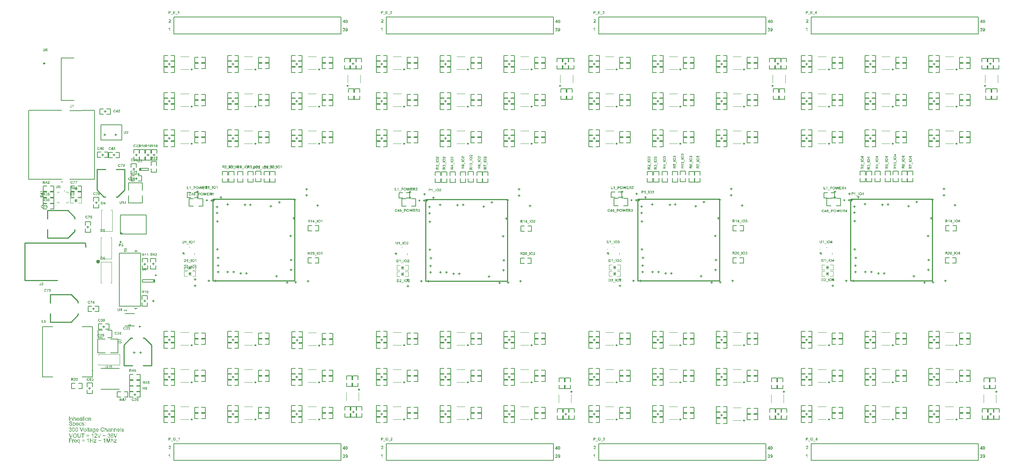
<source format=gto>
G04*
G04 #@! TF.GenerationSoftware,Altium Limited,Altium Designer,18.1.7 (191)*
G04*
G04 Layer_Color=65535*
%FSLAX25Y25*%
%MOIN*%
G70*
G01*
G75*
%ADD10C,0.00984*%
%ADD11C,0.00394*%
%ADD12C,0.00787*%
%ADD13C,0.01500*%
%ADD14C,0.00600*%
%ADD15C,0.00500*%
%ADD16C,0.01000*%
%ADD17C,0.00800*%
%ADD18C,0.00400*%
G36*
X77486Y222029D02*
X80486D01*
X77486Y225029D01*
Y222029D01*
D02*
G37*
G36*
X164973Y254954D02*
Y251954D01*
X167973Y254954D01*
X164973D01*
D02*
G37*
G36*
X365083Y254694D02*
Y251694D01*
X368083Y254694D01*
X365083D01*
D02*
G37*
G36*
X564773Y255038D02*
Y252038D01*
X567773Y255038D01*
X564773D01*
D02*
G37*
G36*
X765073Y255053D02*
Y252053D01*
X768073Y255053D01*
X765073D01*
D02*
G37*
G36*
X44242Y49338D02*
X43778D01*
Y49867D01*
X44242D01*
Y49338D01*
D02*
G37*
G36*
X49260Y48884D02*
X49320Y48879D01*
X49391Y48868D01*
X49468Y48852D01*
X49549Y48830D01*
X49626Y48797D01*
X49637Y48792D01*
X49659Y48781D01*
X49697Y48764D01*
X49740Y48737D01*
X49795Y48704D01*
X49844Y48661D01*
X49893Y48617D01*
X49937Y48562D01*
X49942Y48557D01*
X49953Y48535D01*
X49970Y48508D01*
X49997Y48469D01*
X50019Y48415D01*
X50041Y48360D01*
X50068Y48295D01*
X50085Y48224D01*
Y48218D01*
X50090Y48197D01*
X50095Y48164D01*
X50101Y48120D01*
Y48055D01*
X50106Y47978D01*
X50112Y47885D01*
Y47771D01*
Y46089D01*
X49648D01*
Y47749D01*
Y47754D01*
Y47760D01*
Y47798D01*
Y47847D01*
X49642Y47907D01*
X49637Y47978D01*
X49626Y48049D01*
X49609Y48115D01*
X49593Y48175D01*
Y48180D01*
X49582Y48197D01*
X49566Y48224D01*
X49549Y48256D01*
X49522Y48289D01*
X49489Y48327D01*
X49446Y48366D01*
X49396Y48399D01*
X49391Y48404D01*
X49375Y48415D01*
X49342Y48426D01*
X49304Y48442D01*
X49260Y48459D01*
X49205Y48475D01*
X49140Y48480D01*
X49074Y48486D01*
X49047D01*
X49025Y48480D01*
X48971Y48475D01*
X48900Y48464D01*
X48823Y48437D01*
X48736Y48404D01*
X48649Y48360D01*
X48567Y48295D01*
X48556Y48284D01*
X48534Y48256D01*
X48517Y48235D01*
X48501Y48207D01*
X48479Y48175D01*
X48463Y48136D01*
X48441Y48093D01*
X48419Y48038D01*
X48403Y47978D01*
X48386Y47912D01*
X48375Y47842D01*
X48365Y47765D01*
X48354Y47672D01*
Y47580D01*
Y46089D01*
X47890D01*
Y48830D01*
X48305D01*
Y48437D01*
X48310Y48442D01*
X48321Y48459D01*
X48337Y48480D01*
X48359Y48508D01*
X48392Y48540D01*
X48430Y48579D01*
X48474Y48622D01*
X48528Y48666D01*
X48583Y48704D01*
X48649Y48748D01*
X48719Y48786D01*
X48796Y48819D01*
X48883Y48846D01*
X48971Y48868D01*
X49069Y48884D01*
X49173Y48890D01*
X49216D01*
X49260Y48884D01*
D02*
G37*
G36*
X32225D02*
X32285Y48879D01*
X32356Y48868D01*
X32432Y48852D01*
X32514Y48830D01*
X32591Y48797D01*
X32601Y48792D01*
X32623Y48781D01*
X32662Y48764D01*
X32705Y48737D01*
X32760Y48704D01*
X32809Y48661D01*
X32858Y48617D01*
X32902Y48562D01*
X32907Y48557D01*
X32918Y48535D01*
X32935Y48508D01*
X32962Y48469D01*
X32984Y48415D01*
X33006Y48360D01*
X33033Y48295D01*
X33049Y48224D01*
Y48218D01*
X33055Y48197D01*
X33060Y48164D01*
X33066Y48120D01*
Y48055D01*
X33071Y47978D01*
X33077Y47885D01*
Y47771D01*
Y46089D01*
X32612D01*
Y47749D01*
Y47754D01*
Y47760D01*
Y47798D01*
Y47847D01*
X32607Y47907D01*
X32601Y47978D01*
X32591Y48049D01*
X32574Y48115D01*
X32558Y48175D01*
Y48180D01*
X32547Y48197D01*
X32531Y48224D01*
X32514Y48256D01*
X32487Y48289D01*
X32454Y48327D01*
X32410Y48366D01*
X32361Y48399D01*
X32356Y48404D01*
X32340Y48415D01*
X32307Y48426D01*
X32269Y48442D01*
X32225Y48459D01*
X32170Y48475D01*
X32105Y48480D01*
X32039Y48486D01*
X32012D01*
X31990Y48480D01*
X31935Y48475D01*
X31864Y48464D01*
X31788Y48437D01*
X31701Y48404D01*
X31613Y48360D01*
X31531Y48295D01*
X31521Y48284D01*
X31499Y48256D01*
X31482Y48235D01*
X31466Y48207D01*
X31444Y48175D01*
X31428Y48136D01*
X31406Y48093D01*
X31384Y48038D01*
X31368Y47978D01*
X31351Y47912D01*
X31340Y47842D01*
X31329Y47765D01*
X31318Y47672D01*
Y47580D01*
Y46089D01*
X30854D01*
Y48830D01*
X31269D01*
Y48437D01*
X31275Y48442D01*
X31286Y48459D01*
X31302Y48480D01*
X31324Y48508D01*
X31357Y48540D01*
X31395Y48579D01*
X31439Y48622D01*
X31493Y48666D01*
X31548Y48704D01*
X31613Y48748D01*
X31684Y48786D01*
X31761Y48819D01*
X31848Y48846D01*
X31935Y48868D01*
X32034Y48884D01*
X32137Y48890D01*
X32181D01*
X32225Y48884D01*
D02*
G37*
G36*
X44242Y46089D02*
X43778D01*
Y48830D01*
X44242D01*
Y46089D01*
D02*
G37*
G36*
X43057D02*
X42593D01*
Y49867D01*
X43057D01*
Y46089D01*
D02*
G37*
G36*
X40944Y48884D02*
X41026Y48879D01*
X41119Y48868D01*
X41212Y48852D01*
X41305Y48830D01*
X41392Y48803D01*
X41403Y48797D01*
X41430Y48786D01*
X41469Y48770D01*
X41518Y48748D01*
X41572Y48715D01*
X41627Y48682D01*
X41676Y48639D01*
X41720Y48595D01*
X41725Y48590D01*
X41736Y48573D01*
X41752Y48546D01*
X41774Y48513D01*
X41802Y48464D01*
X41824Y48415D01*
X41845Y48355D01*
X41862Y48284D01*
Y48278D01*
X41867Y48262D01*
X41873Y48229D01*
X41878Y48186D01*
Y48125D01*
X41884Y48055D01*
X41889Y47962D01*
Y47858D01*
Y47236D01*
Y47230D01*
Y47208D01*
Y47175D01*
Y47132D01*
Y47083D01*
Y47023D01*
X41895Y46891D01*
Y46755D01*
X41900Y46619D01*
X41905Y46558D01*
Y46504D01*
X41911Y46455D01*
X41916Y46417D01*
Y46411D01*
X41922Y46389D01*
X41927Y46356D01*
X41944Y46313D01*
X41954Y46264D01*
X41976Y46209D01*
X42004Y46149D01*
X42031Y46089D01*
X41545D01*
X41540Y46094D01*
X41534Y46116D01*
X41523Y46143D01*
X41507Y46187D01*
X41490Y46236D01*
X41480Y46296D01*
X41469Y46362D01*
X41458Y46433D01*
X41452D01*
X41447Y46422D01*
X41414Y46395D01*
X41365Y46356D01*
X41299Y46307D01*
X41217Y46258D01*
X41135Y46204D01*
X41048Y46154D01*
X40955Y46116D01*
X40944Y46111D01*
X40912Y46105D01*
X40863Y46089D01*
X40802Y46073D01*
X40726Y46056D01*
X40639Y46045D01*
X40540Y46034D01*
X40442Y46029D01*
X40398D01*
X40366Y46034D01*
X40327D01*
X40284Y46040D01*
X40185Y46056D01*
X40076Y46083D01*
X39956Y46122D01*
X39847Y46176D01*
X39749Y46247D01*
X39738Y46258D01*
X39711Y46286D01*
X39672Y46335D01*
X39629Y46400D01*
X39585Y46482D01*
X39547Y46575D01*
X39519Y46690D01*
X39514Y46744D01*
X39508Y46810D01*
Y46821D01*
Y46842D01*
X39514Y46881D01*
X39519Y46930D01*
X39530Y46990D01*
X39547Y47050D01*
X39568Y47115D01*
X39596Y47175D01*
X39601Y47181D01*
X39612Y47203D01*
X39634Y47236D01*
X39661Y47274D01*
X39694Y47317D01*
X39738Y47361D01*
X39781Y47405D01*
X39836Y47443D01*
X39841Y47449D01*
X39863Y47459D01*
X39891Y47481D01*
X39934Y47503D01*
X39983Y47525D01*
X40044Y47552D01*
X40104Y47574D01*
X40175Y47596D01*
X40180D01*
X40202Y47601D01*
X40235Y47612D01*
X40278Y47618D01*
X40333Y47629D01*
X40404Y47640D01*
X40486Y47656D01*
X40584Y47667D01*
X40589D01*
X40611Y47672D01*
X40639D01*
X40677Y47678D01*
X40721Y47683D01*
X40775Y47694D01*
X40835Y47700D01*
X40901Y47710D01*
X41032Y47738D01*
X41174Y47765D01*
X41299Y47798D01*
X41359Y47814D01*
X41414Y47831D01*
Y47836D01*
Y47847D01*
X41419Y47880D01*
Y47918D01*
Y47940D01*
Y47951D01*
Y47956D01*
Y47962D01*
Y47995D01*
X41414Y48049D01*
X41403Y48109D01*
X41387Y48175D01*
X41359Y48240D01*
X41327Y48300D01*
X41283Y48349D01*
X41278Y48355D01*
X41250Y48377D01*
X41206Y48399D01*
X41152Y48431D01*
X41076Y48459D01*
X40988Y48486D01*
X40879Y48502D01*
X40753Y48508D01*
X40699D01*
X40644Y48502D01*
X40568Y48491D01*
X40491Y48480D01*
X40409Y48459D01*
X40333Y48431D01*
X40267Y48393D01*
X40262Y48388D01*
X40240Y48371D01*
X40213Y48344D01*
X40180Y48300D01*
X40147Y48246D01*
X40109Y48175D01*
X40076Y48087D01*
X40044Y47989D01*
X39590Y48049D01*
Y48055D01*
X39596Y48060D01*
Y48076D01*
X39601Y48098D01*
X39618Y48147D01*
X39639Y48218D01*
X39667Y48289D01*
X39700Y48366D01*
X39743Y48442D01*
X39792Y48513D01*
X39798Y48519D01*
X39820Y48540D01*
X39852Y48573D01*
X39896Y48617D01*
X39956Y48661D01*
X40027Y48704D01*
X40109Y48753D01*
X40202Y48792D01*
X40207D01*
X40213Y48797D01*
X40229Y48803D01*
X40251Y48808D01*
X40306Y48824D01*
X40382Y48841D01*
X40469Y48857D01*
X40579Y48873D01*
X40693Y48884D01*
X40824Y48890D01*
X40884D01*
X40944Y48884D01*
D02*
G37*
G36*
X34256Y48513D02*
X34261Y48519D01*
X34272Y48529D01*
X34289Y48546D01*
X34316Y48573D01*
X34343Y48601D01*
X34381Y48633D01*
X34431Y48666D01*
X34480Y48704D01*
X34534Y48737D01*
X34594Y48770D01*
X34736Y48830D01*
X34813Y48857D01*
X34895Y48873D01*
X34982Y48884D01*
X35070Y48890D01*
X35119D01*
X35179Y48884D01*
X35250Y48873D01*
X35331Y48863D01*
X35419Y48841D01*
X35506Y48808D01*
X35594Y48770D01*
X35605Y48764D01*
X35632Y48748D01*
X35670Y48721D01*
X35719Y48682D01*
X35768Y48633D01*
X35823Y48579D01*
X35872Y48513D01*
X35916Y48437D01*
X35921Y48426D01*
X35932Y48399D01*
X35949Y48349D01*
X35965Y48278D01*
X35981Y48191D01*
X35998Y48087D01*
X36009Y47962D01*
X36014Y47820D01*
Y46089D01*
X35550D01*
Y47825D01*
Y47831D01*
Y47842D01*
Y47858D01*
Y47880D01*
X35544Y47940D01*
X35534Y48016D01*
X35512Y48098D01*
X35484Y48180D01*
X35446Y48262D01*
X35397Y48327D01*
X35392Y48333D01*
X35370Y48355D01*
X35337Y48382D01*
X35288Y48409D01*
X35228Y48442D01*
X35157Y48464D01*
X35070Y48486D01*
X34971Y48491D01*
X34938D01*
X34900Y48486D01*
X34846Y48480D01*
X34791Y48464D01*
X34725Y48448D01*
X34660Y48420D01*
X34589Y48382D01*
X34584Y48377D01*
X34562Y48360D01*
X34529Y48338D01*
X34491Y48306D01*
X34447Y48262D01*
X34403Y48213D01*
X34365Y48153D01*
X34332Y48087D01*
X34327Y48076D01*
X34321Y48055D01*
X34310Y48011D01*
X34294Y47956D01*
X34278Y47885D01*
X34267Y47798D01*
X34261Y47700D01*
X34256Y47585D01*
Y46089D01*
X33792D01*
Y49867D01*
X34256D01*
Y48513D01*
D02*
G37*
G36*
X30030Y46089D02*
X29528D01*
Y49867D01*
X30030D01*
Y46089D01*
D02*
G37*
G36*
X46153Y48884D02*
X46202Y48879D01*
X46257Y48868D01*
X46317Y48857D01*
X46388Y48846D01*
X46536Y48797D01*
X46612Y48770D01*
X46688Y48731D01*
X46765Y48693D01*
X46841Y48639D01*
X46912Y48584D01*
X46983Y48519D01*
X46989Y48513D01*
X47000Y48502D01*
X47016Y48480D01*
X47038Y48453D01*
X47065Y48415D01*
X47098Y48366D01*
X47131Y48311D01*
X47163Y48251D01*
X47196Y48186D01*
X47229Y48104D01*
X47262Y48022D01*
X47289Y47929D01*
X47311Y47831D01*
X47327Y47727D01*
X47338Y47618D01*
X47344Y47498D01*
Y47492D01*
Y47476D01*
Y47449D01*
Y47410D01*
X47338Y47367D01*
X47333Y47312D01*
Y47257D01*
X47322Y47197D01*
X47305Y47061D01*
X47273Y46924D01*
X47234Y46788D01*
X47180Y46662D01*
Y46657D01*
X47174Y46651D01*
X47163Y46635D01*
X47152Y46613D01*
X47114Y46558D01*
X47065Y46493D01*
X47000Y46417D01*
X46918Y46340D01*
X46825Y46264D01*
X46716Y46193D01*
X46710D01*
X46705Y46187D01*
X46688Y46176D01*
X46661Y46165D01*
X46634Y46154D01*
X46601Y46143D01*
X46519Y46111D01*
X46426Y46083D01*
X46312Y46056D01*
X46191Y46034D01*
X46060Y46029D01*
X46006D01*
X45962Y46034D01*
X45913Y46040D01*
X45858Y46051D01*
X45793Y46062D01*
X45727Y46073D01*
X45580Y46116D01*
X45498Y46149D01*
X45422Y46182D01*
X45345Y46225D01*
X45269Y46275D01*
X45198Y46329D01*
X45127Y46395D01*
X45121Y46400D01*
X45110Y46411D01*
X45094Y46433D01*
X45072Y46466D01*
X45045Y46504D01*
X45018Y46548D01*
X44985Y46602D01*
X44952Y46668D01*
X44919Y46739D01*
X44886Y46821D01*
X44859Y46908D01*
X44832Y47001D01*
X44810Y47104D01*
X44794Y47214D01*
X44783Y47334D01*
X44777Y47459D01*
Y47470D01*
Y47492D01*
X44783Y47530D01*
Y47585D01*
X44788Y47645D01*
X44799Y47721D01*
X44810Y47798D01*
X44832Y47885D01*
X44854Y47973D01*
X44881Y48065D01*
X44914Y48164D01*
X44958Y48256D01*
X45001Y48344D01*
X45061Y48431D01*
X45121Y48513D01*
X45198Y48584D01*
X45203Y48590D01*
X45214Y48595D01*
X45236Y48611D01*
X45263Y48633D01*
X45296Y48655D01*
X45340Y48682D01*
X45383Y48710D01*
X45438Y48737D01*
X45498Y48764D01*
X45564Y48792D01*
X45711Y48841D01*
X45880Y48879D01*
X45968Y48884D01*
X46060Y48890D01*
X46115D01*
X46153Y48884D01*
D02*
G37*
G36*
X37941D02*
X37985Y48879D01*
X38040Y48868D01*
X38100Y48857D01*
X38171Y48841D01*
X38236Y48824D01*
X38313Y48797D01*
X38384Y48770D01*
X38460Y48731D01*
X38537Y48688D01*
X38613Y48639D01*
X38684Y48579D01*
X38750Y48513D01*
X38755Y48508D01*
X38766Y48497D01*
X38782Y48475D01*
X38804Y48442D01*
X38831Y48404D01*
X38859Y48360D01*
X38892Y48306D01*
X38924Y48240D01*
X38957Y48169D01*
X38990Y48093D01*
X39017Y48005D01*
X39044Y47912D01*
X39066Y47809D01*
X39083Y47700D01*
X39094Y47585D01*
X39099Y47459D01*
Y47454D01*
Y47432D01*
Y47394D01*
X39094Y47339D01*
X37046D01*
Y47334D01*
Y47317D01*
X37051Y47296D01*
Y47263D01*
X37057Y47225D01*
X37068Y47181D01*
X37084Y47083D01*
X37117Y46973D01*
X37161Y46853D01*
X37221Y46744D01*
X37297Y46646D01*
X37303D01*
X37308Y46635D01*
X37341Y46608D01*
X37390Y46569D01*
X37455Y46531D01*
X37543Y46488D01*
X37641Y46449D01*
X37750Y46422D01*
X37810Y46417D01*
X37876Y46411D01*
X37920D01*
X37969Y46417D01*
X38029Y46427D01*
X38094Y46444D01*
X38171Y46466D01*
X38242Y46498D01*
X38313Y46542D01*
X38318Y46548D01*
X38346Y46569D01*
X38378Y46602D01*
X38416Y46646D01*
X38460Y46706D01*
X38509Y46782D01*
X38558Y46870D01*
X38602Y46973D01*
X39083Y46913D01*
Y46908D01*
X39077Y46897D01*
X39072Y46875D01*
X39061Y46842D01*
X39044Y46810D01*
X39028Y46766D01*
X38984Y46673D01*
X38930Y46569D01*
X38853Y46460D01*
X38766Y46356D01*
X38657Y46258D01*
X38651D01*
X38640Y46247D01*
X38624Y46236D01*
X38602Y46220D01*
X38569Y46204D01*
X38537Y46187D01*
X38493Y46165D01*
X38444Y46143D01*
X38389Y46122D01*
X38335Y46100D01*
X38198Y46067D01*
X38045Y46040D01*
X37876Y46029D01*
X37816D01*
X37778Y46034D01*
X37729Y46040D01*
X37668Y46051D01*
X37603Y46062D01*
X37532Y46073D01*
X37379Y46116D01*
X37297Y46149D01*
X37221Y46182D01*
X37139Y46225D01*
X37062Y46275D01*
X36991Y46329D01*
X36920Y46395D01*
X36915Y46400D01*
X36904Y46411D01*
X36888Y46433D01*
X36866Y46466D01*
X36838Y46504D01*
X36811Y46548D01*
X36778Y46602D01*
X36746Y46662D01*
X36713Y46733D01*
X36680Y46810D01*
X36653Y46897D01*
X36626Y46990D01*
X36604Y47088D01*
X36587Y47197D01*
X36576Y47312D01*
X36571Y47432D01*
Y47438D01*
Y47465D01*
Y47498D01*
X36576Y47547D01*
X36582Y47607D01*
X36587Y47672D01*
X36598Y47749D01*
X36615Y47825D01*
X36658Y48000D01*
X36686Y48087D01*
X36718Y48180D01*
X36762Y48267D01*
X36811Y48349D01*
X36866Y48431D01*
X36926Y48508D01*
X36931Y48513D01*
X36942Y48524D01*
X36964Y48540D01*
X36991Y48568D01*
X37024Y48595D01*
X37068Y48628D01*
X37117Y48666D01*
X37177Y48699D01*
X37237Y48737D01*
X37308Y48770D01*
X37385Y48803D01*
X37466Y48830D01*
X37554Y48857D01*
X37647Y48873D01*
X37745Y48884D01*
X37849Y48890D01*
X37903D01*
X37941Y48884D01*
D02*
G37*
G36*
X31106Y45268D02*
X31144D01*
X31247Y45257D01*
X31362Y45240D01*
X31482Y45213D01*
X31613Y45180D01*
X31733Y45137D01*
X31739D01*
X31750Y45131D01*
X31766Y45120D01*
X31788Y45109D01*
X31843Y45082D01*
X31914Y45033D01*
X31995Y44978D01*
X32077Y44907D01*
X32154Y44826D01*
X32225Y44733D01*
Y44727D01*
X32230Y44722D01*
X32241Y44705D01*
X32252Y44689D01*
X32279Y44634D01*
X32312Y44563D01*
X32350Y44476D01*
X32378Y44372D01*
X32405Y44263D01*
X32416Y44143D01*
X31935Y44105D01*
Y44110D01*
Y44121D01*
X31930Y44137D01*
X31925Y44165D01*
X31908Y44225D01*
X31886Y44307D01*
X31854Y44394D01*
X31804Y44482D01*
X31744Y44563D01*
X31668Y44640D01*
X31657Y44645D01*
X31630Y44667D01*
X31575Y44700D01*
X31504Y44733D01*
X31411Y44765D01*
X31302Y44798D01*
X31166Y44820D01*
X31013Y44826D01*
X30936D01*
X30904Y44820D01*
X30860Y44815D01*
X30762Y44804D01*
X30652Y44782D01*
X30543Y44754D01*
X30439Y44711D01*
X30396Y44684D01*
X30352Y44656D01*
X30341Y44651D01*
X30319Y44629D01*
X30286Y44591D01*
X30254Y44547D01*
X30215Y44487D01*
X30183Y44421D01*
X30161Y44345D01*
X30150Y44258D01*
Y44247D01*
Y44225D01*
X30156Y44187D01*
X30166Y44143D01*
X30183Y44088D01*
X30210Y44034D01*
X30243Y43979D01*
X30292Y43925D01*
X30297Y43919D01*
X30325Y43903D01*
X30347Y43886D01*
X30368Y43875D01*
X30401Y43859D01*
X30439Y43837D01*
X30488Y43821D01*
X30543Y43799D01*
X30603Y43777D01*
X30674Y43750D01*
X30751Y43728D01*
X30838Y43701D01*
X30936Y43679D01*
X31045Y43652D01*
X31051D01*
X31073Y43646D01*
X31106Y43641D01*
X31144Y43630D01*
X31193Y43619D01*
X31253Y43602D01*
X31313Y43586D01*
X31378Y43570D01*
X31521Y43532D01*
X31657Y43493D01*
X31723Y43471D01*
X31782Y43450D01*
X31837Y43433D01*
X31881Y43411D01*
X31886D01*
X31897Y43406D01*
X31914Y43395D01*
X31935Y43384D01*
X31995Y43351D01*
X32067Y43308D01*
X32148Y43248D01*
X32230Y43182D01*
X32307Y43106D01*
X32372Y43024D01*
X32378Y43013D01*
X32399Y42985D01*
X32421Y42936D01*
X32454Y42871D01*
X32481Y42794D01*
X32509Y42702D01*
X32525Y42598D01*
X32531Y42489D01*
Y42483D01*
Y42478D01*
Y42461D01*
Y42439D01*
X32520Y42379D01*
X32509Y42303D01*
X32487Y42216D01*
X32460Y42123D01*
X32416Y42024D01*
X32356Y41921D01*
Y41915D01*
X32350Y41910D01*
X32323Y41877D01*
X32285Y41828D01*
X32230Y41773D01*
X32159Y41708D01*
X32072Y41637D01*
X31974Y41571D01*
X31859Y41511D01*
X31854D01*
X31843Y41506D01*
X31826Y41500D01*
X31804Y41489D01*
X31772Y41478D01*
X31733Y41462D01*
X31646Y41440D01*
X31542Y41413D01*
X31417Y41386D01*
X31280Y41369D01*
X31133Y41364D01*
X31045D01*
X31002Y41369D01*
X30953D01*
X30898Y41375D01*
X30832Y41380D01*
X30696Y41402D01*
X30554Y41424D01*
X30412Y41462D01*
X30276Y41511D01*
X30270D01*
X30259Y41517D01*
X30243Y41528D01*
X30221Y41539D01*
X30156Y41571D01*
X30079Y41620D01*
X29992Y41686D01*
X29899Y41762D01*
X29811Y41855D01*
X29730Y41959D01*
Y41964D01*
X29719Y41975D01*
X29713Y41992D01*
X29697Y42014D01*
X29686Y42041D01*
X29669Y42074D01*
X29631Y42156D01*
X29593Y42259D01*
X29560Y42374D01*
X29539Y42505D01*
X29528Y42641D01*
X29997Y42685D01*
Y42680D01*
Y42674D01*
X30003Y42658D01*
Y42636D01*
X30013Y42587D01*
X30030Y42516D01*
X30052Y42445D01*
X30074Y42363D01*
X30112Y42287D01*
X30150Y42216D01*
X30156Y42210D01*
X30172Y42188D01*
X30199Y42150D01*
X30243Y42112D01*
X30297Y42063D01*
X30358Y42014D01*
X30439Y41964D01*
X30527Y41921D01*
X30532D01*
X30538Y41915D01*
X30554Y41910D01*
X30570Y41904D01*
X30625Y41888D01*
X30696Y41866D01*
X30783Y41844D01*
X30882Y41828D01*
X30991Y41817D01*
X31111Y41811D01*
X31160D01*
X31215Y41817D01*
X31280Y41822D01*
X31357Y41833D01*
X31444Y41844D01*
X31531Y41866D01*
X31613Y41894D01*
X31624Y41899D01*
X31651Y41910D01*
X31690Y41932D01*
X31739Y41954D01*
X31788Y41992D01*
X31843Y42030D01*
X31897Y42074D01*
X31941Y42128D01*
X31946Y42134D01*
X31957Y42156D01*
X31974Y42183D01*
X31995Y42226D01*
X32017Y42270D01*
X32034Y42325D01*
X32045Y42385D01*
X32050Y42450D01*
Y42456D01*
Y42483D01*
X32045Y42516D01*
X32039Y42560D01*
X32023Y42603D01*
X32006Y42658D01*
X31979Y42713D01*
X31941Y42762D01*
X31935Y42767D01*
X31919Y42783D01*
X31897Y42805D01*
X31859Y42838D01*
X31815Y42871D01*
X31755Y42909D01*
X31684Y42947D01*
X31602Y42980D01*
X31597Y42985D01*
X31570Y42991D01*
X31526Y43007D01*
X31499Y43013D01*
X31460Y43024D01*
X31422Y43040D01*
X31373Y43051D01*
X31318Y43067D01*
X31253Y43084D01*
X31187Y43100D01*
X31111Y43122D01*
X31024Y43144D01*
X30931Y43166D01*
X30925D01*
X30909Y43171D01*
X30882Y43176D01*
X30849Y43187D01*
X30805Y43198D01*
X30756Y43209D01*
X30647Y43242D01*
X30527Y43280D01*
X30401Y43319D01*
X30292Y43357D01*
X30243Y43379D01*
X30199Y43400D01*
X30194D01*
X30188Y43406D01*
X30156Y43428D01*
X30106Y43455D01*
X30052Y43499D01*
X29986Y43548D01*
X29921Y43608D01*
X29855Y43679D01*
X29801Y43755D01*
X29795Y43766D01*
X29779Y43793D01*
X29757Y43837D01*
X29735Y43892D01*
X29713Y43963D01*
X29691Y44045D01*
X29675Y44132D01*
X29669Y44225D01*
Y44230D01*
Y44236D01*
Y44252D01*
Y44274D01*
X29680Y44329D01*
X29691Y44400D01*
X29708Y44482D01*
X29735Y44574D01*
X29773Y44667D01*
X29828Y44760D01*
Y44765D01*
X29833Y44771D01*
X29861Y44804D01*
X29899Y44847D01*
X29948Y44902D01*
X30013Y44962D01*
X30095Y45028D01*
X30194Y45088D01*
X30303Y45142D01*
X30308D01*
X30319Y45148D01*
X30336Y45153D01*
X30358Y45164D01*
X30385Y45175D01*
X30423Y45186D01*
X30505Y45208D01*
X30609Y45230D01*
X30729Y45251D01*
X30854Y45268D01*
X30996Y45273D01*
X31067D01*
X31106Y45268D01*
D02*
G37*
G36*
X34458Y44225D02*
X34496Y44219D01*
X34578Y44208D01*
X34676Y44187D01*
X34780Y44154D01*
X34884Y44105D01*
X34988Y44045D01*
X34993D01*
X34999Y44034D01*
X35031Y44012D01*
X35080Y43968D01*
X35140Y43914D01*
X35206Y43843D01*
X35271Y43755D01*
X35337Y43652D01*
X35392Y43537D01*
Y43532D01*
X35397Y43521D01*
X35403Y43504D01*
X35413Y43482D01*
X35424Y43450D01*
X35435Y43411D01*
X35463Y43324D01*
X35490Y43215D01*
X35512Y43095D01*
X35528Y42958D01*
X35534Y42816D01*
Y42811D01*
Y42800D01*
Y42778D01*
Y42745D01*
X35528Y42707D01*
Y42663D01*
X35517Y42565D01*
X35495Y42445D01*
X35468Y42319D01*
X35430Y42188D01*
X35381Y42057D01*
Y42052D01*
X35375Y42041D01*
X35364Y42024D01*
X35353Y42003D01*
X35315Y41943D01*
X35266Y41866D01*
X35206Y41784D01*
X35129Y41702D01*
X35042Y41620D01*
X34938Y41544D01*
X34933D01*
X34927Y41539D01*
X34911Y41528D01*
X34889Y41517D01*
X34835Y41489D01*
X34758Y41457D01*
X34665Y41424D01*
X34567Y41397D01*
X34453Y41375D01*
X34338Y41369D01*
X34300D01*
X34256Y41375D01*
X34201Y41380D01*
X34136Y41391D01*
X34065Y41407D01*
X33994Y41429D01*
X33923Y41462D01*
X33917Y41468D01*
X33890Y41478D01*
X33857Y41500D01*
X33814Y41533D01*
X33770Y41566D01*
X33715Y41609D01*
X33666Y41659D01*
X33623Y41713D01*
Y40381D01*
X33158D01*
Y44170D01*
X33579D01*
Y43810D01*
X33584Y43821D01*
X33606Y43843D01*
X33634Y43881D01*
X33677Y43925D01*
X33726Y43979D01*
X33781Y44028D01*
X33846Y44077D01*
X33912Y44121D01*
X33923Y44127D01*
X33945Y44137D01*
X33988Y44154D01*
X34043Y44176D01*
X34108Y44198D01*
X34185Y44214D01*
X34272Y44225D01*
X34371Y44230D01*
X34431D01*
X34458Y44225D01*
D02*
G37*
G36*
X44974Y43641D02*
X44444D01*
Y44170D01*
X44974D01*
Y43641D01*
D02*
G37*
G36*
X42686Y44225D02*
X42768Y44219D01*
X42855Y44208D01*
X42948Y44187D01*
X43047Y44165D01*
X43139Y44132D01*
X43145D01*
X43150Y44127D01*
X43178Y44116D01*
X43221Y44094D01*
X43276Y44067D01*
X43336Y44028D01*
X43396Y43985D01*
X43451Y43935D01*
X43500Y43881D01*
X43505Y43875D01*
X43516Y43854D01*
X43538Y43815D01*
X43565Y43772D01*
X43593Y43706D01*
X43620Y43635D01*
X43642Y43553D01*
X43663Y43461D01*
X43210Y43400D01*
Y43411D01*
X43205Y43433D01*
X43194Y43471D01*
X43178Y43521D01*
X43150Y43570D01*
X43117Y43624D01*
X43079Y43679D01*
X43025Y43728D01*
X43019Y43734D01*
X42997Y43744D01*
X42965Y43766D01*
X42915Y43788D01*
X42861Y43810D01*
X42790Y43832D01*
X42702Y43843D01*
X42610Y43848D01*
X42555D01*
X42500Y43843D01*
X42430Y43837D01*
X42359Y43821D01*
X42282Y43804D01*
X42211Y43777D01*
X42151Y43739D01*
X42146Y43734D01*
X42129Y43723D01*
X42107Y43701D01*
X42086Y43668D01*
X42058Y43635D01*
X42036Y43591D01*
X42020Y43542D01*
X42015Y43493D01*
Y43488D01*
Y43477D01*
X42020Y43461D01*
Y43439D01*
X42036Y43384D01*
X42069Y43329D01*
X42075Y43324D01*
X42080Y43319D01*
X42091Y43302D01*
X42113Y43286D01*
X42135Y43269D01*
X42167Y43248D01*
X42206Y43231D01*
X42249Y43209D01*
X42255D01*
X42266Y43204D01*
X42288Y43198D01*
X42326Y43182D01*
X42380Y43166D01*
X42451Y43149D01*
X42495Y43133D01*
X42544Y43122D01*
X42599Y43106D01*
X42659Y43089D01*
X42664D01*
X42681Y43084D01*
X42708Y43078D01*
X42741Y43067D01*
X42779Y43056D01*
X42828Y43045D01*
X42932Y43013D01*
X43047Y42980D01*
X43161Y42942D01*
X43265Y42904D01*
X43309Y42887D01*
X43347Y42871D01*
X43358Y42865D01*
X43380Y42854D01*
X43412Y42838D01*
X43461Y42811D01*
X43511Y42778D01*
X43560Y42734D01*
X43609Y42685D01*
X43653Y42630D01*
X43658Y42625D01*
X43669Y42603D01*
X43691Y42570D01*
X43713Y42521D01*
X43729Y42461D01*
X43751Y42396D01*
X43762Y42319D01*
X43767Y42232D01*
Y42221D01*
Y42194D01*
X43762Y42150D01*
X43751Y42090D01*
X43734Y42024D01*
X43707Y41954D01*
X43674Y41872D01*
X43631Y41795D01*
X43625Y41784D01*
X43603Y41762D01*
X43576Y41724D01*
X43532Y41680D01*
X43472Y41631D01*
X43407Y41577D01*
X43330Y41528D01*
X43238Y41478D01*
X43232D01*
X43227Y41473D01*
X43194Y41462D01*
X43139Y41446D01*
X43068Y41424D01*
X42981Y41402D01*
X42883Y41386D01*
X42779Y41375D01*
X42659Y41369D01*
X42610D01*
X42571Y41375D01*
X42528D01*
X42473Y41380D01*
X42419Y41386D01*
X42359Y41397D01*
X42228Y41424D01*
X42091Y41462D01*
X41960Y41517D01*
X41900Y41550D01*
X41845Y41588D01*
X41840Y41593D01*
X41834Y41599D01*
X41802Y41631D01*
X41752Y41680D01*
X41698Y41757D01*
X41638Y41850D01*
X41578Y41959D01*
X41529Y42096D01*
X41490Y42248D01*
X41949Y42319D01*
Y42314D01*
Y42308D01*
X41960Y42276D01*
X41971Y42221D01*
X41993Y42161D01*
X42020Y42096D01*
X42053Y42024D01*
X42102Y41954D01*
X42162Y41894D01*
X42173Y41888D01*
X42195Y41872D01*
X42238Y41850D01*
X42293Y41822D01*
X42364Y41795D01*
X42446Y41773D01*
X42544Y41757D01*
X42659Y41752D01*
X42713D01*
X42768Y41757D01*
X42839Y41768D01*
X42915Y41784D01*
X42997Y41806D01*
X43068Y41833D01*
X43134Y41877D01*
X43139Y41883D01*
X43161Y41899D01*
X43183Y41926D01*
X43216Y41964D01*
X43243Y42008D01*
X43270Y42063D01*
X43287Y42117D01*
X43292Y42183D01*
Y42188D01*
Y42210D01*
X43287Y42237D01*
X43276Y42276D01*
X43260Y42314D01*
X43232Y42352D01*
X43199Y42396D01*
X43150Y42428D01*
X43145Y42434D01*
X43128Y42439D01*
X43101Y42456D01*
X43057Y42472D01*
X42992Y42494D01*
X42954Y42510D01*
X42910Y42521D01*
X42861Y42538D01*
X42806Y42554D01*
X42746Y42570D01*
X42675Y42587D01*
X42670D01*
X42653Y42592D01*
X42626Y42598D01*
X42593Y42609D01*
X42550Y42620D01*
X42500Y42636D01*
X42397Y42663D01*
X42277Y42702D01*
X42162Y42734D01*
X42053Y42772D01*
X42004Y42794D01*
X41965Y42811D01*
X41954Y42816D01*
X41933Y42827D01*
X41900Y42849D01*
X41856Y42876D01*
X41807Y42915D01*
X41758Y42958D01*
X41709Y43007D01*
X41665Y43067D01*
X41660Y43073D01*
X41649Y43095D01*
X41632Y43133D01*
X41616Y43176D01*
X41600Y43231D01*
X41583Y43297D01*
X41572Y43362D01*
X41567Y43439D01*
Y43450D01*
Y43471D01*
X41572Y43504D01*
X41578Y43553D01*
X41589Y43602D01*
X41600Y43663D01*
X41622Y43717D01*
X41649Y43777D01*
X41654Y43783D01*
X41665Y43804D01*
X41682Y43832D01*
X41709Y43870D01*
X41742Y43908D01*
X41780Y43957D01*
X41824Y44001D01*
X41878Y44039D01*
X41884Y44045D01*
X41900Y44050D01*
X41922Y44067D01*
X41954Y44083D01*
X41998Y44105D01*
X42047Y44127D01*
X42107Y44148D01*
X42173Y44170D01*
X42184Y44176D01*
X42206Y44181D01*
X42244Y44192D01*
X42293Y44203D01*
X42353Y44214D01*
X42419Y44219D01*
X42495Y44230D01*
X42626D01*
X42686Y44225D01*
D02*
G37*
G36*
X40218D02*
X40251D01*
X40295Y44219D01*
X40398Y44203D01*
X40513Y44176D01*
X40633Y44132D01*
X40753Y44077D01*
X40868Y44001D01*
X40873D01*
X40879Y43990D01*
X40912Y43957D01*
X40961Y43908D01*
X41021Y43837D01*
X41081Y43750D01*
X41141Y43641D01*
X41196Y43515D01*
X41234Y43368D01*
X40781Y43297D01*
Y43302D01*
X40775Y43308D01*
X40770Y43340D01*
X40753Y43389D01*
X40726Y43450D01*
X40699Y43515D01*
X40655Y43586D01*
X40606Y43652D01*
X40551Y43706D01*
X40546Y43712D01*
X40524Y43728D01*
X40486Y43750D01*
X40442Y43777D01*
X40382Y43804D01*
X40317Y43826D01*
X40240Y43843D01*
X40158Y43848D01*
X40125D01*
X40098Y43843D01*
X40038Y43837D01*
X39956Y43815D01*
X39869Y43788D01*
X39770Y43744D01*
X39678Y43679D01*
X39634Y43641D01*
X39590Y43597D01*
Y43591D01*
X39579Y43586D01*
X39568Y43570D01*
X39558Y43548D01*
X39541Y43521D01*
X39519Y43488D01*
X39503Y43450D01*
X39481Y43406D01*
X39459Y43351D01*
X39443Y43291D01*
X39421Y43226D01*
X39405Y43155D01*
X39394Y43078D01*
X39383Y42991D01*
X39372Y42898D01*
Y42800D01*
Y42794D01*
Y42778D01*
Y42745D01*
X39377Y42713D01*
Y42663D01*
X39383Y42614D01*
X39399Y42494D01*
X39421Y42363D01*
X39459Y42226D01*
X39508Y42106D01*
X39541Y42046D01*
X39579Y41997D01*
X39590Y41986D01*
X39618Y41959D01*
X39667Y41921D01*
X39727Y41877D01*
X39809Y41828D01*
X39902Y41790D01*
X40011Y41762D01*
X40071Y41757D01*
X40131Y41752D01*
X40142D01*
X40175Y41757D01*
X40229Y41762D01*
X40289Y41773D01*
X40360Y41790D01*
X40437Y41822D01*
X40513Y41861D01*
X40584Y41915D01*
X40595Y41921D01*
X40611Y41948D01*
X40644Y41986D01*
X40682Y42046D01*
X40721Y42117D01*
X40764Y42205D01*
X40797Y42314D01*
X40819Y42434D01*
X41278Y42374D01*
Y42369D01*
X41272Y42352D01*
X41267Y42330D01*
X41261Y42298D01*
X41250Y42254D01*
X41239Y42210D01*
X41201Y42101D01*
X41152Y41986D01*
X41081Y41861D01*
X40994Y41741D01*
X40944Y41686D01*
X40890Y41631D01*
X40884Y41626D01*
X40873Y41620D01*
X40857Y41609D01*
X40835Y41593D01*
X40808Y41571D01*
X40770Y41550D01*
X40726Y41528D01*
X40682Y41500D01*
X40573Y41451D01*
X40442Y41413D01*
X40300Y41380D01*
X40218Y41375D01*
X40136Y41369D01*
X40082D01*
X40044Y41375D01*
X39994Y41380D01*
X39940Y41391D01*
X39880Y41402D01*
X39814Y41413D01*
X39667Y41457D01*
X39596Y41489D01*
X39519Y41522D01*
X39443Y41566D01*
X39372Y41615D01*
X39301Y41670D01*
X39235Y41735D01*
X39230Y41741D01*
X39219Y41752D01*
X39203Y41773D01*
X39181Y41801D01*
X39159Y41839D01*
X39126Y41888D01*
X39099Y41943D01*
X39066Y42003D01*
X39033Y42074D01*
X39006Y42156D01*
X38973Y42237D01*
X38952Y42336D01*
X38930Y42434D01*
X38913Y42549D01*
X38902Y42663D01*
X38897Y42789D01*
Y42794D01*
Y42811D01*
Y42833D01*
Y42865D01*
X38902Y42904D01*
Y42947D01*
X38908Y42996D01*
X38913Y43051D01*
X38930Y43171D01*
X38957Y43302D01*
X38990Y43433D01*
X39039Y43564D01*
Y43570D01*
X39044Y43581D01*
X39055Y43597D01*
X39066Y43619D01*
X39099Y43679D01*
X39148Y43750D01*
X39214Y43832D01*
X39290Y43914D01*
X39383Y43995D01*
X39487Y44061D01*
X39492D01*
X39503Y44067D01*
X39519Y44077D01*
X39541Y44088D01*
X39568Y44099D01*
X39601Y44116D01*
X39683Y44148D01*
X39776Y44176D01*
X39891Y44203D01*
X40011Y44225D01*
X40142Y44230D01*
X40185D01*
X40218Y44225D01*
D02*
G37*
G36*
X44974Y41429D02*
X44444D01*
Y41959D01*
X44974D01*
Y41429D01*
D02*
G37*
G36*
X37308Y44225D02*
X37352Y44219D01*
X37406Y44208D01*
X37466Y44198D01*
X37537Y44181D01*
X37603Y44165D01*
X37679Y44137D01*
X37750Y44110D01*
X37827Y44072D01*
X37903Y44028D01*
X37980Y43979D01*
X38051Y43919D01*
X38116Y43854D01*
X38122Y43848D01*
X38133Y43837D01*
X38149Y43815D01*
X38171Y43783D01*
X38198Y43744D01*
X38225Y43701D01*
X38258Y43646D01*
X38291Y43581D01*
X38324Y43510D01*
X38356Y43433D01*
X38384Y43346D01*
X38411Y43253D01*
X38433Y43149D01*
X38449Y43040D01*
X38460Y42925D01*
X38466Y42800D01*
Y42794D01*
Y42772D01*
Y42734D01*
X38460Y42680D01*
X36413D01*
Y42674D01*
Y42658D01*
X36418Y42636D01*
Y42603D01*
X36424Y42565D01*
X36435Y42521D01*
X36451Y42423D01*
X36484Y42314D01*
X36527Y42194D01*
X36587Y42085D01*
X36664Y41986D01*
X36669D01*
X36675Y41975D01*
X36707Y41948D01*
X36757Y41910D01*
X36822Y41872D01*
X36909Y41828D01*
X37008Y41790D01*
X37117Y41762D01*
X37177Y41757D01*
X37242Y41752D01*
X37286D01*
X37335Y41757D01*
X37395Y41768D01*
X37461Y41784D01*
X37537Y41806D01*
X37608Y41839D01*
X37679Y41883D01*
X37685Y41888D01*
X37712Y41910D01*
X37745Y41943D01*
X37783Y41986D01*
X37827Y42046D01*
X37876Y42123D01*
X37925Y42210D01*
X37969Y42314D01*
X38449Y42254D01*
Y42248D01*
X38444Y42237D01*
X38438Y42216D01*
X38427Y42183D01*
X38411Y42150D01*
X38395Y42106D01*
X38351Y42014D01*
X38296Y41910D01*
X38220Y41801D01*
X38133Y41697D01*
X38023Y41599D01*
X38018D01*
X38007Y41588D01*
X37991Y41577D01*
X37969Y41560D01*
X37936Y41544D01*
X37903Y41528D01*
X37859Y41506D01*
X37810Y41484D01*
X37756Y41462D01*
X37701Y41440D01*
X37565Y41407D01*
X37412Y41380D01*
X37242Y41369D01*
X37183D01*
X37144Y41375D01*
X37095Y41380D01*
X37035Y41391D01*
X36970Y41402D01*
X36899Y41413D01*
X36746Y41457D01*
X36664Y41489D01*
X36587Y41522D01*
X36505Y41566D01*
X36429Y41615D01*
X36358Y41670D01*
X36287Y41735D01*
X36282Y41741D01*
X36271Y41752D01*
X36254Y41773D01*
X36232Y41806D01*
X36205Y41844D01*
X36178Y41888D01*
X36145Y41943D01*
X36112Y42003D01*
X36080Y42074D01*
X36047Y42150D01*
X36020Y42237D01*
X35992Y42330D01*
X35970Y42428D01*
X35954Y42538D01*
X35943Y42652D01*
X35938Y42772D01*
Y42778D01*
Y42805D01*
Y42838D01*
X35943Y42887D01*
X35949Y42947D01*
X35954Y43013D01*
X35965Y43089D01*
X35981Y43166D01*
X36025Y43340D01*
X36052Y43428D01*
X36085Y43521D01*
X36129Y43608D01*
X36178Y43690D01*
X36232Y43772D01*
X36292Y43848D01*
X36298Y43854D01*
X36309Y43865D01*
X36331Y43881D01*
X36358Y43908D01*
X36391Y43935D01*
X36435Y43968D01*
X36484Y44006D01*
X36544Y44039D01*
X36604Y44077D01*
X36675Y44110D01*
X36751Y44143D01*
X36833Y44170D01*
X36920Y44198D01*
X37013Y44214D01*
X37111Y44225D01*
X37215Y44230D01*
X37270D01*
X37308Y44225D01*
D02*
G37*
G36*
X61103Y39620D02*
X61152Y39614D01*
X61212Y39609D01*
X61272Y39603D01*
X61343Y39587D01*
X61490Y39554D01*
X61654Y39505D01*
X61736Y39472D01*
X61813Y39434D01*
X61889Y39385D01*
X61965Y39336D01*
X61971Y39331D01*
X61982Y39325D01*
X62004Y39309D01*
X62031Y39281D01*
X62058Y39254D01*
X62097Y39216D01*
X62135Y39172D01*
X62178Y39129D01*
X62222Y39074D01*
X62266Y39008D01*
X62315Y38943D01*
X62358Y38872D01*
X62397Y38790D01*
X62440Y38708D01*
X62473Y38621D01*
X62506Y38522D01*
X62015Y38408D01*
Y38413D01*
X62009Y38424D01*
X61998Y38446D01*
X61987Y38473D01*
X61976Y38506D01*
X61960Y38550D01*
X61916Y38637D01*
X61862Y38735D01*
X61796Y38834D01*
X61714Y38927D01*
X61627Y39008D01*
X61616Y39019D01*
X61583Y39041D01*
X61529Y39068D01*
X61458Y39107D01*
X61365Y39139D01*
X61261Y39172D01*
X61136Y39194D01*
X60999Y39200D01*
X60955D01*
X60928Y39194D01*
X60890D01*
X60846Y39189D01*
X60742Y39172D01*
X60628Y39150D01*
X60508Y39112D01*
X60382Y39057D01*
X60267Y38987D01*
X60262D01*
X60256Y38976D01*
X60218Y38948D01*
X60169Y38905D01*
X60109Y38839D01*
X60038Y38757D01*
X59973Y38664D01*
X59913Y38550D01*
X59858Y38424D01*
Y38419D01*
X59852Y38408D01*
X59847Y38391D01*
X59842Y38364D01*
X59831Y38331D01*
X59820Y38293D01*
X59803Y38200D01*
X59781Y38091D01*
X59760Y37971D01*
X59749Y37840D01*
X59743Y37698D01*
Y37692D01*
Y37676D01*
Y37649D01*
Y37616D01*
X59749Y37578D01*
Y37529D01*
X59754Y37474D01*
X59760Y37414D01*
X59776Y37283D01*
X59803Y37141D01*
X59836Y36999D01*
X59880Y36857D01*
Y36852D01*
X59885Y36841D01*
X59896Y36824D01*
X59907Y36797D01*
X59940Y36732D01*
X59989Y36655D01*
X60049Y36568D01*
X60125Y36475D01*
X60213Y36393D01*
X60316Y36317D01*
X60322D01*
X60333Y36311D01*
X60349Y36300D01*
X60371Y36289D01*
X60398Y36278D01*
X60431Y36262D01*
X60508Y36229D01*
X60606Y36197D01*
X60715Y36169D01*
X60835Y36147D01*
X60961Y36142D01*
X60999D01*
X61032Y36147D01*
X61070D01*
X61108Y36153D01*
X61207Y36175D01*
X61321Y36202D01*
X61436Y36246D01*
X61556Y36306D01*
X61616Y36338D01*
X61671Y36382D01*
X61676Y36388D01*
X61681Y36393D01*
X61698Y36409D01*
X61720Y36426D01*
X61742Y36453D01*
X61769Y36486D01*
X61802Y36519D01*
X61829Y36562D01*
X61862Y36612D01*
X61900Y36666D01*
X61933Y36721D01*
X61965Y36786D01*
X61993Y36857D01*
X62020Y36934D01*
X62047Y37016D01*
X62069Y37103D01*
X62572Y36977D01*
Y36972D01*
X62566Y36950D01*
X62555Y36917D01*
X62539Y36873D01*
X62522Y36824D01*
X62501Y36764D01*
X62473Y36699D01*
X62440Y36628D01*
X62364Y36475D01*
X62266Y36322D01*
X62206Y36246D01*
X62146Y36169D01*
X62080Y36104D01*
X62004Y36038D01*
X61998Y36033D01*
X61987Y36022D01*
X61960Y36011D01*
X61933Y35989D01*
X61889Y35962D01*
X61845Y35934D01*
X61785Y35907D01*
X61725Y35880D01*
X61654Y35847D01*
X61578Y35820D01*
X61496Y35792D01*
X61409Y35765D01*
X61316Y35743D01*
X61217Y35732D01*
X61114Y35721D01*
X61005Y35716D01*
X60944D01*
X60901Y35721D01*
X60852D01*
X60791Y35727D01*
X60726Y35738D01*
X60650Y35749D01*
X60491Y35776D01*
X60327Y35820D01*
X60164Y35880D01*
X60087Y35918D01*
X60011Y35962D01*
X60005Y35967D01*
X59994Y35973D01*
X59973Y35989D01*
X59951Y36011D01*
X59918Y36033D01*
X59880Y36066D01*
X59836Y36104D01*
X59792Y36147D01*
X59749Y36197D01*
X59699Y36246D01*
X59601Y36371D01*
X59508Y36519D01*
X59426Y36682D01*
Y36688D01*
X59416Y36704D01*
X59410Y36732D01*
X59394Y36764D01*
X59383Y36808D01*
X59367Y36863D01*
X59345Y36923D01*
X59328Y36988D01*
X59312Y37059D01*
X59290Y37141D01*
X59263Y37310D01*
X59241Y37501D01*
X59230Y37698D01*
Y37703D01*
Y37725D01*
Y37758D01*
X59235Y37796D01*
Y37851D01*
X59241Y37905D01*
X59246Y37977D01*
X59257Y38047D01*
X59285Y38206D01*
X59323Y38381D01*
X59377Y38555D01*
X59454Y38724D01*
X59459Y38730D01*
X59465Y38746D01*
X59476Y38768D01*
X59497Y38796D01*
X59519Y38834D01*
X59547Y38877D01*
X59618Y38976D01*
X59710Y39085D01*
X59820Y39194D01*
X59945Y39303D01*
X60093Y39396D01*
X60098Y39402D01*
X60115Y39407D01*
X60136Y39418D01*
X60164Y39434D01*
X60207Y39451D01*
X60251Y39467D01*
X60306Y39489D01*
X60366Y39511D01*
X60431Y39533D01*
X60502Y39554D01*
X60655Y39587D01*
X60830Y39614D01*
X61010Y39625D01*
X61064D01*
X61103Y39620D01*
D02*
G37*
G36*
X73311Y38577D02*
X73371Y38572D01*
X73442Y38561D01*
X73519Y38544D01*
X73601Y38522D01*
X73677Y38490D01*
X73688Y38484D01*
X73710Y38473D01*
X73748Y38457D01*
X73792Y38430D01*
X73846Y38397D01*
X73896Y38353D01*
X73945Y38309D01*
X73988Y38255D01*
X73994Y38249D01*
X74005Y38228D01*
X74021Y38200D01*
X74048Y38162D01*
X74070Y38107D01*
X74092Y38053D01*
X74119Y37987D01*
X74136Y37916D01*
Y37911D01*
X74141Y37889D01*
X74147Y37856D01*
X74152Y37813D01*
Y37747D01*
X74158Y37671D01*
X74163Y37578D01*
Y37463D01*
Y35781D01*
X73699D01*
Y37441D01*
Y37447D01*
Y37452D01*
Y37490D01*
Y37540D01*
X73694Y37600D01*
X73688Y37671D01*
X73677Y37742D01*
X73661Y37807D01*
X73644Y37867D01*
Y37873D01*
X73633Y37889D01*
X73617Y37916D01*
X73601Y37949D01*
X73573Y37982D01*
X73541Y38020D01*
X73497Y38058D01*
X73448Y38091D01*
X73442Y38097D01*
X73426Y38107D01*
X73393Y38118D01*
X73355Y38135D01*
X73311Y38151D01*
X73257Y38168D01*
X73191Y38173D01*
X73126Y38179D01*
X73098D01*
X73076Y38173D01*
X73022Y38168D01*
X72951Y38157D01*
X72874Y38129D01*
X72787Y38097D01*
X72700Y38053D01*
X72618Y37987D01*
X72607Y37977D01*
X72585Y37949D01*
X72569Y37927D01*
X72552Y37900D01*
X72531Y37867D01*
X72514Y37829D01*
X72492Y37785D01*
X72470Y37731D01*
X72454Y37671D01*
X72438Y37605D01*
X72427Y37534D01*
X72416Y37458D01*
X72405Y37365D01*
Y37272D01*
Y35781D01*
X71941D01*
Y38522D01*
X72356D01*
Y38129D01*
X72361Y38135D01*
X72372Y38151D01*
X72389Y38173D01*
X72410Y38200D01*
X72443Y38233D01*
X72481Y38271D01*
X72525Y38315D01*
X72580Y38359D01*
X72634Y38397D01*
X72700Y38441D01*
X72771Y38479D01*
X72847Y38511D01*
X72935Y38539D01*
X73022Y38561D01*
X73120Y38577D01*
X73224Y38583D01*
X73268D01*
X73311Y38577D01*
D02*
G37*
G36*
X70374D02*
X70434Y38572D01*
X70505Y38561D01*
X70581Y38544D01*
X70663Y38522D01*
X70740Y38490D01*
X70751Y38484D01*
X70772Y38473D01*
X70811Y38457D01*
X70854Y38430D01*
X70909Y38397D01*
X70958Y38353D01*
X71007Y38309D01*
X71051Y38255D01*
X71056Y38249D01*
X71067Y38228D01*
X71084Y38200D01*
X71111Y38162D01*
X71133Y38107D01*
X71155Y38053D01*
X71182Y37987D01*
X71198Y37916D01*
Y37911D01*
X71204Y37889D01*
X71209Y37856D01*
X71215Y37813D01*
Y37747D01*
X71220Y37671D01*
X71226Y37578D01*
Y37463D01*
Y35781D01*
X70762D01*
Y37441D01*
Y37447D01*
Y37452D01*
Y37490D01*
Y37540D01*
X70756Y37600D01*
X70751Y37671D01*
X70740Y37742D01*
X70723Y37807D01*
X70707Y37867D01*
Y37873D01*
X70696Y37889D01*
X70680Y37916D01*
X70663Y37949D01*
X70636Y37982D01*
X70603Y38020D01*
X70560Y38058D01*
X70510Y38091D01*
X70505Y38097D01*
X70489Y38107D01*
X70456Y38118D01*
X70417Y38135D01*
X70374Y38151D01*
X70319Y38168D01*
X70254Y38173D01*
X70188Y38179D01*
X70161D01*
X70139Y38173D01*
X70084Y38168D01*
X70013Y38157D01*
X69937Y38129D01*
X69850Y38097D01*
X69762Y38053D01*
X69680Y37987D01*
X69670Y37977D01*
X69648Y37949D01*
X69631Y37927D01*
X69615Y37900D01*
X69593Y37867D01*
X69577Y37829D01*
X69555Y37785D01*
X69533Y37731D01*
X69517Y37671D01*
X69500Y37605D01*
X69489Y37534D01*
X69478Y37458D01*
X69468Y37365D01*
Y37272D01*
Y35781D01*
X69003D01*
Y38522D01*
X69418D01*
Y38129D01*
X69424Y38135D01*
X69435Y38151D01*
X69451Y38173D01*
X69473Y38200D01*
X69506Y38233D01*
X69544Y38271D01*
X69588Y38315D01*
X69642Y38359D01*
X69697Y38397D01*
X69762Y38441D01*
X69833Y38479D01*
X69910Y38511D01*
X69997Y38539D01*
X70084Y38561D01*
X70183Y38577D01*
X70287Y38583D01*
X70330D01*
X70374Y38577D01*
D02*
G37*
G36*
X30822Y39571D02*
X30893Y39560D01*
X30980Y39544D01*
X31078Y39516D01*
X31176Y39483D01*
X31275Y39440D01*
X31280D01*
X31286Y39434D01*
X31318Y39418D01*
X31368Y39385D01*
X31422Y39347D01*
X31488Y39292D01*
X31553Y39232D01*
X31619Y39161D01*
X31673Y39079D01*
X31679Y39068D01*
X31695Y39041D01*
X31717Y38992D01*
X31744Y38932D01*
X31772Y38861D01*
X31793Y38779D01*
X31810Y38686D01*
X31815Y38593D01*
Y38583D01*
Y38550D01*
X31810Y38506D01*
X31799Y38446D01*
X31782Y38375D01*
X31755Y38299D01*
X31723Y38222D01*
X31679Y38146D01*
X31673Y38135D01*
X31657Y38113D01*
X31624Y38075D01*
X31580Y38031D01*
X31526Y37982D01*
X31460Y37927D01*
X31384Y37878D01*
X31291Y37829D01*
X31297D01*
X31308Y37824D01*
X31324Y37818D01*
X31346Y37813D01*
X31406Y37791D01*
X31482Y37758D01*
X31570Y37714D01*
X31657Y37660D01*
X31739Y37589D01*
X31815Y37507D01*
X31821Y37496D01*
X31843Y37463D01*
X31875Y37409D01*
X31908Y37338D01*
X31941Y37250D01*
X31974Y37146D01*
X31995Y37026D01*
X32001Y36895D01*
Y36890D01*
Y36873D01*
Y36846D01*
X31995Y36814D01*
X31990Y36770D01*
X31979Y36721D01*
X31968Y36666D01*
X31957Y36606D01*
X31914Y36475D01*
X31881Y36404D01*
X31848Y36338D01*
X31804Y36268D01*
X31755Y36197D01*
X31701Y36125D01*
X31635Y36060D01*
X31630Y36055D01*
X31619Y36044D01*
X31597Y36027D01*
X31570Y36005D01*
X31537Y35978D01*
X31493Y35951D01*
X31444Y35918D01*
X31384Y35891D01*
X31324Y35858D01*
X31253Y35825D01*
X31182Y35798D01*
X31100Y35771D01*
X31013Y35749D01*
X30920Y35732D01*
X30827Y35721D01*
X30723Y35716D01*
X30674D01*
X30641Y35721D01*
X30598Y35727D01*
X30549Y35732D01*
X30494Y35743D01*
X30434Y35754D01*
X30303Y35787D01*
X30166Y35842D01*
X30095Y35874D01*
X30030Y35913D01*
X29964Y35962D01*
X29899Y36011D01*
X29893Y36016D01*
X29882Y36027D01*
X29866Y36044D01*
X29850Y36065D01*
X29822Y36093D01*
X29795Y36131D01*
X29762Y36169D01*
X29730Y36218D01*
X29697Y36273D01*
X29664Y36327D01*
X29604Y36459D01*
X29555Y36612D01*
X29539Y36693D01*
X29528Y36781D01*
X29992Y36841D01*
Y36835D01*
X29997Y36824D01*
X30003Y36803D01*
X30008Y36775D01*
X30013Y36742D01*
X30024Y36704D01*
X30052Y36622D01*
X30090Y36524D01*
X30139Y36431D01*
X30194Y36344D01*
X30259Y36268D01*
X30270Y36262D01*
X30292Y36240D01*
X30336Y36213D01*
X30390Y36186D01*
X30456Y36153D01*
X30538Y36125D01*
X30630Y36104D01*
X30729Y36098D01*
X30762D01*
X30783Y36104D01*
X30843Y36109D01*
X30920Y36125D01*
X31007Y36153D01*
X31100Y36191D01*
X31193Y36246D01*
X31280Y36322D01*
X31291Y36333D01*
X31318Y36366D01*
X31351Y36415D01*
X31395Y36480D01*
X31439Y36562D01*
X31471Y36655D01*
X31499Y36764D01*
X31510Y36884D01*
Y36890D01*
Y36901D01*
Y36917D01*
X31504Y36939D01*
X31499Y36999D01*
X31482Y37070D01*
X31460Y37157D01*
X31422Y37245D01*
X31368Y37332D01*
X31297Y37414D01*
X31286Y37425D01*
X31258Y37447D01*
X31215Y37480D01*
X31155Y37518D01*
X31078Y37556D01*
X30985Y37589D01*
X30882Y37611D01*
X30767Y37622D01*
X30718D01*
X30680Y37616D01*
X30630Y37611D01*
X30576Y37600D01*
X30510Y37589D01*
X30439Y37572D01*
X30494Y37982D01*
X30521D01*
X30543Y37976D01*
X30614D01*
X30674Y37987D01*
X30745Y37998D01*
X30827Y38015D01*
X30920Y38042D01*
X31007Y38080D01*
X31100Y38129D01*
X31106D01*
X31111Y38135D01*
X31138Y38157D01*
X31176Y38195D01*
X31220Y38244D01*
X31264Y38315D01*
X31302Y38397D01*
X31329Y38490D01*
X31340Y38544D01*
Y38604D01*
Y38610D01*
Y38615D01*
Y38648D01*
X31329Y38692D01*
X31318Y38752D01*
X31297Y38817D01*
X31269Y38888D01*
X31226Y38959D01*
X31166Y39025D01*
X31160Y39030D01*
X31133Y39052D01*
X31095Y39079D01*
X31045Y39112D01*
X30980Y39139D01*
X30904Y39167D01*
X30816Y39189D01*
X30718Y39194D01*
X30674D01*
X30625Y39183D01*
X30560Y39172D01*
X30488Y39150D01*
X30417Y39123D01*
X30341Y39079D01*
X30270Y39025D01*
X30265Y39019D01*
X30243Y38992D01*
X30210Y38954D01*
X30172Y38899D01*
X30134Y38828D01*
X30095Y38741D01*
X30063Y38637D01*
X30041Y38517D01*
X29577Y38599D01*
Y38604D01*
X29582Y38621D01*
X29588Y38643D01*
X29593Y38675D01*
X29604Y38713D01*
X29620Y38757D01*
X29653Y38861D01*
X29708Y38981D01*
X29773Y39101D01*
X29855Y39216D01*
X29959Y39320D01*
X29964Y39325D01*
X29975Y39331D01*
X29992Y39341D01*
X30013Y39358D01*
X30041Y39380D01*
X30079Y39402D01*
X30117Y39423D01*
X30166Y39451D01*
X30276Y39494D01*
X30401Y39538D01*
X30549Y39565D01*
X30625Y39576D01*
X30762D01*
X30822Y39571D01*
D02*
G37*
G36*
X80000Y38577D02*
X80082Y38572D01*
X80169Y38561D01*
X80262Y38539D01*
X80360Y38517D01*
X80453Y38484D01*
X80458D01*
X80464Y38479D01*
X80491Y38468D01*
X80535Y38446D01*
X80589Y38419D01*
X80650Y38381D01*
X80710Y38337D01*
X80764Y38288D01*
X80813Y38233D01*
X80819Y38228D01*
X80830Y38206D01*
X80852Y38168D01*
X80879Y38124D01*
X80906Y38058D01*
X80933Y37987D01*
X80955Y37905D01*
X80977Y37813D01*
X80524Y37753D01*
Y37764D01*
X80519Y37785D01*
X80508Y37824D01*
X80491Y37873D01*
X80464Y37922D01*
X80431Y37977D01*
X80393Y38031D01*
X80338Y38080D01*
X80333Y38086D01*
X80311Y38097D01*
X80278Y38118D01*
X80229Y38140D01*
X80174Y38162D01*
X80103Y38184D01*
X80016Y38195D01*
X79923Y38200D01*
X79869D01*
X79814Y38195D01*
X79743Y38189D01*
X79672Y38173D01*
X79596Y38157D01*
X79525Y38129D01*
X79465Y38091D01*
X79459Y38086D01*
X79443Y38075D01*
X79421Y38053D01*
X79399Y38020D01*
X79372Y37987D01*
X79350Y37944D01*
X79334Y37895D01*
X79328Y37845D01*
Y37840D01*
Y37829D01*
X79334Y37813D01*
Y37791D01*
X79350Y37736D01*
X79383Y37682D01*
X79388Y37676D01*
X79394Y37671D01*
X79405Y37654D01*
X79426Y37638D01*
X79448Y37622D01*
X79481Y37600D01*
X79519Y37583D01*
X79563Y37562D01*
X79568D01*
X79579Y37556D01*
X79601Y37551D01*
X79639Y37534D01*
X79694Y37518D01*
X79765Y37501D01*
X79809Y37485D01*
X79858Y37474D01*
X79912Y37458D01*
X79972Y37441D01*
X79978D01*
X79994Y37436D01*
X80022Y37431D01*
X80054Y37420D01*
X80093Y37409D01*
X80142Y37398D01*
X80246Y37365D01*
X80360Y37332D01*
X80475Y37294D01*
X80579Y37256D01*
X80622Y37239D01*
X80660Y37223D01*
X80671Y37218D01*
X80693Y37207D01*
X80726Y37190D01*
X80775Y37163D01*
X80824Y37130D01*
X80873Y37086D01*
X80923Y37037D01*
X80966Y36983D01*
X80972Y36977D01*
X80983Y36955D01*
X81004Y36923D01*
X81026Y36873D01*
X81043Y36814D01*
X81064Y36748D01*
X81075Y36672D01*
X81081Y36584D01*
Y36573D01*
Y36546D01*
X81075Y36502D01*
X81064Y36442D01*
X81048Y36377D01*
X81021Y36306D01*
X80988Y36224D01*
X80944Y36147D01*
X80939Y36136D01*
X80917Y36115D01*
X80890Y36076D01*
X80846Y36033D01*
X80786Y35984D01*
X80721Y35929D01*
X80644Y35880D01*
X80551Y35831D01*
X80546D01*
X80540Y35825D01*
X80508Y35814D01*
X80453Y35798D01*
X80382Y35776D01*
X80295Y35754D01*
X80196Y35738D01*
X80093Y35727D01*
X79972Y35721D01*
X79923D01*
X79885Y35727D01*
X79842D01*
X79787Y35732D01*
X79732Y35738D01*
X79672Y35749D01*
X79541Y35776D01*
X79405Y35814D01*
X79274Y35869D01*
X79214Y35902D01*
X79159Y35940D01*
X79154Y35945D01*
X79148Y35951D01*
X79115Y35984D01*
X79066Y36033D01*
X79011Y36109D01*
X78952Y36202D01*
X78891Y36311D01*
X78842Y36448D01*
X78804Y36601D01*
X79263Y36672D01*
Y36666D01*
Y36661D01*
X79274Y36628D01*
X79285Y36573D01*
X79306Y36513D01*
X79334Y36448D01*
X79366Y36377D01*
X79416Y36306D01*
X79476Y36246D01*
X79487Y36240D01*
X79508Y36224D01*
X79552Y36202D01*
X79607Y36175D01*
X79678Y36147D01*
X79760Y36125D01*
X79858Y36109D01*
X79972Y36104D01*
X80027D01*
X80082Y36109D01*
X80153Y36120D01*
X80229Y36136D01*
X80311Y36158D01*
X80382Y36186D01*
X80448Y36229D01*
X80453Y36235D01*
X80475Y36251D01*
X80497Y36278D01*
X80529Y36317D01*
X80557Y36360D01*
X80584Y36415D01*
X80600Y36470D01*
X80606Y36535D01*
Y36540D01*
Y36562D01*
X80600Y36590D01*
X80589Y36628D01*
X80573Y36666D01*
X80546Y36704D01*
X80513Y36748D01*
X80464Y36781D01*
X80458Y36786D01*
X80442Y36792D01*
X80415Y36808D01*
X80371Y36824D01*
X80306Y36846D01*
X80267Y36863D01*
X80224Y36873D01*
X80174Y36890D01*
X80120Y36906D01*
X80060Y36923D01*
X79989Y36939D01*
X79983D01*
X79967Y36944D01*
X79940Y36950D01*
X79907Y36961D01*
X79863Y36972D01*
X79814Y36988D01*
X79710Y37016D01*
X79590Y37054D01*
X79476Y37086D01*
X79366Y37125D01*
X79317Y37146D01*
X79279Y37163D01*
X79268Y37168D01*
X79246Y37179D01*
X79214Y37201D01*
X79170Y37228D01*
X79121Y37267D01*
X79072Y37310D01*
X79023Y37359D01*
X78979Y37420D01*
X78973Y37425D01*
X78962Y37447D01*
X78946Y37485D01*
X78930Y37529D01*
X78913Y37583D01*
X78897Y37649D01*
X78886Y37714D01*
X78881Y37791D01*
Y37802D01*
Y37824D01*
X78886Y37856D01*
X78891Y37905D01*
X78902Y37955D01*
X78913Y38015D01*
X78935Y38069D01*
X78962Y38129D01*
X78968Y38135D01*
X78979Y38157D01*
X78995Y38184D01*
X79023Y38222D01*
X79055Y38260D01*
X79093Y38309D01*
X79137Y38353D01*
X79192Y38391D01*
X79197Y38397D01*
X79214Y38402D01*
X79235Y38419D01*
X79268Y38435D01*
X79312Y38457D01*
X79361Y38479D01*
X79421Y38501D01*
X79487Y38522D01*
X79497Y38528D01*
X79519Y38533D01*
X79558Y38544D01*
X79607Y38555D01*
X79667Y38566D01*
X79732Y38572D01*
X79809Y38583D01*
X79940D01*
X80000Y38577D01*
D02*
G37*
G36*
X41589Y35781D02*
X41065D01*
X39601Y39560D01*
X40147D01*
X41130Y36814D01*
Y36808D01*
X41135Y36797D01*
X41141Y36781D01*
X41152Y36759D01*
X41157Y36726D01*
X41168Y36693D01*
X41196Y36612D01*
X41228Y36519D01*
X41261Y36415D01*
X41327Y36197D01*
Y36202D01*
X41332Y36213D01*
X41337Y36229D01*
X41343Y36251D01*
X41359Y36311D01*
X41387Y36393D01*
X41414Y36486D01*
X41447Y36590D01*
X41485Y36699D01*
X41529Y36814D01*
X42555Y39560D01*
X43063D01*
X41589Y35781D01*
D02*
G37*
G36*
X78269Y35781D02*
X77805D01*
Y39560D01*
X78269D01*
Y35781D01*
D02*
G37*
G36*
X67343Y38577D02*
X67425Y38572D01*
X67518Y38561D01*
X67611Y38544D01*
X67704Y38522D01*
X67791Y38495D01*
X67802Y38490D01*
X67830Y38479D01*
X67868Y38462D01*
X67917Y38441D01*
X67971Y38408D01*
X68026Y38375D01*
X68075Y38331D01*
X68119Y38288D01*
X68124Y38282D01*
X68135Y38266D01*
X68152Y38238D01*
X68173Y38206D01*
X68201Y38157D01*
X68223Y38107D01*
X68244Y38047D01*
X68261Y37977D01*
Y37971D01*
X68266Y37955D01*
X68272Y37922D01*
X68277Y37878D01*
Y37818D01*
X68283Y37747D01*
X68288Y37654D01*
Y37551D01*
Y36928D01*
Y36923D01*
Y36901D01*
Y36868D01*
Y36824D01*
Y36775D01*
Y36715D01*
X68294Y36584D01*
Y36448D01*
X68299Y36311D01*
X68305Y36251D01*
Y36197D01*
X68310Y36147D01*
X68315Y36109D01*
Y36104D01*
X68321Y36082D01*
X68326Y36049D01*
X68343Y36005D01*
X68354Y35956D01*
X68375Y35902D01*
X68403Y35842D01*
X68430Y35781D01*
X67944D01*
X67939Y35787D01*
X67933Y35809D01*
X67922Y35836D01*
X67906Y35880D01*
X67889Y35929D01*
X67879Y35989D01*
X67868Y36055D01*
X67857Y36125D01*
X67851D01*
X67846Y36115D01*
X67813Y36087D01*
X67764Y36049D01*
X67698Y36000D01*
X67616Y35951D01*
X67535Y35896D01*
X67447Y35847D01*
X67354Y35809D01*
X67343Y35803D01*
X67311Y35798D01*
X67262Y35781D01*
X67202Y35765D01*
X67125Y35749D01*
X67038Y35738D01*
X66940Y35727D01*
X66841Y35721D01*
X66798D01*
X66765Y35727D01*
X66726D01*
X66683Y35732D01*
X66585Y35749D01*
X66475Y35776D01*
X66355Y35814D01*
X66246Y35869D01*
X66148Y35940D01*
X66137Y35951D01*
X66110Y35978D01*
X66071Y36027D01*
X66028Y36093D01*
X65984Y36175D01*
X65946Y36268D01*
X65918Y36382D01*
X65913Y36437D01*
X65908Y36502D01*
Y36513D01*
Y36535D01*
X65913Y36573D01*
X65918Y36622D01*
X65929Y36682D01*
X65946Y36742D01*
X65968Y36808D01*
X65995Y36868D01*
X66000Y36873D01*
X66011Y36895D01*
X66033Y36928D01*
X66060Y36966D01*
X66093Y37010D01*
X66137Y37054D01*
X66180Y37097D01*
X66235Y37136D01*
X66241Y37141D01*
X66262Y37152D01*
X66290Y37174D01*
X66333Y37196D01*
X66383Y37218D01*
X66443Y37245D01*
X66503Y37267D01*
X66574Y37288D01*
X66579D01*
X66601Y37294D01*
X66634Y37305D01*
X66677Y37310D01*
X66732Y37321D01*
X66803Y37332D01*
X66885Y37349D01*
X66983Y37359D01*
X66989D01*
X67010Y37365D01*
X67038D01*
X67076Y37370D01*
X67120Y37376D01*
X67174Y37387D01*
X67234Y37392D01*
X67300Y37403D01*
X67431Y37431D01*
X67573Y37458D01*
X67698Y37490D01*
X67759Y37507D01*
X67813Y37523D01*
Y37529D01*
Y37540D01*
X67818Y37572D01*
Y37611D01*
Y37633D01*
Y37643D01*
Y37649D01*
Y37654D01*
Y37687D01*
X67813Y37742D01*
X67802Y37802D01*
X67786Y37867D01*
X67759Y37933D01*
X67726Y37993D01*
X67682Y38042D01*
X67677Y38047D01*
X67649Y38069D01*
X67606Y38091D01*
X67551Y38124D01*
X67475Y38151D01*
X67387Y38179D01*
X67278Y38195D01*
X67152Y38200D01*
X67098D01*
X67043Y38195D01*
X66967Y38184D01*
X66890Y38173D01*
X66808Y38151D01*
X66732Y38124D01*
X66667Y38086D01*
X66661Y38080D01*
X66639Y38064D01*
X66612Y38037D01*
X66579Y37993D01*
X66546Y37938D01*
X66508Y37867D01*
X66475Y37780D01*
X66443Y37682D01*
X65989Y37742D01*
Y37747D01*
X65995Y37753D01*
Y37769D01*
X66000Y37791D01*
X66017Y37840D01*
X66039Y37911D01*
X66066Y37982D01*
X66099Y38058D01*
X66142Y38135D01*
X66192Y38206D01*
X66197Y38211D01*
X66219Y38233D01*
X66251Y38266D01*
X66295Y38309D01*
X66355Y38353D01*
X66426Y38397D01*
X66508Y38446D01*
X66601Y38484D01*
X66606D01*
X66612Y38490D01*
X66628Y38495D01*
X66650Y38501D01*
X66705Y38517D01*
X66781Y38533D01*
X66869Y38550D01*
X66978Y38566D01*
X67092Y38577D01*
X67223Y38583D01*
X67283D01*
X67343Y38577D01*
D02*
G37*
G36*
X63592Y38206D02*
X63598Y38211D01*
X63609Y38222D01*
X63625Y38238D01*
X63653Y38266D01*
X63680Y38293D01*
X63718Y38326D01*
X63767Y38359D01*
X63816Y38397D01*
X63871Y38430D01*
X63931Y38462D01*
X64073Y38522D01*
X64149Y38550D01*
X64231Y38566D01*
X64319Y38577D01*
X64406Y38583D01*
X64455D01*
X64515Y38577D01*
X64586Y38566D01*
X64668Y38555D01*
X64755Y38533D01*
X64843Y38501D01*
X64930Y38462D01*
X64941Y38457D01*
X64968Y38441D01*
X65007Y38413D01*
X65056Y38375D01*
X65105Y38326D01*
X65159Y38271D01*
X65209Y38206D01*
X65252Y38129D01*
X65258Y38118D01*
X65269Y38091D01*
X65285Y38042D01*
X65302Y37971D01*
X65318Y37884D01*
X65334Y37780D01*
X65345Y37654D01*
X65351Y37512D01*
Y35781D01*
X64886D01*
Y37518D01*
Y37523D01*
Y37534D01*
Y37551D01*
Y37572D01*
X64881Y37633D01*
X64870Y37709D01*
X64848Y37791D01*
X64821Y37873D01*
X64783Y37955D01*
X64734Y38020D01*
X64728Y38026D01*
X64706Y38047D01*
X64674Y38075D01*
X64624Y38102D01*
X64564Y38135D01*
X64493Y38157D01*
X64406Y38179D01*
X64308Y38184D01*
X64275D01*
X64237Y38179D01*
X64182Y38173D01*
X64128Y38157D01*
X64062Y38140D01*
X63996Y38113D01*
X63926Y38075D01*
X63920Y38069D01*
X63898Y38053D01*
X63866Y38031D01*
X63827Y37998D01*
X63784Y37955D01*
X63740Y37905D01*
X63702Y37845D01*
X63669Y37780D01*
X63664Y37769D01*
X63658Y37747D01*
X63647Y37703D01*
X63631Y37649D01*
X63614Y37578D01*
X63603Y37490D01*
X63598Y37392D01*
X63592Y37278D01*
Y35781D01*
X63128D01*
Y39560D01*
X63592D01*
Y38206D01*
D02*
G37*
G36*
X50314Y38577D02*
X50396Y38572D01*
X50489Y38561D01*
X50581Y38544D01*
X50674Y38522D01*
X50761Y38495D01*
X50772Y38490D01*
X50800Y38479D01*
X50838Y38462D01*
X50887Y38441D01*
X50942Y38408D01*
X50996Y38375D01*
X51045Y38331D01*
X51089Y38288D01*
X51095Y38282D01*
X51105Y38266D01*
X51122Y38238D01*
X51144Y38206D01*
X51171Y38157D01*
X51193Y38107D01*
X51215Y38047D01*
X51231Y37976D01*
Y37971D01*
X51236Y37955D01*
X51242Y37922D01*
X51247Y37878D01*
Y37818D01*
X51253Y37747D01*
X51258Y37654D01*
Y37551D01*
Y36928D01*
Y36923D01*
Y36901D01*
Y36868D01*
Y36824D01*
Y36775D01*
Y36715D01*
X51264Y36584D01*
Y36448D01*
X51269Y36311D01*
X51275Y36251D01*
Y36197D01*
X51280Y36147D01*
X51286Y36109D01*
Y36104D01*
X51291Y36082D01*
X51297Y36049D01*
X51313Y36005D01*
X51324Y35956D01*
X51346Y35902D01*
X51373Y35842D01*
X51400Y35781D01*
X50914D01*
X50909Y35787D01*
X50903Y35809D01*
X50893Y35836D01*
X50876Y35880D01*
X50860Y35929D01*
X50849Y35989D01*
X50838Y36055D01*
X50827Y36125D01*
X50822D01*
X50816Y36115D01*
X50783Y36087D01*
X50734Y36049D01*
X50669Y36000D01*
X50587Y35951D01*
X50505Y35896D01*
X50418Y35847D01*
X50325Y35809D01*
X50314Y35803D01*
X50281Y35798D01*
X50232Y35781D01*
X50172Y35765D01*
X50095Y35749D01*
X50008Y35738D01*
X49910Y35727D01*
X49812Y35721D01*
X49768D01*
X49735Y35727D01*
X49697D01*
X49653Y35732D01*
X49555Y35749D01*
X49446Y35776D01*
X49325Y35814D01*
X49216Y35869D01*
X49118Y35940D01*
X49107Y35951D01*
X49080Y35978D01*
X49042Y36027D01*
X48998Y36093D01*
X48954Y36175D01*
X48916Y36268D01*
X48889Y36382D01*
X48883Y36437D01*
X48878Y36502D01*
Y36513D01*
Y36535D01*
X48883Y36573D01*
X48889Y36622D01*
X48900Y36682D01*
X48916Y36742D01*
X48938Y36808D01*
X48965Y36868D01*
X48971Y36873D01*
X48981Y36895D01*
X49003Y36928D01*
X49031Y36966D01*
X49063Y37010D01*
X49107Y37054D01*
X49151Y37097D01*
X49205Y37136D01*
X49211Y37141D01*
X49233Y37152D01*
X49260Y37174D01*
X49304Y37196D01*
X49353Y37218D01*
X49413Y37245D01*
X49473Y37267D01*
X49544Y37288D01*
X49549D01*
X49571Y37294D01*
X49604Y37305D01*
X49648Y37310D01*
X49702Y37321D01*
X49773Y37332D01*
X49855Y37349D01*
X49953Y37359D01*
X49959D01*
X49981Y37365D01*
X50008D01*
X50046Y37370D01*
X50090Y37376D01*
X50144Y37387D01*
X50205Y37392D01*
X50270Y37403D01*
X50401Y37431D01*
X50543Y37458D01*
X50669Y37490D01*
X50729Y37507D01*
X50783Y37523D01*
Y37529D01*
Y37540D01*
X50789Y37572D01*
Y37611D01*
Y37633D01*
Y37643D01*
Y37649D01*
Y37654D01*
Y37687D01*
X50783Y37742D01*
X50772Y37802D01*
X50756Y37867D01*
X50729Y37933D01*
X50696Y37993D01*
X50652Y38042D01*
X50647Y38047D01*
X50620Y38069D01*
X50576Y38091D01*
X50521Y38124D01*
X50445Y38151D01*
X50358Y38179D01*
X50248Y38195D01*
X50123Y38200D01*
X50068D01*
X50014Y38195D01*
X49937Y38184D01*
X49861Y38173D01*
X49779Y38151D01*
X49702Y38124D01*
X49637Y38086D01*
X49631Y38080D01*
X49609Y38064D01*
X49582Y38037D01*
X49549Y37993D01*
X49517Y37938D01*
X49478Y37867D01*
X49446Y37780D01*
X49413Y37682D01*
X48960Y37742D01*
Y37747D01*
X48965Y37753D01*
Y37769D01*
X48971Y37791D01*
X48987Y37840D01*
X49009Y37911D01*
X49036Y37982D01*
X49069Y38058D01*
X49113Y38135D01*
X49162Y38206D01*
X49167Y38211D01*
X49189Y38233D01*
X49222Y38266D01*
X49266Y38309D01*
X49325Y38353D01*
X49396Y38397D01*
X49478Y38446D01*
X49571Y38484D01*
X49577D01*
X49582Y38490D01*
X49599Y38495D01*
X49620Y38501D01*
X49675Y38517D01*
X49751Y38533D01*
X49839Y38550D01*
X49948Y38566D01*
X50063Y38577D01*
X50194Y38583D01*
X50254D01*
X50314Y38577D01*
D02*
G37*
G36*
X46847Y35781D02*
X46383D01*
Y39560D01*
X46847D01*
Y35781D01*
D02*
G37*
G36*
X48108Y38522D02*
X48577D01*
Y38162D01*
X48108D01*
Y36551D01*
Y36540D01*
Y36519D01*
Y36486D01*
X48113Y36448D01*
X48119Y36360D01*
X48124Y36322D01*
X48130Y36295D01*
X48135Y36284D01*
X48152Y36262D01*
X48173Y36235D01*
X48212Y36207D01*
X48223Y36202D01*
X48250Y36191D01*
X48299Y36180D01*
X48370Y36175D01*
X48425D01*
X48452Y36180D01*
X48490D01*
X48534Y36186D01*
X48577Y36191D01*
X48638Y35781D01*
X48627D01*
X48605Y35776D01*
X48567Y35771D01*
X48517Y35765D01*
X48463Y35754D01*
X48403Y35749D01*
X48283Y35743D01*
X48239D01*
X48195Y35749D01*
X48141Y35754D01*
X48075Y35760D01*
X48010Y35776D01*
X47950Y35792D01*
X47890Y35820D01*
X47884Y35825D01*
X47868Y35836D01*
X47846Y35853D01*
X47813Y35880D01*
X47786Y35907D01*
X47753Y35945D01*
X47720Y35984D01*
X47698Y36033D01*
Y36038D01*
X47688Y36060D01*
X47682Y36098D01*
X47671Y36153D01*
X47660Y36224D01*
X47655Y36268D01*
Y36317D01*
X47649Y36377D01*
X47644Y36437D01*
Y36502D01*
Y36579D01*
Y38162D01*
X47300D01*
Y38522D01*
X47644D01*
Y39200D01*
X48108Y39478D01*
Y38522D01*
D02*
G37*
G36*
X76090Y38577D02*
X76134Y38572D01*
X76189Y38561D01*
X76249Y38550D01*
X76320Y38533D01*
X76385Y38517D01*
X76462Y38490D01*
X76533Y38462D01*
X76609Y38424D01*
X76686Y38381D01*
X76762Y38331D01*
X76833Y38271D01*
X76898Y38206D01*
X76904Y38200D01*
X76915Y38189D01*
X76931Y38168D01*
X76953Y38135D01*
X76980Y38097D01*
X77008Y38053D01*
X77040Y37998D01*
X77073Y37933D01*
X77106Y37862D01*
X77139Y37785D01*
X77166Y37698D01*
X77193Y37605D01*
X77215Y37501D01*
X77232Y37392D01*
X77242Y37278D01*
X77248Y37152D01*
Y37146D01*
Y37125D01*
Y37086D01*
X77242Y37032D01*
X75195D01*
Y37026D01*
Y37010D01*
X75200Y36988D01*
Y36955D01*
X75206Y36917D01*
X75217Y36873D01*
X75233Y36775D01*
X75266Y36666D01*
X75310Y36546D01*
X75370Y36437D01*
X75446Y36338D01*
X75452D01*
X75457Y36327D01*
X75490Y36300D01*
X75539Y36262D01*
X75604Y36224D01*
X75692Y36180D01*
X75790Y36142D01*
X75899Y36115D01*
X75959Y36109D01*
X76025Y36104D01*
X76069D01*
X76118Y36109D01*
X76178Y36120D01*
X76243Y36136D01*
X76320Y36158D01*
X76391Y36191D01*
X76462Y36235D01*
X76467Y36240D01*
X76494Y36262D01*
X76527Y36295D01*
X76565Y36338D01*
X76609Y36399D01*
X76658Y36475D01*
X76707Y36562D01*
X76751Y36666D01*
X77232Y36606D01*
Y36601D01*
X77226Y36590D01*
X77221Y36568D01*
X77210Y36535D01*
X77193Y36502D01*
X77177Y36459D01*
X77133Y36366D01*
X77079Y36262D01*
X77002Y36153D01*
X76915Y36049D01*
X76806Y35951D01*
X76800D01*
X76789Y35940D01*
X76773Y35929D01*
X76751Y35913D01*
X76718Y35896D01*
X76686Y35880D01*
X76642Y35858D01*
X76593Y35836D01*
X76538Y35814D01*
X76484Y35792D01*
X76347Y35760D01*
X76194Y35732D01*
X76025Y35721D01*
X75965D01*
X75927Y35727D01*
X75877Y35732D01*
X75817Y35743D01*
X75752Y35754D01*
X75681Y35765D01*
X75528Y35809D01*
X75446Y35842D01*
X75370Y35874D01*
X75288Y35918D01*
X75211Y35967D01*
X75140Y36022D01*
X75069Y36087D01*
X75064Y36093D01*
X75053Y36104D01*
X75037Y36125D01*
X75015Y36158D01*
X74988Y36197D01*
X74960Y36240D01*
X74928Y36295D01*
X74895Y36355D01*
X74862Y36426D01*
X74829Y36502D01*
X74802Y36590D01*
X74775Y36682D01*
X74753Y36781D01*
X74736Y36890D01*
X74725Y37005D01*
X74720Y37125D01*
Y37130D01*
Y37157D01*
Y37190D01*
X74725Y37239D01*
X74731Y37299D01*
X74736Y37365D01*
X74747Y37441D01*
X74764Y37518D01*
X74807Y37692D01*
X74835Y37780D01*
X74867Y37873D01*
X74911Y37960D01*
X74960Y38042D01*
X75015Y38124D01*
X75075Y38200D01*
X75080Y38206D01*
X75091Y38217D01*
X75113Y38233D01*
X75140Y38260D01*
X75173Y38288D01*
X75217Y38320D01*
X75266Y38359D01*
X75326Y38391D01*
X75386Y38430D01*
X75457Y38462D01*
X75533Y38495D01*
X75615Y38522D01*
X75703Y38550D01*
X75796Y38566D01*
X75894Y38577D01*
X75998Y38583D01*
X76052D01*
X76090Y38577D01*
D02*
G37*
G36*
X56123Y38577D02*
X56167Y38572D01*
X56221Y38561D01*
X56282Y38550D01*
X56353Y38533D01*
X56418Y38517D01*
X56494Y38490D01*
X56565Y38462D01*
X56642Y38424D01*
X56718Y38381D01*
X56795Y38331D01*
X56866Y38271D01*
X56931Y38206D01*
X56937Y38200D01*
X56948Y38189D01*
X56964Y38168D01*
X56986Y38135D01*
X57013Y38097D01*
X57041Y38053D01*
X57073Y37998D01*
X57106Y37933D01*
X57139Y37862D01*
X57171Y37785D01*
X57199Y37698D01*
X57226Y37605D01*
X57248Y37501D01*
X57264Y37392D01*
X57275Y37278D01*
X57281Y37152D01*
Y37146D01*
Y37125D01*
Y37086D01*
X57275Y37032D01*
X55228D01*
Y37026D01*
Y37010D01*
X55233Y36988D01*
Y36955D01*
X55239Y36917D01*
X55250Y36873D01*
X55266Y36775D01*
X55299Y36666D01*
X55342Y36546D01*
X55402Y36437D01*
X55479Y36338D01*
X55484D01*
X55490Y36327D01*
X55523Y36300D01*
X55572Y36262D01*
X55637Y36224D01*
X55725Y36180D01*
X55823Y36142D01*
X55932Y36115D01*
X55992Y36109D01*
X56058Y36104D01*
X56101D01*
X56151Y36109D01*
X56211Y36120D01*
X56276Y36136D01*
X56353Y36158D01*
X56423Y36191D01*
X56494Y36235D01*
X56500Y36240D01*
X56527Y36262D01*
X56560Y36295D01*
X56598Y36338D01*
X56642Y36399D01*
X56691Y36475D01*
X56740Y36562D01*
X56784Y36666D01*
X57264Y36606D01*
Y36601D01*
X57259Y36590D01*
X57253Y36568D01*
X57243Y36535D01*
X57226Y36502D01*
X57210Y36459D01*
X57166Y36366D01*
X57112Y36262D01*
X57035Y36153D01*
X56948Y36049D01*
X56839Y35951D01*
X56833D01*
X56822Y35940D01*
X56806Y35929D01*
X56784Y35913D01*
X56751Y35896D01*
X56718Y35880D01*
X56675Y35858D01*
X56625Y35836D01*
X56571Y35814D01*
X56516Y35792D01*
X56380Y35760D01*
X56227Y35732D01*
X56058Y35721D01*
X55998D01*
X55959Y35727D01*
X55910Y35732D01*
X55850Y35743D01*
X55785Y35754D01*
X55714Y35765D01*
X55561Y35809D01*
X55479Y35842D01*
X55402Y35874D01*
X55321Y35918D01*
X55244Y35967D01*
X55173Y36022D01*
X55102Y36087D01*
X55097Y36093D01*
X55086Y36104D01*
X55069Y36125D01*
X55048Y36158D01*
X55020Y36197D01*
X54993Y36240D01*
X54960Y36295D01*
X54927Y36355D01*
X54895Y36426D01*
X54862Y36502D01*
X54835Y36590D01*
X54807Y36682D01*
X54786Y36781D01*
X54769Y36890D01*
X54758Y37005D01*
X54753Y37125D01*
Y37130D01*
Y37157D01*
Y37190D01*
X54758Y37239D01*
X54764Y37299D01*
X54769Y37365D01*
X54780Y37441D01*
X54796Y37518D01*
X54840Y37692D01*
X54867Y37780D01*
X54900Y37873D01*
X54944Y37960D01*
X54993Y38042D01*
X55048Y38124D01*
X55108Y38200D01*
X55113Y38206D01*
X55124Y38217D01*
X55146Y38233D01*
X55173Y38260D01*
X55206Y38288D01*
X55250Y38320D01*
X55299Y38359D01*
X55359Y38391D01*
X55419Y38430D01*
X55490Y38462D01*
X55566Y38495D01*
X55648Y38522D01*
X55736Y38550D01*
X55828Y38566D01*
X55927Y38577D01*
X56030Y38583D01*
X56085D01*
X56123Y38577D01*
D02*
G37*
G36*
X44657D02*
X44706Y38572D01*
X44761Y38561D01*
X44821Y38550D01*
X44892Y38539D01*
X45039Y38490D01*
X45116Y38462D01*
X45192Y38424D01*
X45269Y38386D01*
X45345Y38331D01*
X45416Y38277D01*
X45487Y38211D01*
X45493Y38206D01*
X45504Y38195D01*
X45520Y38173D01*
X45542Y38146D01*
X45569Y38107D01*
X45602Y38058D01*
X45635Y38004D01*
X45667Y37944D01*
X45700Y37878D01*
X45733Y37796D01*
X45766Y37714D01*
X45793Y37622D01*
X45815Y37523D01*
X45831Y37420D01*
X45842Y37310D01*
X45847Y37190D01*
Y37185D01*
Y37168D01*
Y37141D01*
Y37103D01*
X45842Y37059D01*
X45837Y37005D01*
Y36950D01*
X45826Y36890D01*
X45809Y36753D01*
X45777Y36617D01*
X45738Y36480D01*
X45684Y36355D01*
Y36349D01*
X45678Y36344D01*
X45667Y36327D01*
X45656Y36306D01*
X45618Y36251D01*
X45569Y36186D01*
X45504Y36109D01*
X45422Y36033D01*
X45329Y35956D01*
X45220Y35885D01*
X45214D01*
X45209Y35880D01*
X45192Y35869D01*
X45165Y35858D01*
X45138Y35847D01*
X45105Y35836D01*
X45023Y35803D01*
X44930Y35776D01*
X44816Y35749D01*
X44695Y35727D01*
X44564Y35721D01*
X44510D01*
X44466Y35727D01*
X44417Y35732D01*
X44362Y35743D01*
X44297Y35754D01*
X44231Y35765D01*
X44084Y35809D01*
X44002Y35842D01*
X43926Y35874D01*
X43849Y35918D01*
X43773Y35967D01*
X43702Y36022D01*
X43631Y36087D01*
X43625Y36093D01*
X43614Y36104D01*
X43598Y36125D01*
X43576Y36158D01*
X43549Y36197D01*
X43521Y36240D01*
X43489Y36295D01*
X43456Y36360D01*
X43423Y36431D01*
X43391Y36513D01*
X43363Y36601D01*
X43336Y36693D01*
X43314Y36797D01*
X43298Y36906D01*
X43287Y37026D01*
X43281Y37152D01*
Y37163D01*
Y37185D01*
X43287Y37223D01*
Y37278D01*
X43292Y37338D01*
X43303Y37414D01*
X43314Y37490D01*
X43336Y37578D01*
X43358Y37665D01*
X43385Y37758D01*
X43418Y37856D01*
X43461Y37949D01*
X43505Y38037D01*
X43565Y38124D01*
X43625Y38206D01*
X43702Y38277D01*
X43707Y38282D01*
X43718Y38288D01*
X43740Y38304D01*
X43767Y38326D01*
X43800Y38348D01*
X43844Y38375D01*
X43887Y38402D01*
X43942Y38430D01*
X44002Y38457D01*
X44067Y38484D01*
X44215Y38533D01*
X44384Y38572D01*
X44472Y38577D01*
X44564Y38583D01*
X44619D01*
X44657Y38577D01*
D02*
G37*
G36*
X36740Y39571D02*
X36811Y39560D01*
X36893Y39544D01*
X36981Y39522D01*
X37073Y39494D01*
X37161Y39451D01*
X37166D01*
X37172Y39445D01*
X37199Y39429D01*
X37242Y39402D01*
X37297Y39363D01*
X37357Y39309D01*
X37423Y39249D01*
X37483Y39178D01*
X37543Y39096D01*
X37548Y39085D01*
X37570Y39057D01*
X37592Y39008D01*
X37630Y38937D01*
X37663Y38855D01*
X37707Y38763D01*
X37745Y38653D01*
X37778Y38533D01*
Y38528D01*
X37783Y38517D01*
X37789Y38501D01*
X37794Y38473D01*
X37800Y38441D01*
X37805Y38402D01*
X37816Y38353D01*
X37821Y38299D01*
X37832Y38238D01*
X37838Y38173D01*
X37843Y38097D01*
X37854Y38020D01*
X37859Y37933D01*
Y37845D01*
X37865Y37747D01*
Y37643D01*
Y37638D01*
Y37616D01*
Y37578D01*
Y37534D01*
X37859Y37474D01*
Y37409D01*
X37854Y37338D01*
X37849Y37261D01*
X37832Y37086D01*
X37805Y36906D01*
X37772Y36732D01*
X37750Y36650D01*
X37723Y36568D01*
Y36562D01*
X37718Y36551D01*
X37707Y36530D01*
X37696Y36502D01*
X37685Y36464D01*
X37663Y36426D01*
X37619Y36333D01*
X37565Y36235D01*
X37494Y36125D01*
X37412Y36027D01*
X37314Y35934D01*
X37308D01*
X37303Y35923D01*
X37286Y35913D01*
X37264Y35902D01*
X37237Y35885D01*
X37210Y35863D01*
X37128Y35825D01*
X37030Y35787D01*
X36915Y35749D01*
X36778Y35727D01*
X36631Y35716D01*
X36576D01*
X36538Y35721D01*
X36494Y35727D01*
X36440Y35738D01*
X36380Y35749D01*
X36314Y35765D01*
X36249Y35787D01*
X36178Y35809D01*
X36107Y35842D01*
X36036Y35880D01*
X35965Y35923D01*
X35894Y35978D01*
X35828Y36038D01*
X35768Y36104D01*
X35763Y36109D01*
X35752Y36125D01*
X35736Y36153D01*
X35708Y36197D01*
X35681Y36246D01*
X35654Y36311D01*
X35616Y36388D01*
X35583Y36475D01*
X35550Y36573D01*
X35517Y36688D01*
X35484Y36814D01*
X35457Y36955D01*
X35430Y37108D01*
X35413Y37272D01*
X35403Y37452D01*
X35397Y37643D01*
Y37649D01*
Y37671D01*
Y37709D01*
Y37753D01*
X35403Y37813D01*
Y37878D01*
X35408Y37949D01*
X35413Y38031D01*
X35430Y38200D01*
X35457Y38381D01*
X35490Y38561D01*
X35512Y38643D01*
X35534Y38724D01*
Y38730D01*
X35539Y38741D01*
X35550Y38763D01*
X35561Y38790D01*
X35572Y38828D01*
X35594Y38866D01*
X35637Y38959D01*
X35692Y39057D01*
X35763Y39161D01*
X35845Y39265D01*
X35943Y39352D01*
X35949D01*
X35954Y39363D01*
X35970Y39374D01*
X35992Y39385D01*
X36020Y39407D01*
X36052Y39423D01*
X36134Y39467D01*
X36232Y39505D01*
X36347Y39544D01*
X36484Y39565D01*
X36631Y39576D01*
X36680D01*
X36740Y39571D01*
D02*
G37*
G36*
X33803D02*
X33874Y39560D01*
X33956Y39544D01*
X34043Y39522D01*
X34136Y39494D01*
X34223Y39451D01*
X34229D01*
X34234Y39445D01*
X34261Y39429D01*
X34305Y39402D01*
X34360Y39363D01*
X34420Y39309D01*
X34485Y39249D01*
X34545Y39178D01*
X34605Y39096D01*
X34611Y39085D01*
X34633Y39057D01*
X34655Y39008D01*
X34693Y38937D01*
X34725Y38855D01*
X34769Y38763D01*
X34807Y38653D01*
X34840Y38533D01*
Y38528D01*
X34846Y38517D01*
X34851Y38501D01*
X34857Y38473D01*
X34862Y38441D01*
X34867Y38402D01*
X34878Y38353D01*
X34884Y38299D01*
X34895Y38238D01*
X34900Y38173D01*
X34906Y38097D01*
X34917Y38020D01*
X34922Y37933D01*
Y37845D01*
X34927Y37747D01*
Y37643D01*
Y37638D01*
Y37616D01*
Y37578D01*
Y37534D01*
X34922Y37474D01*
Y37409D01*
X34917Y37338D01*
X34911Y37261D01*
X34895Y37086D01*
X34867Y36906D01*
X34835Y36732D01*
X34813Y36650D01*
X34786Y36568D01*
Y36562D01*
X34780Y36551D01*
X34769Y36530D01*
X34758Y36502D01*
X34747Y36464D01*
X34725Y36426D01*
X34682Y36333D01*
X34627Y36235D01*
X34556Y36125D01*
X34474Y36027D01*
X34376Y35934D01*
X34371D01*
X34365Y35923D01*
X34349Y35913D01*
X34327Y35902D01*
X34300Y35885D01*
X34272Y35863D01*
X34190Y35825D01*
X34092Y35787D01*
X33977Y35749D01*
X33841Y35727D01*
X33694Y35716D01*
X33639D01*
X33601Y35721D01*
X33557Y35727D01*
X33502Y35738D01*
X33442Y35749D01*
X33377Y35765D01*
X33311Y35787D01*
X33240Y35809D01*
X33169Y35842D01*
X33098Y35880D01*
X33027Y35923D01*
X32956Y35978D01*
X32891Y36038D01*
X32831Y36104D01*
X32825Y36109D01*
X32814Y36125D01*
X32798Y36153D01*
X32771Y36197D01*
X32743Y36246D01*
X32716Y36311D01*
X32678Y36388D01*
X32645Y36475D01*
X32612Y36573D01*
X32580Y36688D01*
X32547Y36814D01*
X32520Y36955D01*
X32492Y37108D01*
X32476Y37272D01*
X32465Y37452D01*
X32460Y37643D01*
Y37649D01*
Y37671D01*
Y37709D01*
Y37753D01*
X32465Y37813D01*
Y37878D01*
X32471Y37949D01*
X32476Y38031D01*
X32492Y38200D01*
X32520Y38381D01*
X32552Y38561D01*
X32574Y38643D01*
X32596Y38724D01*
Y38730D01*
X32601Y38741D01*
X32612Y38763D01*
X32623Y38790D01*
X32634Y38828D01*
X32656Y38866D01*
X32700Y38959D01*
X32754Y39057D01*
X32825Y39161D01*
X32907Y39265D01*
X33006Y39352D01*
X33011D01*
X33016Y39363D01*
X33033Y39374D01*
X33055Y39385D01*
X33082Y39407D01*
X33115Y39423D01*
X33197Y39467D01*
X33295Y39505D01*
X33410Y39544D01*
X33546Y39565D01*
X33694Y39576D01*
X33743D01*
X33803Y39571D01*
D02*
G37*
G36*
X53060Y38577D02*
X53098Y38572D01*
X53148Y38561D01*
X53202Y38550D01*
X53262Y38533D01*
X53322Y38511D01*
X53388Y38484D01*
X53453Y38451D01*
X53524Y38413D01*
X53590Y38370D01*
X53655Y38315D01*
X53721Y38255D01*
X53781Y38184D01*
Y38522D01*
X54207D01*
Y36153D01*
Y36147D01*
Y36125D01*
Y36093D01*
Y36049D01*
X54201Y36000D01*
Y35940D01*
X54196Y35874D01*
X54190Y35803D01*
X54174Y35656D01*
X54152Y35503D01*
X54136Y35432D01*
X54119Y35367D01*
X54098Y35307D01*
X54076Y35252D01*
Y35246D01*
X54070Y35241D01*
X54048Y35208D01*
X54021Y35159D01*
X53977Y35099D01*
X53917Y35034D01*
X53846Y34962D01*
X53759Y34892D01*
X53661Y34832D01*
X53655D01*
X53650Y34826D01*
X53633Y34815D01*
X53612Y34810D01*
X53584Y34793D01*
X53552Y34782D01*
X53470Y34755D01*
X53371Y34722D01*
X53251Y34701D01*
X53115Y34679D01*
X52967Y34673D01*
X52918D01*
X52885Y34679D01*
X52842D01*
X52798Y34684D01*
X52744Y34690D01*
X52683Y34701D01*
X52558Y34728D01*
X52427Y34766D01*
X52296Y34821D01*
X52176Y34897D01*
X52170Y34903D01*
X52165Y34908D01*
X52126Y34941D01*
X52083Y34990D01*
X52028Y35061D01*
X51974Y35154D01*
X51925Y35268D01*
X51908Y35334D01*
X51897Y35405D01*
X51886Y35476D01*
Y35558D01*
X52339Y35498D01*
Y35487D01*
X52345Y35465D01*
X52356Y35427D01*
X52367Y35377D01*
X52389Y35328D01*
X52416Y35279D01*
X52449Y35230D01*
X52492Y35192D01*
X52503Y35186D01*
X52525Y35170D01*
X52563Y35148D01*
X52618Y35126D01*
X52683Y35099D01*
X52765Y35077D01*
X52864Y35061D01*
X52967Y35055D01*
X53022D01*
X53076Y35061D01*
X53153Y35072D01*
X53229Y35088D01*
X53311Y35110D01*
X53393Y35143D01*
X53464Y35186D01*
X53470Y35192D01*
X53491Y35208D01*
X53524Y35241D01*
X53562Y35279D01*
X53601Y35334D01*
X53639Y35394D01*
X53677Y35465D01*
X53704Y35547D01*
Y35552D01*
X53710Y35574D01*
X53715Y35618D01*
X53721Y35672D01*
X53726Y35711D01*
Y35754D01*
X53732Y35803D01*
Y35858D01*
Y35918D01*
X53737Y35989D01*
Y36060D01*
Y36142D01*
X53732Y36136D01*
X53721Y36125D01*
X53704Y36109D01*
X53683Y36087D01*
X53655Y36060D01*
X53617Y36027D01*
X53573Y35994D01*
X53530Y35962D01*
X53415Y35896D01*
X53290Y35836D01*
X53219Y35814D01*
X53142Y35798D01*
X53060Y35787D01*
X52978Y35781D01*
X52951D01*
X52924Y35787D01*
X52885D01*
X52836Y35792D01*
X52782Y35803D01*
X52722Y35814D01*
X52656Y35831D01*
X52585Y35853D01*
X52514Y35880D01*
X52443Y35913D01*
X52367Y35951D01*
X52296Y36000D01*
X52225Y36055D01*
X52159Y36115D01*
X52099Y36186D01*
X52094Y36191D01*
X52088Y36202D01*
X52072Y36229D01*
X52050Y36257D01*
X52028Y36300D01*
X52001Y36344D01*
X51974Y36399D01*
X51946Y36464D01*
X51919Y36530D01*
X51892Y36606D01*
X51864Y36682D01*
X51843Y36770D01*
X51804Y36955D01*
X51799Y37059D01*
X51793Y37163D01*
Y37168D01*
Y37179D01*
Y37201D01*
Y37228D01*
X51799Y37267D01*
Y37305D01*
X51810Y37403D01*
X51826Y37512D01*
X51854Y37633D01*
X51886Y37758D01*
X51935Y37884D01*
Y37889D01*
X51941Y37900D01*
X51952Y37916D01*
X51963Y37938D01*
X51995Y37998D01*
X52039Y38075D01*
X52099Y38157D01*
X52170Y38238D01*
X52252Y38326D01*
X52345Y38397D01*
X52350D01*
X52356Y38402D01*
X52372Y38413D01*
X52394Y38424D01*
X52449Y38457D01*
X52525Y38490D01*
X52618Y38522D01*
X52727Y38555D01*
X52847Y38577D01*
X52978Y38583D01*
X53027D01*
X53060Y38577D01*
D02*
G37*
G36*
X70188Y33863D02*
X70226D01*
X70270Y33857D01*
X70374Y33836D01*
X70489Y33808D01*
X70609Y33765D01*
X70729Y33699D01*
X70789Y33661D01*
X70843Y33617D01*
X70849Y33612D01*
X70854Y33606D01*
X70871Y33590D01*
X70887Y33573D01*
X70914Y33546D01*
X70936Y33514D01*
X70996Y33437D01*
X71056Y33339D01*
X71111Y33219D01*
X71160Y33082D01*
X71193Y32929D01*
X70729Y32891D01*
Y32897D01*
X70723Y32902D01*
X70718Y32935D01*
X70701Y32984D01*
X70680Y33044D01*
X70658Y33109D01*
X70625Y33175D01*
X70587Y33235D01*
X70548Y33284D01*
X70538Y33295D01*
X70516Y33317D01*
X70478Y33350D01*
X70423Y33388D01*
X70352Y33421D01*
X70275Y33453D01*
X70183Y33475D01*
X70084Y33486D01*
X70046D01*
X70003Y33481D01*
X69953Y33470D01*
X69888Y33453D01*
X69822Y33432D01*
X69757Y33404D01*
X69691Y33361D01*
X69680Y33355D01*
X69653Y33333D01*
X69615Y33295D01*
X69566Y33241D01*
X69511Y33175D01*
X69451Y33099D01*
X69397Y33000D01*
X69342Y32891D01*
Y32886D01*
X69336Y32875D01*
X69331Y32858D01*
X69320Y32836D01*
X69315Y32804D01*
X69304Y32765D01*
X69293Y32722D01*
X69282Y32667D01*
X69265Y32607D01*
X69254Y32542D01*
X69244Y32471D01*
X69238Y32394D01*
X69227Y32307D01*
X69222Y32219D01*
X69216Y32121D01*
Y32023D01*
X69222Y32028D01*
X69244Y32061D01*
X69282Y32105D01*
X69331Y32159D01*
X69386Y32225D01*
X69456Y32285D01*
X69533Y32345D01*
X69620Y32400D01*
X69626D01*
X69631Y32405D01*
X69664Y32421D01*
X69713Y32438D01*
X69779Y32465D01*
X69855Y32487D01*
X69942Y32503D01*
X70035Y32520D01*
X70134Y32525D01*
X70177D01*
X70210Y32520D01*
X70254Y32514D01*
X70297Y32509D01*
X70352Y32498D01*
X70407Y32482D01*
X70532Y32443D01*
X70598Y32416D01*
X70663Y32378D01*
X70729Y32340D01*
X70800Y32296D01*
X70865Y32241D01*
X70925Y32181D01*
X70931Y32176D01*
X70942Y32165D01*
X70958Y32149D01*
X70974Y32121D01*
X71002Y32083D01*
X71029Y32045D01*
X71056Y31996D01*
X71089Y31941D01*
X71122Y31881D01*
X71149Y31815D01*
X71176Y31739D01*
X71204Y31662D01*
X71220Y31581D01*
X71236Y31488D01*
X71247Y31395D01*
X71253Y31297D01*
Y31291D01*
Y31280D01*
Y31264D01*
Y31237D01*
X71247Y31204D01*
Y31171D01*
X71231Y31084D01*
X71215Y30980D01*
X71187Y30871D01*
X71149Y30751D01*
X71095Y30636D01*
Y30631D01*
X71089Y30625D01*
X71078Y30609D01*
X71067Y30587D01*
X71034Y30532D01*
X70985Y30461D01*
X70925Y30385D01*
X70854Y30308D01*
X70767Y30232D01*
X70674Y30167D01*
X70669D01*
X70663Y30161D01*
X70647Y30150D01*
X70625Y30145D01*
X70570Y30117D01*
X70499Y30090D01*
X70407Y30057D01*
X70303Y30035D01*
X70188Y30014D01*
X70063Y30008D01*
X70035D01*
X70008Y30014D01*
X69964D01*
X69915Y30019D01*
X69861Y30030D01*
X69795Y30046D01*
X69730Y30063D01*
X69653Y30085D01*
X69577Y30112D01*
X69500Y30145D01*
X69418Y30188D01*
X69342Y30237D01*
X69265Y30292D01*
X69189Y30358D01*
X69118Y30434D01*
X69113Y30439D01*
X69102Y30456D01*
X69085Y30478D01*
X69063Y30516D01*
X69031Y30565D01*
X69003Y30620D01*
X68971Y30691D01*
X68938Y30767D01*
X68900Y30860D01*
X68867Y30964D01*
X68840Y31078D01*
X68812Y31204D01*
X68785Y31346D01*
X68769Y31499D01*
X68758Y31662D01*
X68752Y31837D01*
Y31843D01*
Y31848D01*
Y31865D01*
Y31886D01*
X68758Y31941D01*
Y32017D01*
X68763Y32105D01*
X68774Y32208D01*
X68785Y32323D01*
X68801Y32449D01*
X68823Y32574D01*
X68850Y32711D01*
X68883Y32842D01*
X68922Y32973D01*
X68971Y33099D01*
X69025Y33219D01*
X69085Y33333D01*
X69156Y33432D01*
X69162Y33437D01*
X69173Y33448D01*
X69195Y33470D01*
X69222Y33503D01*
X69254Y33535D01*
X69298Y33568D01*
X69353Y33612D01*
X69407Y33650D01*
X69473Y33688D01*
X69544Y33732D01*
X69626Y33765D01*
X69708Y33803D01*
X69801Y33830D01*
X69899Y33852D01*
X70003Y33863D01*
X70112Y33868D01*
X70155D01*
X70188Y33863D01*
D02*
G37*
G36*
X48436Y32296D02*
X45935D01*
Y32727D01*
X48436D01*
Y32296D01*
D02*
G37*
G36*
X67136Y33863D02*
X67207Y33852D01*
X67294Y33836D01*
X67393Y33808D01*
X67491Y33775D01*
X67589Y33732D01*
X67595D01*
X67600Y33726D01*
X67633Y33710D01*
X67682Y33677D01*
X67737Y33639D01*
X67802Y33584D01*
X67868Y33524D01*
X67933Y33453D01*
X67988Y33371D01*
X67993Y33361D01*
X68010Y33333D01*
X68032Y33284D01*
X68059Y33224D01*
X68086Y33153D01*
X68108Y33071D01*
X68124Y32978D01*
X68130Y32886D01*
Y32875D01*
Y32842D01*
X68124Y32798D01*
X68113Y32738D01*
X68097Y32667D01*
X68070Y32591D01*
X68037Y32514D01*
X67993Y32438D01*
X67988Y32427D01*
X67971Y32405D01*
X67939Y32367D01*
X67895Y32323D01*
X67840Y32274D01*
X67775Y32219D01*
X67698Y32170D01*
X67606Y32121D01*
X67611D01*
X67622Y32116D01*
X67638Y32110D01*
X67660Y32105D01*
X67720Y32083D01*
X67797Y32050D01*
X67884Y32006D01*
X67971Y31952D01*
X68053Y31881D01*
X68130Y31799D01*
X68135Y31788D01*
X68157Y31755D01*
X68190Y31701D01*
X68223Y31630D01*
X68255Y31542D01*
X68288Y31439D01*
X68310Y31319D01*
X68315Y31187D01*
Y31182D01*
Y31166D01*
Y31138D01*
X68310Y31106D01*
X68305Y31062D01*
X68294Y31013D01*
X68283Y30958D01*
X68272Y30898D01*
X68228Y30767D01*
X68195Y30696D01*
X68163Y30631D01*
X68119Y30560D01*
X68070Y30489D01*
X68015Y30418D01*
X67950Y30352D01*
X67944Y30347D01*
X67933Y30336D01*
X67911Y30319D01*
X67884Y30297D01*
X67851Y30270D01*
X67808Y30243D01*
X67759Y30210D01*
X67698Y30183D01*
X67638Y30150D01*
X67567Y30117D01*
X67496Y30090D01*
X67414Y30063D01*
X67327Y30041D01*
X67234Y30024D01*
X67141Y30014D01*
X67038Y30008D01*
X66989D01*
X66956Y30014D01*
X66912Y30019D01*
X66863Y30024D01*
X66808Y30035D01*
X66748Y30046D01*
X66617Y30079D01*
X66481Y30134D01*
X66410Y30167D01*
X66344Y30205D01*
X66279Y30254D01*
X66213Y30303D01*
X66208Y30308D01*
X66197Y30319D01*
X66180Y30336D01*
X66164Y30358D01*
X66137Y30385D01*
X66110Y30423D01*
X66077Y30461D01*
X66044Y30511D01*
X66011Y30565D01*
X65978Y30620D01*
X65918Y30751D01*
X65869Y30904D01*
X65853Y30986D01*
X65842Y31073D01*
X66306Y31133D01*
Y31127D01*
X66312Y31117D01*
X66317Y31095D01*
X66322Y31067D01*
X66328Y31035D01*
X66339Y30996D01*
X66366Y30915D01*
X66404Y30816D01*
X66453Y30723D01*
X66508Y30636D01*
X66574Y30560D01*
X66585Y30554D01*
X66606Y30532D01*
X66650Y30505D01*
X66705Y30478D01*
X66770Y30445D01*
X66852Y30418D01*
X66945Y30396D01*
X67043Y30390D01*
X67076D01*
X67098Y30396D01*
X67158Y30401D01*
X67234Y30418D01*
X67322Y30445D01*
X67414Y30483D01*
X67507Y30538D01*
X67595Y30614D01*
X67606Y30625D01*
X67633Y30658D01*
X67666Y30707D01*
X67709Y30773D01*
X67753Y30854D01*
X67786Y30947D01*
X67813Y31056D01*
X67824Y31177D01*
Y31182D01*
Y31193D01*
Y31209D01*
X67818Y31231D01*
X67813Y31291D01*
X67797Y31362D01*
X67775Y31450D01*
X67737Y31537D01*
X67682Y31624D01*
X67611Y31706D01*
X67600Y31717D01*
X67573Y31739D01*
X67529Y31772D01*
X67469Y31810D01*
X67393Y31848D01*
X67300Y31881D01*
X67196Y31903D01*
X67081Y31914D01*
X67032D01*
X66994Y31908D01*
X66945Y31903D01*
X66890Y31892D01*
X66825Y31881D01*
X66754Y31865D01*
X66808Y32274D01*
X66836D01*
X66858Y32269D01*
X66929D01*
X66989Y32280D01*
X67060Y32290D01*
X67141Y32307D01*
X67234Y32334D01*
X67322Y32372D01*
X67414Y32421D01*
X67420D01*
X67425Y32427D01*
X67453Y32449D01*
X67491Y32487D01*
X67535Y32536D01*
X67578Y32607D01*
X67616Y32689D01*
X67644Y32782D01*
X67655Y32836D01*
Y32897D01*
Y32902D01*
Y32907D01*
Y32940D01*
X67644Y32984D01*
X67633Y33044D01*
X67611Y33109D01*
X67584Y33180D01*
X67540Y33251D01*
X67480Y33317D01*
X67475Y33322D01*
X67447Y33344D01*
X67409Y33371D01*
X67360Y33404D01*
X67294Y33432D01*
X67218Y33459D01*
X67131Y33481D01*
X67032Y33486D01*
X66989D01*
X66940Y33475D01*
X66874Y33464D01*
X66803Y33443D01*
X66732Y33415D01*
X66656Y33371D01*
X66585Y33317D01*
X66579Y33311D01*
X66557Y33284D01*
X66524Y33246D01*
X66486Y33191D01*
X66448Y33120D01*
X66410Y33033D01*
X66377Y32929D01*
X66355Y32809D01*
X65891Y32891D01*
Y32897D01*
X65897Y32913D01*
X65902Y32935D01*
X65908Y32967D01*
X65918Y33006D01*
X65935Y33049D01*
X65968Y33153D01*
X66022Y33273D01*
X66088Y33393D01*
X66170Y33508D01*
X66273Y33612D01*
X66279Y33617D01*
X66290Y33623D01*
X66306Y33634D01*
X66328Y33650D01*
X66355Y33672D01*
X66394Y33694D01*
X66432Y33716D01*
X66481Y33743D01*
X66590Y33786D01*
X66716Y33830D01*
X66863Y33857D01*
X66940Y33868D01*
X67076D01*
X67136Y33863D01*
D02*
G37*
G36*
X63926Y31810D02*
X63920Y31804D01*
X63898Y31783D01*
X63866Y31755D01*
X63822Y31723D01*
X63767Y31684D01*
X63713Y31646D01*
X63653Y31613D01*
X63587Y31581D01*
X63582D01*
X63560Y31570D01*
X63521Y31559D01*
X63478Y31548D01*
X63423Y31537D01*
X63358Y31526D01*
X63287Y31521D01*
X63210Y31515D01*
X63150D01*
X63112Y31521D01*
X63068D01*
X63019Y31532D01*
X62910Y31548D01*
X62905D01*
X62883Y31559D01*
X62850Y31570D01*
X62806Y31586D01*
X62741Y31608D01*
X62664Y31635D01*
X62577Y31673D01*
X62468Y31723D01*
X62462D01*
X62457Y31728D01*
X62440Y31734D01*
X62419Y31744D01*
X62358Y31766D01*
X62288Y31794D01*
X62211Y31821D01*
X62124Y31843D01*
X62042Y31859D01*
X61960Y31865D01*
X61933D01*
X61900Y31859D01*
X61862Y31854D01*
X61813Y31848D01*
X61758Y31837D01*
X61703Y31815D01*
X61649Y31794D01*
X61643Y31788D01*
X61621Y31777D01*
X61589Y31761D01*
X61550Y31734D01*
X61496Y31695D01*
X61436Y31646D01*
X61365Y31586D01*
X61288Y31515D01*
Y32045D01*
X61294Y32050D01*
X61299Y32056D01*
X61316Y32072D01*
X61338Y32094D01*
X61365Y32116D01*
X61398Y32143D01*
X61436Y32170D01*
X61480Y32198D01*
X61583Y32252D01*
X61703Y32301D01*
X61845Y32340D01*
X61922Y32345D01*
X62004Y32351D01*
X62064D01*
X62102Y32345D01*
X62151Y32340D01*
X62206Y32329D01*
X62326Y32301D01*
X62331D01*
X62358Y32290D01*
X62397Y32280D01*
X62451Y32263D01*
X62517Y32236D01*
X62604Y32208D01*
X62703Y32170D01*
X62812Y32121D01*
X62817Y32116D01*
X62839Y32110D01*
X62872Y32094D01*
X62915Y32083D01*
X63003Y32050D01*
X63041Y32034D01*
X63079Y32023D01*
X63085D01*
X63096Y32017D01*
X63112D01*
X63134Y32012D01*
X63194Y32006D01*
X63259Y32001D01*
X63287D01*
X63319Y32006D01*
X63363Y32012D01*
X63418Y32023D01*
X63472Y32045D01*
X63538Y32067D01*
X63603Y32099D01*
X63614Y32105D01*
X63636Y32116D01*
X63669Y32143D01*
X63713Y32170D01*
X63762Y32208D01*
X63816Y32252D01*
X63871Y32301D01*
X63926Y32356D01*
Y31810D01*
D02*
G37*
G36*
X48436Y31149D02*
X45935D01*
Y31581D01*
X48436D01*
Y31149D01*
D02*
G37*
G36*
X73497Y30074D02*
X72973D01*
X71509Y33852D01*
X72056D01*
X73038Y31106D01*
Y31100D01*
X73044Y31089D01*
X73049Y31073D01*
X73060Y31051D01*
X73066Y31018D01*
X73076Y30986D01*
X73104Y30904D01*
X73137Y30811D01*
X73169Y30707D01*
X73235Y30489D01*
Y30494D01*
X73240Y30505D01*
X73246Y30521D01*
X73251Y30543D01*
X73268Y30603D01*
X73295Y30685D01*
X73322Y30778D01*
X73355Y30882D01*
X73393Y30991D01*
X73437Y31106D01*
X74463Y33852D01*
X74971D01*
X73497Y30074D01*
D02*
G37*
G36*
X58078Y30074D02*
X57554D01*
X56090Y33852D01*
X56637D01*
X57619Y31106D01*
Y31100D01*
X57625Y31089D01*
X57630Y31073D01*
X57641Y31051D01*
X57647Y31018D01*
X57657Y30986D01*
X57685Y30904D01*
X57718Y30811D01*
X57750Y30707D01*
X57816Y30489D01*
Y30494D01*
X57821Y30505D01*
X57827Y30521D01*
X57832Y30543D01*
X57849Y30603D01*
X57876Y30685D01*
X57903Y30778D01*
X57936Y30882D01*
X57974Y30991D01*
X58018Y31106D01*
X59044Y33852D01*
X59552D01*
X58078Y30074D01*
D02*
G37*
G36*
X31515D02*
X30991D01*
X29528Y33852D01*
X30074D01*
X31056Y31106D01*
Y31100D01*
X31062Y31089D01*
X31067Y31073D01*
X31078Y31051D01*
X31084Y31018D01*
X31095Y30986D01*
X31122Y30904D01*
X31155Y30811D01*
X31187Y30707D01*
X31253Y30489D01*
Y30494D01*
X31258Y30505D01*
X31264Y30521D01*
X31269Y30543D01*
X31286Y30603D01*
X31313Y30685D01*
X31340Y30778D01*
X31373Y30882D01*
X31411Y30991D01*
X31455Y31106D01*
X32481Y33852D01*
X32989D01*
X31515Y30074D01*
D02*
G37*
G36*
X40524Y31668D02*
Y31662D01*
Y31641D01*
Y31613D01*
Y31575D01*
X40519Y31526D01*
Y31471D01*
X40513Y31406D01*
X40508Y31340D01*
X40491Y31193D01*
X40469Y31040D01*
X40437Y30893D01*
X40415Y30822D01*
X40393Y30756D01*
Y30751D01*
X40387Y30740D01*
X40377Y30723D01*
X40366Y30702D01*
X40333Y30641D01*
X40284Y30565D01*
X40218Y30478D01*
X40142Y30390D01*
X40044Y30297D01*
X39923Y30216D01*
X39918D01*
X39907Y30205D01*
X39891Y30199D01*
X39863Y30183D01*
X39831Y30167D01*
X39787Y30150D01*
X39743Y30134D01*
X39689Y30112D01*
X39629Y30090D01*
X39563Y30074D01*
X39492Y30057D01*
X39410Y30041D01*
X39328Y30030D01*
X39241Y30019D01*
X39044Y30008D01*
X38995D01*
X38957Y30014D01*
X38913D01*
X38859Y30019D01*
X38799Y30024D01*
X38739Y30030D01*
X38602Y30052D01*
X38455Y30085D01*
X38313Y30128D01*
X38176Y30188D01*
X38171D01*
X38160Y30199D01*
X38143Y30210D01*
X38122Y30221D01*
X38061Y30265D01*
X37991Y30325D01*
X37909Y30401D01*
X37832Y30489D01*
X37756Y30598D01*
X37696Y30718D01*
Y30723D01*
X37690Y30734D01*
X37685Y30756D01*
X37674Y30783D01*
X37663Y30816D01*
X37652Y30860D01*
X37636Y30909D01*
X37625Y30969D01*
X37614Y31035D01*
X37597Y31106D01*
X37587Y31182D01*
X37576Y31264D01*
X37565Y31357D01*
X37559Y31455D01*
X37554Y31559D01*
Y31668D01*
Y33852D01*
X38056D01*
Y31668D01*
Y31662D01*
Y31646D01*
Y31619D01*
Y31586D01*
X38061Y31548D01*
Y31499D01*
X38067Y31395D01*
X38078Y31275D01*
X38094Y31155D01*
X38116Y31040D01*
X38127Y30991D01*
X38143Y30942D01*
X38149Y30931D01*
X38160Y30904D01*
X38187Y30865D01*
X38220Y30811D01*
X38258Y30756D01*
X38313Y30696D01*
X38378Y30636D01*
X38455Y30587D01*
X38466Y30581D01*
X38493Y30565D01*
X38542Y30549D01*
X38607Y30527D01*
X38684Y30500D01*
X38782Y30483D01*
X38886Y30467D01*
X39001Y30461D01*
X39055D01*
X39088Y30467D01*
X39137D01*
X39186Y30472D01*
X39306Y30494D01*
X39437Y30521D01*
X39563Y30565D01*
X39683Y30625D01*
X39738Y30663D01*
X39787Y30707D01*
X39792Y30713D01*
X39798Y30718D01*
X39809Y30734D01*
X39825Y30756D01*
X39841Y30789D01*
X39863Y30822D01*
X39885Y30871D01*
X39907Y30920D01*
X39929Y30980D01*
X39945Y31051D01*
X39967Y31133D01*
X39983Y31220D01*
X40000Y31319D01*
X40011Y31422D01*
X40022Y31542D01*
Y31668D01*
Y33852D01*
X40524D01*
Y31668D01*
D02*
G37*
G36*
X54698Y33863D02*
X54742Y33857D01*
X54796Y33852D01*
X54856Y33841D01*
X54917Y33830D01*
X55058Y33792D01*
X55200Y33737D01*
X55272Y33705D01*
X55342Y33666D01*
X55408Y33617D01*
X55468Y33563D01*
X55474Y33557D01*
X55484Y33552D01*
X55495Y33530D01*
X55517Y33508D01*
X55545Y33481D01*
X55572Y33443D01*
X55599Y33404D01*
X55632Y33355D01*
X55686Y33251D01*
X55741Y33120D01*
X55763Y33055D01*
X55774Y32978D01*
X55785Y32902D01*
X55790Y32820D01*
Y32809D01*
Y32782D01*
X55785Y32738D01*
X55779Y32678D01*
X55768Y32612D01*
X55747Y32536D01*
X55725Y32454D01*
X55692Y32372D01*
X55686Y32361D01*
X55676Y32334D01*
X55654Y32290D01*
X55621Y32230D01*
X55577Y32165D01*
X55523Y32083D01*
X55457Y32001D01*
X55381Y31908D01*
X55370Y31897D01*
X55342Y31865D01*
X55315Y31837D01*
X55288Y31810D01*
X55255Y31777D01*
X55211Y31734D01*
X55168Y31690D01*
X55113Y31641D01*
X55058Y31586D01*
X54993Y31526D01*
X54922Y31466D01*
X54846Y31395D01*
X54758Y31324D01*
X54671Y31248D01*
X54665Y31242D01*
X54655Y31231D01*
X54633Y31215D01*
X54605Y31193D01*
X54573Y31160D01*
X54534Y31127D01*
X54447Y31056D01*
X54354Y30975D01*
X54267Y30893D01*
X54190Y30822D01*
X54158Y30794D01*
X54130Y30767D01*
X54125Y30762D01*
X54109Y30745D01*
X54087Y30723D01*
X54059Y30691D01*
X54032Y30652D01*
X53999Y30614D01*
X53934Y30521D01*
X55796D01*
Y30074D01*
X53290D01*
Y30079D01*
Y30101D01*
Y30134D01*
X53295Y30177D01*
X53300Y30226D01*
X53311Y30281D01*
X53322Y30336D01*
X53344Y30396D01*
Y30401D01*
X53350Y30407D01*
X53360Y30439D01*
X53382Y30489D01*
X53415Y30554D01*
X53459Y30631D01*
X53513Y30718D01*
X53573Y30805D01*
X53650Y30898D01*
Y30904D01*
X53661Y30909D01*
X53688Y30942D01*
X53737Y30991D01*
X53808Y31062D01*
X53890Y31144D01*
X53994Y31242D01*
X54119Y31351D01*
X54256Y31466D01*
X54261Y31471D01*
X54283Y31488D01*
X54316Y31515D01*
X54354Y31548D01*
X54403Y31591D01*
X54463Y31641D01*
X54523Y31695D01*
X54594Y31755D01*
X54731Y31886D01*
X54867Y32017D01*
X54933Y32083D01*
X54993Y32149D01*
X55048Y32208D01*
X55091Y32269D01*
Y32274D01*
X55102Y32280D01*
X55113Y32296D01*
X55124Y32318D01*
X55162Y32378D01*
X55206Y32449D01*
X55244Y32536D01*
X55282Y32629D01*
X55304Y32733D01*
X55315Y32831D01*
Y32836D01*
Y32842D01*
X55310Y32875D01*
X55304Y32929D01*
X55288Y32989D01*
X55266Y33066D01*
X55228Y33142D01*
X55179Y33219D01*
X55113Y33295D01*
X55102Y33306D01*
X55075Y33328D01*
X55037Y33355D01*
X54977Y33393D01*
X54900Y33426D01*
X54813Y33459D01*
X54709Y33481D01*
X54594Y33486D01*
X54562D01*
X54540Y33481D01*
X54474Y33475D01*
X54398Y33459D01*
X54316Y33437D01*
X54223Y33399D01*
X54136Y33350D01*
X54054Y33284D01*
X54043Y33273D01*
X54021Y33246D01*
X53988Y33202D01*
X53956Y33137D01*
X53917Y33060D01*
X53885Y32962D01*
X53863Y32853D01*
X53852Y32727D01*
X53377Y32776D01*
Y32782D01*
X53382Y32798D01*
Y32825D01*
X53388Y32864D01*
X53399Y32907D01*
X53410Y32956D01*
X53426Y33017D01*
X53442Y33077D01*
X53486Y33208D01*
X53552Y33339D01*
X53590Y33404D01*
X53639Y33470D01*
X53688Y33530D01*
X53743Y33584D01*
X53748Y33590D01*
X53759Y33595D01*
X53775Y33612D01*
X53803Y33628D01*
X53835Y33650D01*
X53874Y33672D01*
X53917Y33699D01*
X53972Y33726D01*
X54032Y33754D01*
X54098Y33781D01*
X54168Y33803D01*
X54245Y33825D01*
X54327Y33841D01*
X54414Y33857D01*
X54507Y33863D01*
X54605Y33868D01*
X54660D01*
X54698Y33863D01*
D02*
G37*
G36*
X52165Y30074D02*
X51701D01*
Y33027D01*
X51695Y33022D01*
X51668Y33000D01*
X51635Y32967D01*
X51581Y32929D01*
X51520Y32880D01*
X51444Y32825D01*
X51357Y32765D01*
X51258Y32705D01*
X51253D01*
X51247Y32700D01*
X51215Y32678D01*
X51160Y32651D01*
X51095Y32618D01*
X51018Y32580D01*
X50936Y32542D01*
X50854Y32503D01*
X50772Y32471D01*
Y32918D01*
X50778D01*
X50789Y32929D01*
X50811Y32935D01*
X50838Y32951D01*
X50871Y32967D01*
X50909Y32989D01*
X51002Y33044D01*
X51111Y33104D01*
X51220Y33180D01*
X51335Y33268D01*
X51450Y33361D01*
X51455Y33366D01*
X51460Y33371D01*
X51477Y33388D01*
X51499Y33404D01*
X51548Y33459D01*
X51613Y33524D01*
X51679Y33601D01*
X51750Y33688D01*
X51810Y33775D01*
X51864Y33868D01*
X52165D01*
Y30074D01*
D02*
G37*
G36*
X44067Y33404D02*
X42823D01*
Y30074D01*
X42320D01*
Y33404D01*
X41076D01*
Y33852D01*
X44067D01*
Y33404D01*
D02*
G37*
G36*
X35184Y33912D02*
X35233D01*
X35282Y33907D01*
X35348Y33896D01*
X35413Y33885D01*
X35555Y33857D01*
X35719Y33814D01*
X35877Y33748D01*
X35959Y33710D01*
X36041Y33666D01*
X36047Y33661D01*
X36058Y33655D01*
X36080Y33639D01*
X36112Y33623D01*
X36145Y33595D01*
X36189Y33563D01*
X36282Y33486D01*
X36380Y33388D01*
X36489Y33268D01*
X36593Y33126D01*
X36680Y32967D01*
Y32962D01*
X36691Y32946D01*
X36702Y32924D01*
X36713Y32891D01*
X36735Y32847D01*
X36751Y32798D01*
X36773Y32738D01*
X36795Y32673D01*
X36811Y32602D01*
X36833Y32525D01*
X36855Y32438D01*
X36871Y32351D01*
X36893Y32159D01*
X36904Y31952D01*
Y31946D01*
Y31925D01*
Y31897D01*
X36899Y31854D01*
Y31804D01*
X36893Y31744D01*
X36882Y31679D01*
X36877Y31608D01*
X36849Y31450D01*
X36806Y31275D01*
X36746Y31100D01*
X36713Y31013D01*
X36669Y30925D01*
Y30920D01*
X36658Y30904D01*
X36647Y30882D01*
X36626Y30849D01*
X36604Y30811D01*
X36576Y30773D01*
X36500Y30669D01*
X36407Y30560D01*
X36298Y30445D01*
X36167Y30336D01*
X36014Y30237D01*
X36009D01*
X35998Y30226D01*
X35970Y30216D01*
X35938Y30199D01*
X35899Y30183D01*
X35856Y30167D01*
X35801Y30145D01*
X35741Y30123D01*
X35675Y30101D01*
X35605Y30079D01*
X35446Y30046D01*
X35277Y30019D01*
X35097Y30008D01*
X35042D01*
X35009Y30014D01*
X34960D01*
X34906Y30024D01*
X34846Y30030D01*
X34775Y30041D01*
X34627Y30074D01*
X34469Y30117D01*
X34305Y30183D01*
X34223Y30221D01*
X34141Y30265D01*
X34136Y30270D01*
X34125Y30276D01*
X34103Y30292D01*
X34070Y30314D01*
X34038Y30336D01*
X33999Y30369D01*
X33906Y30450D01*
X33803Y30549D01*
X33694Y30669D01*
X33595Y30805D01*
X33502Y30964D01*
Y30969D01*
X33492Y30986D01*
X33481Y31007D01*
X33470Y31040D01*
X33453Y31084D01*
X33437Y31133D01*
X33415Y31187D01*
X33399Y31248D01*
X33377Y31319D01*
X33355Y31389D01*
X33322Y31553D01*
X33300Y31723D01*
X33290Y31908D01*
Y31914D01*
Y31919D01*
Y31952D01*
X33295Y32001D01*
Y32067D01*
X33306Y32143D01*
X33317Y32236D01*
X33333Y32340D01*
X33355Y32449D01*
X33377Y32563D01*
X33410Y32684D01*
X33453Y32804D01*
X33502Y32929D01*
X33557Y33049D01*
X33628Y33169D01*
X33705Y33279D01*
X33792Y33382D01*
X33797Y33388D01*
X33814Y33404D01*
X33846Y33432D01*
X33885Y33464D01*
X33934Y33508D01*
X33994Y33552D01*
X34065Y33601D01*
X34147Y33650D01*
X34234Y33699D01*
X34332Y33748D01*
X34442Y33792D01*
X34556Y33836D01*
X34682Y33868D01*
X34813Y33896D01*
X34949Y33912D01*
X35097Y33917D01*
X35146D01*
X35184Y33912D01*
D02*
G37*
G36*
X33764Y28253D02*
X33825Y28242D01*
X33896Y28220D01*
X33972Y28193D01*
X34059Y28155D01*
X34152Y28106D01*
X33983Y27680D01*
X33977Y27685D01*
X33956Y27696D01*
X33923Y27713D01*
X33879Y27729D01*
X33830Y27746D01*
X33770Y27762D01*
X33710Y27773D01*
X33650Y27778D01*
X33623D01*
X33595Y27773D01*
X33557Y27767D01*
X33519Y27756D01*
X33470Y27740D01*
X33421Y27718D01*
X33377Y27685D01*
X33371Y27680D01*
X33355Y27669D01*
X33339Y27647D01*
X33311Y27620D01*
X33284Y27582D01*
X33257Y27538D01*
X33229Y27489D01*
X33208Y27429D01*
X33202Y27418D01*
X33197Y27385D01*
X33186Y27336D01*
X33169Y27270D01*
X33153Y27189D01*
X33142Y27096D01*
X33137Y26998D01*
X33131Y26888D01*
Y25458D01*
X32667D01*
Y28199D01*
X33088D01*
Y27784D01*
X33093Y27789D01*
X33115Y27827D01*
X33142Y27876D01*
X33186Y27937D01*
X33229Y27997D01*
X33279Y28062D01*
X33328Y28117D01*
X33377Y28161D01*
X33382Y28166D01*
X33399Y28177D01*
X33432Y28193D01*
X33464Y28210D01*
X33508Y28226D01*
X33562Y28242D01*
X33617Y28253D01*
X33677Y28259D01*
X33715D01*
X33764Y28253D01*
D02*
G37*
G36*
X52301Y25458D02*
X51799D01*
Y27238D01*
X49844D01*
Y25458D01*
X49342D01*
Y29236D01*
X49844D01*
Y27685D01*
X51799D01*
Y29236D01*
X52301D01*
Y25458D01*
D02*
G37*
G36*
X44215Y27680D02*
X41714D01*
Y28111D01*
X44215D01*
Y27680D01*
D02*
G37*
G36*
X59699Y27194D02*
X59694Y27189D01*
X59672Y27167D01*
X59640Y27139D01*
X59596Y27107D01*
X59541Y27068D01*
X59487Y27030D01*
X59426Y26998D01*
X59361Y26965D01*
X59355D01*
X59334Y26954D01*
X59295Y26943D01*
X59252Y26932D01*
X59197Y26921D01*
X59132Y26910D01*
X59061Y26905D01*
X58984Y26899D01*
X58924D01*
X58886Y26905D01*
X58842D01*
X58793Y26916D01*
X58684Y26932D01*
X58679D01*
X58657Y26943D01*
X58624Y26954D01*
X58580Y26970D01*
X58515Y26992D01*
X58438Y27019D01*
X58351Y27058D01*
X58242Y27107D01*
X58236D01*
X58231Y27112D01*
X58214Y27118D01*
X58193Y27128D01*
X58132Y27150D01*
X58061Y27178D01*
X57985Y27205D01*
X57898Y27227D01*
X57816Y27243D01*
X57734Y27249D01*
X57707D01*
X57674Y27243D01*
X57636Y27238D01*
X57586Y27232D01*
X57532Y27221D01*
X57477Y27200D01*
X57423Y27178D01*
X57417Y27172D01*
X57395Y27161D01*
X57363Y27145D01*
X57324Y27118D01*
X57270Y27079D01*
X57210Y27030D01*
X57139Y26970D01*
X57062Y26899D01*
Y27429D01*
X57068Y27434D01*
X57073Y27440D01*
X57090Y27456D01*
X57112Y27478D01*
X57139Y27500D01*
X57171Y27527D01*
X57210Y27554D01*
X57253Y27582D01*
X57357Y27636D01*
X57477Y27685D01*
X57619Y27724D01*
X57696Y27729D01*
X57778Y27735D01*
X57838D01*
X57876Y27729D01*
X57925Y27724D01*
X57980Y27713D01*
X58100Y27685D01*
X58105D01*
X58132Y27674D01*
X58171Y27664D01*
X58225Y27647D01*
X58291Y27620D01*
X58378Y27593D01*
X58477Y27554D01*
X58586Y27505D01*
X58591Y27500D01*
X58613Y27494D01*
X58646Y27478D01*
X58689Y27467D01*
X58777Y27434D01*
X58815Y27418D01*
X58853Y27407D01*
X58859D01*
X58870Y27402D01*
X58886D01*
X58908Y27396D01*
X58968Y27391D01*
X59033Y27385D01*
X59061D01*
X59093Y27391D01*
X59137Y27396D01*
X59192Y27407D01*
X59246Y27429D01*
X59312Y27451D01*
X59377Y27483D01*
X59388Y27489D01*
X59410Y27500D01*
X59443Y27527D01*
X59487Y27554D01*
X59536Y27593D01*
X59590Y27636D01*
X59645Y27685D01*
X59699Y27740D01*
Y27194D01*
D02*
G37*
G36*
X44215Y26533D02*
X41714D01*
Y26965D01*
X44215D01*
Y26533D01*
D02*
G37*
G36*
X68326Y25458D02*
X67846D01*
Y28619D01*
X66743Y25458D01*
X66295D01*
X65203Y28674D01*
Y25458D01*
X64723D01*
Y29236D01*
X65471D01*
X66366Y26555D01*
Y26550D01*
X66372Y26539D01*
X66377Y26522D01*
X66388Y26495D01*
X66410Y26430D01*
X66437Y26348D01*
X66465Y26255D01*
X66497Y26162D01*
X66524Y26075D01*
X66546Y25998D01*
X66552Y26009D01*
X66557Y26037D01*
X66574Y26086D01*
X66596Y26151D01*
X66623Y26239D01*
X66661Y26342D01*
X66699Y26462D01*
X66748Y26604D01*
X67655Y29236D01*
X68326D01*
Y25458D01*
D02*
G37*
G36*
X74108Y27887D02*
X72623Y26151D01*
X72334Y25829D01*
X72367D01*
X72389Y25835D01*
X72449Y25840D01*
X72525Y25845D01*
X72618D01*
X72716Y25851D01*
X72924Y25856D01*
X74190D01*
Y25458D01*
X71766D01*
Y25829D01*
X73508Y27838D01*
X73459D01*
X73404Y27833D01*
X73333D01*
X73251Y27827D01*
X73164D01*
X73071Y27822D01*
X71870D01*
Y28199D01*
X74108D01*
Y27887D01*
D02*
G37*
G36*
X69544Y27882D02*
X69549Y27887D01*
X69560Y27898D01*
X69577Y27915D01*
X69604Y27942D01*
X69631Y27969D01*
X69670Y28002D01*
X69719Y28035D01*
X69768Y28073D01*
X69822Y28106D01*
X69882Y28139D01*
X70024Y28199D01*
X70101Y28226D01*
X70183Y28242D01*
X70270Y28253D01*
X70357Y28259D01*
X70407D01*
X70467Y28253D01*
X70538Y28242D01*
X70619Y28231D01*
X70707Y28210D01*
X70794Y28177D01*
X70882Y28139D01*
X70893Y28133D01*
X70920Y28117D01*
X70958Y28089D01*
X71007Y28051D01*
X71056Y28002D01*
X71111Y27948D01*
X71160Y27882D01*
X71204Y27806D01*
X71209Y27795D01*
X71220Y27767D01*
X71236Y27718D01*
X71253Y27647D01*
X71269Y27560D01*
X71286Y27456D01*
X71297Y27331D01*
X71302Y27189D01*
Y25458D01*
X70838D01*
Y27194D01*
Y27200D01*
Y27210D01*
Y27227D01*
Y27249D01*
X70833Y27309D01*
X70821Y27385D01*
X70800Y27467D01*
X70772Y27549D01*
X70734Y27631D01*
X70685Y27696D01*
X70680Y27702D01*
X70658Y27724D01*
X70625Y27751D01*
X70576Y27778D01*
X70516Y27811D01*
X70445Y27833D01*
X70357Y27855D01*
X70259Y27860D01*
X70226D01*
X70188Y27855D01*
X70134Y27849D01*
X70079Y27833D01*
X70013Y27817D01*
X69948Y27789D01*
X69877Y27751D01*
X69871Y27746D01*
X69850Y27729D01*
X69817Y27707D01*
X69779Y27674D01*
X69735Y27631D01*
X69691Y27582D01*
X69653Y27522D01*
X69620Y27456D01*
X69615Y27445D01*
X69609Y27423D01*
X69599Y27380D01*
X69582Y27325D01*
X69566Y27254D01*
X69555Y27167D01*
X69549Y27068D01*
X69544Y26954D01*
Y25458D01*
X69080D01*
Y29236D01*
X69544D01*
Y27882D01*
D02*
G37*
G36*
X63358Y25458D02*
X62894D01*
Y28412D01*
X62888Y28406D01*
X62861Y28384D01*
X62828Y28352D01*
X62774Y28313D01*
X62713Y28264D01*
X62637Y28210D01*
X62550Y28150D01*
X62451Y28089D01*
X62446D01*
X62440Y28084D01*
X62408Y28062D01*
X62353Y28035D01*
X62288Y28002D01*
X62211Y27964D01*
X62129Y27926D01*
X62047Y27887D01*
X61965Y27855D01*
Y28302D01*
X61971D01*
X61982Y28313D01*
X62004Y28319D01*
X62031Y28335D01*
X62064Y28352D01*
X62102Y28373D01*
X62195Y28428D01*
X62304Y28488D01*
X62413Y28565D01*
X62528Y28652D01*
X62643Y28745D01*
X62648Y28750D01*
X62653Y28756D01*
X62670Y28772D01*
X62692Y28788D01*
X62741Y28843D01*
X62806Y28909D01*
X62872Y28985D01*
X62943Y29072D01*
X63003Y29160D01*
X63057Y29252D01*
X63358D01*
Y25458D01*
D02*
G37*
G36*
X55168Y27887D02*
X53683Y26151D01*
X53393Y25829D01*
X53426D01*
X53448Y25835D01*
X53508Y25840D01*
X53584Y25845D01*
X53677D01*
X53775Y25851D01*
X53983Y25856D01*
X55250D01*
Y25458D01*
X52825D01*
Y25829D01*
X54567Y27838D01*
X54518D01*
X54463Y27833D01*
X54392D01*
X54311Y27827D01*
X54223D01*
X54130Y27822D01*
X52929D01*
Y28199D01*
X55168D01*
Y27887D01*
D02*
G37*
G36*
X47944Y25458D02*
X47480D01*
Y28412D01*
X47475Y28406D01*
X47447Y28384D01*
X47414Y28352D01*
X47360Y28313D01*
X47300Y28264D01*
X47223Y28210D01*
X47136Y28150D01*
X47038Y28089D01*
X47032D01*
X47027Y28084D01*
X46994Y28062D01*
X46940Y28035D01*
X46874Y28002D01*
X46797Y27964D01*
X46716Y27926D01*
X46634Y27887D01*
X46552Y27855D01*
Y28302D01*
X46557D01*
X46568Y28313D01*
X46590Y28319D01*
X46617Y28335D01*
X46650Y28352D01*
X46688Y28373D01*
X46781Y28428D01*
X46890Y28488D01*
X47000Y28565D01*
X47114Y28652D01*
X47229Y28745D01*
X47234Y28750D01*
X47240Y28756D01*
X47256Y28772D01*
X47278Y28788D01*
X47327Y28843D01*
X47393Y28909D01*
X47458Y28985D01*
X47529Y29072D01*
X47589Y29160D01*
X47644Y29252D01*
X47944D01*
Y25458D01*
D02*
G37*
G36*
X32083Y28788D02*
X30030D01*
Y27620D01*
X31804D01*
Y27172D01*
X30030D01*
Y25458D01*
X29528D01*
Y29236D01*
X32083D01*
Y28788D01*
D02*
G37*
G36*
X35643Y28253D02*
X35686Y28248D01*
X35741Y28237D01*
X35801Y28226D01*
X35872Y28210D01*
X35938Y28193D01*
X36014Y28166D01*
X36085Y28139D01*
X36162Y28100D01*
X36238Y28057D01*
X36314Y28008D01*
X36385Y27948D01*
X36451Y27882D01*
X36456Y27876D01*
X36467Y27866D01*
X36484Y27844D01*
X36505Y27811D01*
X36533Y27773D01*
X36560Y27729D01*
X36593Y27674D01*
X36626Y27609D01*
X36658Y27538D01*
X36691Y27462D01*
X36718Y27374D01*
X36746Y27281D01*
X36768Y27178D01*
X36784Y27068D01*
X36795Y26954D01*
X36800Y26828D01*
Y26823D01*
Y26801D01*
Y26763D01*
X36795Y26708D01*
X34747D01*
Y26703D01*
Y26686D01*
X34753Y26664D01*
Y26632D01*
X34758Y26594D01*
X34769Y26550D01*
X34786Y26452D01*
X34818Y26342D01*
X34862Y26222D01*
X34922Y26113D01*
X34999Y26015D01*
X35004D01*
X35009Y26004D01*
X35042Y25976D01*
X35091Y25938D01*
X35157Y25900D01*
X35244Y25856D01*
X35342Y25818D01*
X35452Y25791D01*
X35512Y25785D01*
X35577Y25780D01*
X35621D01*
X35670Y25785D01*
X35730Y25796D01*
X35796Y25813D01*
X35872Y25835D01*
X35943Y25867D01*
X36014Y25911D01*
X36020Y25916D01*
X36047Y25938D01*
X36080Y25971D01*
X36118Y26015D01*
X36162Y26075D01*
X36211Y26151D01*
X36260Y26239D01*
X36303Y26342D01*
X36784Y26282D01*
Y26277D01*
X36778Y26266D01*
X36773Y26244D01*
X36762Y26211D01*
X36746Y26179D01*
X36729Y26135D01*
X36686Y26042D01*
X36631Y25938D01*
X36555Y25829D01*
X36467Y25725D01*
X36358Y25627D01*
X36353D01*
X36342Y25616D01*
X36325Y25605D01*
X36303Y25589D01*
X36271Y25572D01*
X36238Y25556D01*
X36194Y25534D01*
X36145Y25512D01*
X36090Y25490D01*
X36036Y25469D01*
X35899Y25436D01*
X35746Y25409D01*
X35577Y25398D01*
X35517D01*
X35479Y25403D01*
X35430Y25409D01*
X35370Y25420D01*
X35304Y25431D01*
X35233Y25441D01*
X35080Y25485D01*
X34999Y25518D01*
X34922Y25551D01*
X34840Y25594D01*
X34764Y25643D01*
X34693Y25698D01*
X34622Y25763D01*
X34616Y25769D01*
X34605Y25780D01*
X34589Y25802D01*
X34567Y25835D01*
X34540Y25873D01*
X34512Y25916D01*
X34480Y25971D01*
X34447Y26031D01*
X34414Y26102D01*
X34381Y26179D01*
X34354Y26266D01*
X34327Y26359D01*
X34305Y26457D01*
X34289Y26566D01*
X34278Y26681D01*
X34272Y26801D01*
Y26806D01*
Y26834D01*
Y26866D01*
X34278Y26916D01*
X34283Y26976D01*
X34289Y27041D01*
X34300Y27118D01*
X34316Y27194D01*
X34360Y27369D01*
X34387Y27456D01*
X34420Y27549D01*
X34463Y27636D01*
X34512Y27718D01*
X34567Y27800D01*
X34627Y27876D01*
X34633Y27882D01*
X34644Y27893D01*
X34665Y27909D01*
X34693Y27937D01*
X34725Y27964D01*
X34769Y27997D01*
X34818Y28035D01*
X34878Y28068D01*
X34938Y28106D01*
X35009Y28139D01*
X35086Y28171D01*
X35168Y28199D01*
X35255Y28226D01*
X35348Y28242D01*
X35446Y28253D01*
X35550Y28259D01*
X35605D01*
X35643Y28253D01*
D02*
G37*
G36*
X38444D02*
X38487Y28248D01*
X38537Y28237D01*
X38591Y28220D01*
X38651Y28204D01*
X38717Y28182D01*
X38782Y28155D01*
X38848Y28117D01*
X38913Y28079D01*
X38979Y28029D01*
X39044Y27969D01*
X39104Y27904D01*
X39159Y27827D01*
Y28199D01*
X39574D01*
Y24409D01*
X39110D01*
Y25747D01*
X39104Y25742D01*
X39088Y25720D01*
X39066Y25692D01*
X39033Y25660D01*
X38990Y25616D01*
X38935Y25578D01*
X38875Y25534D01*
X38804Y25496D01*
X38793Y25490D01*
X38771Y25480D01*
X38733Y25463D01*
X38684Y25447D01*
X38618Y25431D01*
X38553Y25414D01*
X38476Y25403D01*
X38395Y25398D01*
X38346D01*
X38313Y25403D01*
X38269Y25409D01*
X38220Y25420D01*
X38165Y25431D01*
X38105Y25447D01*
X38045Y25469D01*
X37974Y25490D01*
X37909Y25523D01*
X37838Y25561D01*
X37761Y25605D01*
X37690Y25660D01*
X37619Y25720D01*
X37554Y25785D01*
X37548Y25791D01*
X37537Y25802D01*
X37521Y25824D01*
X37499Y25856D01*
X37472Y25895D01*
X37445Y25944D01*
X37412Y25998D01*
X37379Y26064D01*
X37346Y26135D01*
X37314Y26217D01*
X37286Y26304D01*
X37259Y26397D01*
X37237Y26501D01*
X37221Y26610D01*
X37210Y26724D01*
X37204Y26850D01*
Y26855D01*
Y26866D01*
Y26888D01*
Y26921D01*
X37210Y26954D01*
Y26998D01*
X37221Y27101D01*
X37237Y27216D01*
X37264Y27336D01*
X37297Y27467D01*
X37346Y27593D01*
Y27598D01*
X37352Y27609D01*
X37363Y27625D01*
X37374Y27647D01*
X37406Y27707D01*
X37450Y27778D01*
X37510Y27860D01*
X37581Y27942D01*
X37663Y28019D01*
X37761Y28089D01*
X37767D01*
X37772Y28095D01*
X37789Y28106D01*
X37810Y28117D01*
X37865Y28144D01*
X37941Y28177D01*
X38029Y28204D01*
X38133Y28231D01*
X38242Y28253D01*
X38362Y28259D01*
X38411D01*
X38444Y28253D01*
D02*
G37*
G36*
X749465Y178503D02*
X749783D01*
Y178073D01*
X749465D01*
Y177559D01*
X748991D01*
Y178073D01*
X747941D01*
Y178499D01*
X749051Y180131D01*
X749465D01*
Y178503D01*
D02*
G37*
G36*
X744859Y177559D02*
X744341D01*
Y180120D01*
X744859D01*
Y177559D01*
D02*
G37*
G36*
X741173Y180131D02*
X741207Y180127D01*
X741244Y180123D01*
X741284Y180116D01*
X741329Y180108D01*
X741425Y180082D01*
X741521Y180045D01*
X741573Y180023D01*
X741617Y179997D01*
X741666Y179964D01*
X741706Y179927D01*
X741710Y179923D01*
X741717Y179920D01*
X741725Y179905D01*
X741740Y179890D01*
X741758Y179872D01*
X741777Y179846D01*
X741795Y179820D01*
X741817Y179787D01*
X741854Y179712D01*
X741891Y179627D01*
X741906Y179579D01*
X741913Y179527D01*
X741921Y179472D01*
X741924Y179417D01*
Y179409D01*
Y179387D01*
X741921Y179354D01*
X741917Y179313D01*
X741910Y179261D01*
X741899Y179206D01*
X741884Y179146D01*
X741862Y179087D01*
X741858Y179080D01*
X741851Y179061D01*
X741836Y179028D01*
X741814Y178987D01*
X741788Y178939D01*
X741754Y178884D01*
X741714Y178824D01*
X741666Y178762D01*
X741662Y178758D01*
X741647Y178739D01*
X741625Y178714D01*
X741592Y178676D01*
X741547Y178632D01*
X741492Y178573D01*
X741425Y178510D01*
X741344Y178432D01*
X741340Y178429D01*
X741332Y178425D01*
X741321Y178414D01*
X741307Y178399D01*
X741266Y178362D01*
X741218Y178318D01*
X741170Y178270D01*
X741122Y178221D01*
X741077Y178181D01*
X741062Y178162D01*
X741048Y178147D01*
X741044Y178144D01*
X741037Y178136D01*
X741025Y178121D01*
X741011Y178103D01*
X740977Y178062D01*
X740948Y178014D01*
X741924D01*
Y177559D01*
X740204D01*
Y177563D01*
Y177570D01*
X740208Y177585D01*
X740211Y177603D01*
X740215Y177626D01*
X740219Y177652D01*
X740234Y177718D01*
X740256Y177792D01*
X740285Y177874D01*
X740322Y177962D01*
X740371Y178048D01*
Y178051D01*
X740378Y178059D01*
X740385Y178073D01*
X740400Y178088D01*
X740415Y178114D01*
X740437Y178140D01*
X740463Y178173D01*
X740493Y178210D01*
X740526Y178255D01*
X740567Y178299D01*
X740611Y178351D01*
X740663Y178406D01*
X740718Y178462D01*
X740781Y178525D01*
X740848Y178591D01*
X740922Y178662D01*
X740926Y178665D01*
X740937Y178676D01*
X740951Y178691D01*
X740974Y178714D01*
X741003Y178736D01*
X741033Y178765D01*
X741099Y178832D01*
X741166Y178902D01*
X741233Y178972D01*
X741262Y179002D01*
X741292Y179035D01*
X741314Y179061D01*
X741329Y179084D01*
X741332Y179091D01*
X741344Y179109D01*
X741362Y179139D01*
X741381Y179180D01*
X741399Y179224D01*
X741418Y179276D01*
X741429Y179328D01*
X741432Y179383D01*
Y179387D01*
Y179391D01*
Y179409D01*
X741429Y179442D01*
X741421Y179479D01*
X741410Y179520D01*
X741395Y179561D01*
X741373Y179602D01*
X741344Y179639D01*
X741340Y179642D01*
X741329Y179653D01*
X741307Y179668D01*
X741281Y179683D01*
X741244Y179698D01*
X741203Y179712D01*
X741155Y179724D01*
X741099Y179727D01*
X741074D01*
X741044Y179724D01*
X741011Y179716D01*
X740970Y179705D01*
X740929Y179687D01*
X740889Y179664D01*
X740851Y179635D01*
X740848Y179631D01*
X740837Y179616D01*
X740822Y179594D01*
X740807Y179561D01*
X740789Y179520D01*
X740774Y179465D01*
X740759Y179402D01*
X740752Y179328D01*
X740263Y179376D01*
Y179379D01*
X740267Y179394D01*
Y179413D01*
X740274Y179442D01*
X740278Y179476D01*
X740289Y179513D01*
X740300Y179553D01*
X740311Y179602D01*
X740348Y179694D01*
X740393Y179790D01*
X740422Y179838D01*
X740456Y179883D01*
X740493Y179920D01*
X740533Y179957D01*
X740537Y179960D01*
X740544Y179964D01*
X740555Y179972D01*
X740574Y179986D01*
X740596Y179997D01*
X740626Y180012D01*
X740655Y180031D01*
X740692Y180045D01*
X740733Y180064D01*
X740777Y180079D01*
X740874Y180108D01*
X740988Y180127D01*
X741048Y180131D01*
X741111Y180134D01*
X741148D01*
X741173Y180131D01*
D02*
G37*
G36*
X738846Y180116D02*
X738916Y180112D01*
X738994Y180108D01*
X739076Y180097D01*
X739153Y180086D01*
X739223Y180068D01*
X739227D01*
X739235Y180064D01*
X739246Y180060D01*
X739260Y180057D01*
X739305Y180038D01*
X739357Y180012D01*
X739416Y179979D01*
X739482Y179938D01*
X739545Y179890D01*
X739608Y179831D01*
X739612D01*
X739616Y179824D01*
X739634Y179801D01*
X739664Y179764D01*
X739697Y179716D01*
X739738Y179657D01*
X739779Y179587D01*
X739819Y179505D01*
X739853Y179417D01*
Y179413D01*
X739856Y179405D01*
X739860Y179391D01*
X739867Y179372D01*
X739871Y179350D01*
X739878Y179320D01*
X739886Y179287D01*
X739897Y179250D01*
X739904Y179209D01*
X739912Y179161D01*
X739919Y179113D01*
X739923Y179058D01*
X739934Y178943D01*
X739938Y178813D01*
Y178810D01*
Y178799D01*
Y178784D01*
Y178762D01*
X739934Y178732D01*
Y178702D01*
X739930Y178665D01*
X739926Y178625D01*
X739919Y178540D01*
X739904Y178451D01*
X739882Y178358D01*
X739856Y178270D01*
Y178266D01*
X739853Y178258D01*
X739845Y178244D01*
X739838Y178221D01*
X739830Y178199D01*
X739816Y178173D01*
X739786Y178107D01*
X739749Y178036D01*
X739701Y177959D01*
X739645Y177885D01*
X739582Y177814D01*
X739575Y177807D01*
X739557Y177792D01*
X739527Y177770D01*
X739486Y177740D01*
X739434Y177707D01*
X739375Y177674D01*
X739301Y177640D01*
X739220Y177611D01*
X739216D01*
X739212Y177607D01*
X739201D01*
X739190Y177603D01*
X739150Y177596D01*
X739098Y177585D01*
X739035Y177574D01*
X738957Y177567D01*
X738865Y177563D01*
X738765Y177559D01*
X737795D01*
Y180120D01*
X738816D01*
X738846Y180116D01*
D02*
G37*
G36*
X746538Y180164D02*
X746575D01*
X746624Y180157D01*
X746679Y180149D01*
X746742Y180138D01*
X746808Y180123D01*
X746879Y180105D01*
X746953Y180082D01*
X747027Y180053D01*
X747105Y180020D01*
X747179Y179979D01*
X747253Y179931D01*
X747323Y179875D01*
X747389Y179812D01*
X747393Y179809D01*
X747404Y179798D01*
X747423Y179775D01*
X747441Y179750D01*
X747467Y179712D01*
X747497Y179668D01*
X747526Y179616D01*
X747560Y179557D01*
X747593Y179494D01*
X747622Y179420D01*
X747652Y179339D01*
X747678Y179254D01*
X747700Y179157D01*
X747715Y179058D01*
X747726Y178950D01*
X747730Y178836D01*
Y178828D01*
Y178810D01*
X747726Y178776D01*
Y178732D01*
X747719Y178680D01*
X747711Y178621D01*
X747700Y178551D01*
X747689Y178480D01*
X747671Y178403D01*
X747648Y178321D01*
X747619Y178240D01*
X747585Y178158D01*
X747548Y178081D01*
X747500Y178003D01*
X747449Y177929D01*
X747389Y177859D01*
X747386Y177855D01*
X747375Y177844D01*
X747356Y177825D01*
X747327Y177803D01*
X747293Y177777D01*
X747253Y177748D01*
X747204Y177718D01*
X747153Y177685D01*
X747090Y177652D01*
X747023Y177622D01*
X746949Y177592D01*
X746868Y177567D01*
X746783Y177544D01*
X746690Y177526D01*
X746594Y177515D01*
X746490Y177511D01*
X746464D01*
X746435Y177515D01*
X746398Y177518D01*
X746350Y177522D01*
X746294Y177530D01*
X746231Y177541D01*
X746165Y177555D01*
X746091Y177574D01*
X746020Y177596D01*
X745943Y177626D01*
X745869Y177659D01*
X745791Y177696D01*
X745721Y177744D01*
X745650Y177796D01*
X745584Y177859D01*
X745580Y177863D01*
X745569Y177874D01*
X745554Y177896D01*
X745532Y177922D01*
X745506Y177959D01*
X745476Y178003D01*
X745447Y178051D01*
X745417Y178110D01*
X745384Y178173D01*
X745354Y178247D01*
X745325Y178325D01*
X745299Y178410D01*
X745277Y178503D01*
X745262Y178603D01*
X745251Y178710D01*
X745247Y178821D01*
Y178824D01*
Y178839D01*
Y178858D01*
X745251Y178887D01*
Y178921D01*
X745255Y178958D01*
X745258Y179002D01*
X745262Y179050D01*
X745277Y179154D01*
X745295Y179265D01*
X745325Y179376D01*
X745362Y179479D01*
Y179483D01*
X745365Y179487D01*
X745373Y179498D01*
X745377Y179513D01*
X745399Y179550D01*
X745425Y179598D01*
X745458Y179653D01*
X745499Y179709D01*
X745547Y179772D01*
X745599Y179831D01*
X745602Y179835D01*
X745606Y179838D01*
X745624Y179857D01*
X745658Y179886D01*
X745698Y179920D01*
X745747Y179957D01*
X745802Y179997D01*
X745865Y180034D01*
X745932Y180064D01*
X745935D01*
X745943Y180068D01*
X745958Y180075D01*
X745976Y180079D01*
X745998Y180090D01*
X746024Y180097D01*
X746057Y180105D01*
X746091Y180116D01*
X746172Y180134D01*
X746265Y180153D01*
X746372Y180164D01*
X746483Y180168D01*
X746509D01*
X746538Y180164D01*
D02*
G37*
G36*
X744115Y176852D02*
X742072D01*
Y177171D01*
X744115D01*
Y176852D01*
D02*
G37*
G36*
X822320Y295134D02*
X822835D01*
Y294661D01*
X822320D01*
Y293610D01*
X821895D01*
X820263Y294720D01*
Y295134D01*
X821891D01*
Y295453D01*
X822320D01*
Y295134D01*
D02*
G37*
G36*
X821617Y293395D02*
X821662D01*
X821714Y293388D01*
X821773Y293381D01*
X821843Y293370D01*
X821913Y293358D01*
X821991Y293340D01*
X822073Y293318D01*
X822154Y293288D01*
X822235Y293255D01*
X822313Y293218D01*
X822391Y293170D01*
X822465Y293118D01*
X822535Y293059D01*
X822539Y293055D01*
X822550Y293044D01*
X822568Y293025D01*
X822591Y292996D01*
X822616Y292963D01*
X822646Y292922D01*
X822676Y292874D01*
X822709Y292822D01*
X822742Y292759D01*
X822772Y292692D01*
X822801Y292618D01*
X822827Y292537D01*
X822849Y292452D01*
X822868Y292359D01*
X822879Y292263D01*
X822883Y292160D01*
Y292134D01*
X822879Y292104D01*
X822875Y292067D01*
X822872Y292019D01*
X822864Y291964D01*
X822853Y291901D01*
X822838Y291834D01*
X822820Y291760D01*
X822798Y291690D01*
X822768Y291612D01*
X822735Y291538D01*
X822698Y291460D01*
X822650Y291390D01*
X822598Y291320D01*
X822535Y291253D01*
X822531Y291249D01*
X822520Y291238D01*
X822498Y291224D01*
X822472Y291201D01*
X822435Y291175D01*
X822391Y291146D01*
X822342Y291116D01*
X822283Y291087D01*
X822220Y291053D01*
X822147Y291024D01*
X822069Y290994D01*
X821984Y290968D01*
X821891Y290946D01*
X821791Y290931D01*
X821684Y290920D01*
X821573Y290916D01*
X821569D01*
X821554D01*
X821536D01*
X821506Y290920D01*
X821473D01*
X821436Y290924D01*
X821392Y290928D01*
X821344Y290931D01*
X821240Y290946D01*
X821129Y290965D01*
X821018Y290994D01*
X820914Y291031D01*
X820911D01*
X820907Y291035D01*
X820896Y291042D01*
X820881Y291046D01*
X820844Y291068D01*
X820796Y291094D01*
X820741Y291127D01*
X820685Y291168D01*
X820622Y291216D01*
X820563Y291268D01*
X820559Y291272D01*
X820555Y291275D01*
X820537Y291294D01*
X820507Y291327D01*
X820474Y291368D01*
X820437Y291416D01*
X820396Y291471D01*
X820359Y291534D01*
X820330Y291601D01*
Y291605D01*
X820326Y291612D01*
X820319Y291627D01*
X820315Y291645D01*
X820304Y291668D01*
X820296Y291693D01*
X820289Y291727D01*
X820278Y291760D01*
X820259Y291841D01*
X820241Y291934D01*
X820230Y292041D01*
X820226Y292152D01*
Y292178D01*
X820230Y292208D01*
Y292245D01*
X820237Y292293D01*
X820245Y292348D01*
X820256Y292411D01*
X820271Y292478D01*
X820289Y292548D01*
X820311Y292622D01*
X820341Y292696D01*
X820374Y292774D01*
X820415Y292848D01*
X820463Y292922D01*
X820518Y292992D01*
X820581Y293059D01*
X820585Y293062D01*
X820596Y293074D01*
X820618Y293092D01*
X820644Y293110D01*
X820681Y293136D01*
X820726Y293166D01*
X820777Y293196D01*
X820837Y293229D01*
X820900Y293262D01*
X820974Y293292D01*
X821055Y293321D01*
X821140Y293347D01*
X821236Y293370D01*
X821336Y293384D01*
X821443Y293395D01*
X821558Y293399D01*
X821566D01*
X821584D01*
X821617Y293395D01*
D02*
G37*
G36*
X822835Y290010D02*
X820274D01*
Y290528D01*
X822835D01*
Y290010D01*
D02*
G37*
G36*
X823541Y287742D02*
X823223D01*
Y289784D01*
X823541D01*
Y287742D01*
D02*
G37*
G36*
X820667Y287612D02*
X820674Y287605D01*
X820685Y287594D01*
X820700Y287579D01*
X820722Y287561D01*
X820748Y287538D01*
X820777Y287512D01*
X820815Y287483D01*
X820855Y287453D01*
X820900Y287420D01*
X820948Y287383D01*
X821000Y287346D01*
X821059Y287309D01*
X821118Y287272D01*
X821184Y287231D01*
X821255Y287191D01*
X821259Y287187D01*
X821273Y287179D01*
X821292Y287168D01*
X821321Y287154D01*
X821355Y287139D01*
X821399Y287117D01*
X821447Y287094D01*
X821499Y287068D01*
X821558Y287042D01*
X821621Y287017D01*
X821688Y286987D01*
X821758Y286961D01*
X821910Y286909D01*
X822069Y286861D01*
X822073D01*
X822087Y286858D01*
X822109Y286850D01*
X822143Y286843D01*
X822180Y286835D01*
X822220Y286828D01*
X822272Y286817D01*
X822324Y286806D01*
X822383Y286795D01*
X822442Y286787D01*
X822572Y286769D01*
X822705Y286758D01*
X822835Y286754D01*
Y286280D01*
X822827D01*
X822812D01*
X822783Y286284D01*
X822742D01*
X822694Y286288D01*
X822639Y286295D01*
X822572Y286302D01*
X822502Y286314D01*
X822424Y286325D01*
X822339Y286339D01*
X822250Y286358D01*
X822154Y286377D01*
X822058Y286402D01*
X821958Y286428D01*
X821858Y286462D01*
X821754Y286499D01*
X821747Y286502D01*
X821728Y286510D01*
X821699Y286521D01*
X821662Y286536D01*
X821614Y286558D01*
X821554Y286584D01*
X821492Y286613D01*
X821421Y286647D01*
X821347Y286684D01*
X821270Y286724D01*
X821184Y286769D01*
X821103Y286821D01*
X820929Y286928D01*
X820763Y287050D01*
Y285936D01*
X820308D01*
Y287616D01*
X820663D01*
X820667Y287612D01*
D02*
G37*
G36*
X822835Y285144D02*
X822280Y284774D01*
X822276Y284771D01*
X822265Y284767D01*
X822250Y284756D01*
X822232Y284741D01*
X822209Y284726D01*
X822180Y284708D01*
X822121Y284667D01*
X822054Y284619D01*
X821995Y284575D01*
X821939Y284534D01*
X821921Y284515D01*
X821902Y284501D01*
X821899Y284497D01*
X821891Y284489D01*
X821876Y284475D01*
X821858Y284456D01*
X821843Y284430D01*
X821825Y284404D01*
X821810Y284375D01*
X821795Y284345D01*
Y284342D01*
X821791Y284330D01*
X821784Y284312D01*
X821780Y284282D01*
X821773Y284245D01*
X821769Y284201D01*
X821765Y284149D01*
Y283983D01*
X822835D01*
Y283465D01*
X820274D01*
Y284619D01*
X820278Y284652D01*
Y284693D01*
X820282Y284734D01*
Y284782D01*
X820293Y284878D01*
X820304Y284978D01*
X820322Y285070D01*
X820333Y285111D01*
X820345Y285148D01*
Y285152D01*
X820348Y285156D01*
X820359Y285178D01*
X820378Y285211D01*
X820400Y285255D01*
X820437Y285303D01*
X820478Y285352D01*
X820530Y285400D01*
X820592Y285444D01*
X820596D01*
X820600Y285448D01*
X820611Y285455D01*
X820622Y285463D01*
X820659Y285481D01*
X820707Y285503D01*
X820766Y285522D01*
X820833Y285540D01*
X820911Y285555D01*
X820992Y285559D01*
X820996D01*
X821003D01*
X821022D01*
X821040Y285555D01*
X821066D01*
X821092Y285551D01*
X821159Y285537D01*
X821236Y285518D01*
X821314Y285489D01*
X821395Y285444D01*
X821432Y285418D01*
X821469Y285389D01*
X821473Y285385D01*
X821477Y285381D01*
X821488Y285370D01*
X821499Y285355D01*
X821514Y285340D01*
X821532Y285318D01*
X821551Y285292D01*
X821569Y285263D01*
X821591Y285229D01*
X821610Y285189D01*
X821628Y285148D01*
X821647Y285104D01*
X821665Y285052D01*
X821680Y285000D01*
X821695Y284945D01*
X821706Y284882D01*
Y284885D01*
X821710Y284889D01*
X821725Y284911D01*
X821743Y284941D01*
X821769Y284978D01*
X821802Y285022D01*
X821836Y285067D01*
X821876Y285115D01*
X821921Y285156D01*
X821924Y285159D01*
X821943Y285178D01*
X821973Y285200D01*
X822017Y285233D01*
X822073Y285278D01*
X822109Y285300D01*
X822147Y285326D01*
X822187Y285355D01*
X822232Y285385D01*
X822283Y285418D01*
X822335Y285452D01*
X822835Y285766D01*
Y285144D01*
D02*
G37*
G36*
X815627Y295528D02*
X816142D01*
Y295055D01*
X815627D01*
Y294004D01*
X815202D01*
X813570Y295114D01*
Y295528D01*
X815198D01*
Y295846D01*
X815627D01*
Y295528D01*
D02*
G37*
G36*
X814924Y293789D02*
X814969D01*
X815021Y293782D01*
X815080Y293774D01*
X815150Y293763D01*
X815220Y293752D01*
X815298Y293734D01*
X815380Y293711D01*
X815461Y293682D01*
X815542Y293649D01*
X815620Y293612D01*
X815698Y293563D01*
X815772Y293512D01*
X815842Y293452D01*
X815846Y293449D01*
X815857Y293438D01*
X815875Y293419D01*
X815897Y293390D01*
X815923Y293356D01*
X815953Y293316D01*
X815983Y293267D01*
X816016Y293216D01*
X816049Y293153D01*
X816079Y293086D01*
X816108Y293012D01*
X816134Y292931D01*
X816156Y292846D01*
X816175Y292753D01*
X816186Y292657D01*
X816190Y292553D01*
Y292527D01*
X816186Y292498D01*
X816182Y292461D01*
X816179Y292413D01*
X816171Y292357D01*
X816160Y292294D01*
X816145Y292228D01*
X816127Y292154D01*
X816105Y292083D01*
X816075Y292006D01*
X816042Y291932D01*
X816005Y291854D01*
X815957Y291784D01*
X815905Y291713D01*
X815842Y291647D01*
X815838Y291643D01*
X815827Y291632D01*
X815805Y291617D01*
X815779Y291595D01*
X815742Y291569D01*
X815698Y291540D01*
X815650Y291510D01*
X815590Y291480D01*
X815528Y291447D01*
X815454Y291417D01*
X815376Y291388D01*
X815291Y291362D01*
X815198Y291340D01*
X815098Y291325D01*
X814991Y291314D01*
X814880Y291310D01*
X814876D01*
X814861D01*
X814843D01*
X814813Y291314D01*
X814780D01*
X814743Y291318D01*
X814699Y291321D01*
X814651Y291325D01*
X814547Y291340D01*
X814436Y291358D01*
X814325Y291388D01*
X814221Y291425D01*
X814218D01*
X814214Y291428D01*
X814203Y291436D01*
X814188Y291440D01*
X814151Y291462D01*
X814103Y291488D01*
X814048Y291521D01*
X813992Y291562D01*
X813929Y291610D01*
X813870Y291662D01*
X813866Y291665D01*
X813863Y291669D01*
X813844Y291687D01*
X813814Y291721D01*
X813781Y291761D01*
X813744Y291810D01*
X813703Y291865D01*
X813666Y291928D01*
X813637Y291995D01*
Y291998D01*
X813633Y292006D01*
X813626Y292021D01*
X813622Y292039D01*
X813611Y292061D01*
X813603Y292087D01*
X813596Y292120D01*
X813585Y292154D01*
X813566Y292235D01*
X813548Y292328D01*
X813537Y292435D01*
X813533Y292546D01*
Y292572D01*
X813537Y292601D01*
Y292638D01*
X813544Y292687D01*
X813552Y292742D01*
X813563Y292805D01*
X813578Y292871D01*
X813596Y292942D01*
X813618Y293016D01*
X813648Y293090D01*
X813681Y293167D01*
X813722Y293242D01*
X813770Y293316D01*
X813826Y293386D01*
X813888Y293452D01*
X813892Y293456D01*
X813903Y293467D01*
X813925Y293486D01*
X813951Y293504D01*
X813988Y293530D01*
X814033Y293560D01*
X814085Y293589D01*
X814144Y293623D01*
X814207Y293656D01*
X814281Y293686D01*
X814362Y293715D01*
X814447Y293741D01*
X814543Y293763D01*
X814643Y293778D01*
X814750Y293789D01*
X814865Y293793D01*
X814873D01*
X814891D01*
X814924Y293789D01*
D02*
G37*
G36*
X816142Y290404D02*
X813581D01*
Y290922D01*
X816142D01*
Y290404D01*
D02*
G37*
G36*
X816848Y288136D02*
X816530D01*
Y290178D01*
X816848D01*
Y288136D01*
D02*
G37*
G36*
X815387Y288039D02*
X815420Y288036D01*
X815457Y288032D01*
X815502Y288024D01*
X815546Y288013D01*
X815650Y287987D01*
X815701Y287969D01*
X815753Y287943D01*
X815805Y287917D01*
X815857Y287888D01*
X815909Y287851D01*
X815953Y287810D01*
X815957Y287806D01*
X815964Y287799D01*
X815975Y287788D01*
X815990Y287769D01*
X816008Y287747D01*
X816027Y287717D01*
X816049Y287688D01*
X816071Y287651D01*
X816094Y287610D01*
X816116Y287566D01*
X816134Y287518D01*
X816153Y287462D01*
X816168Y287407D01*
X816179Y287347D01*
X816186Y287284D01*
X816190Y287218D01*
Y287199D01*
X816186Y287181D01*
Y287155D01*
X816179Y287122D01*
X816175Y287081D01*
X816164Y287040D01*
X816153Y286992D01*
X816138Y286944D01*
X816116Y286892D01*
X816094Y286837D01*
X816064Y286785D01*
X816031Y286730D01*
X815990Y286678D01*
X815942Y286626D01*
X815890Y286578D01*
X815886Y286574D01*
X815875Y286567D01*
X815857Y286556D01*
X815831Y286541D01*
X815798Y286519D01*
X815757Y286500D01*
X815709Y286478D01*
X815653Y286456D01*
X815587Y286430D01*
X815516Y286408D01*
X815435Y286389D01*
X815343Y286371D01*
X815246Y286352D01*
X815139Y286341D01*
X815024Y286334D01*
X814898Y286330D01*
X814895D01*
X814891D01*
X814880D01*
X814869D01*
X814832D01*
X814784Y286334D01*
X814725Y286337D01*
X814658Y286345D01*
X814584Y286352D01*
X814506Y286363D01*
X814425Y286374D01*
X814340Y286393D01*
X814255Y286415D01*
X814170Y286441D01*
X814092Y286471D01*
X814014Y286504D01*
X813944Y286544D01*
X813881Y286589D01*
X813877Y286593D01*
X813866Y286600D01*
X813851Y286615D01*
X813833Y286637D01*
X813807Y286663D01*
X813781Y286693D01*
X813752Y286730D01*
X813722Y286770D01*
X813696Y286818D01*
X813666Y286866D01*
X813640Y286926D01*
X813615Y286985D01*
X813596Y287048D01*
X813581Y287118D01*
X813570Y287188D01*
X813566Y287266D01*
Y287296D01*
X813570Y287314D01*
Y287340D01*
X813574Y287370D01*
X813589Y287436D01*
X813607Y287510D01*
X813637Y287592D01*
X813678Y287673D01*
X813703Y287710D01*
X813733Y287747D01*
Y287751D01*
X813740Y287754D01*
X813752Y287766D01*
X813763Y287777D01*
X813781Y287795D01*
X813800Y287810D01*
X813851Y287851D01*
X813922Y287891D01*
X814003Y287932D01*
X814096Y287969D01*
X814207Y287995D01*
X814258Y287521D01*
X814251D01*
X814236Y287518D01*
X814210Y287510D01*
X814177Y287503D01*
X814144Y287492D01*
X814107Y287473D01*
X814073Y287455D01*
X814044Y287429D01*
X814040Y287425D01*
X814033Y287414D01*
X814022Y287399D01*
X814007Y287377D01*
X813996Y287351D01*
X813985Y287318D01*
X813977Y287277D01*
X813974Y287236D01*
Y287229D01*
X813977Y287210D01*
X813981Y287181D01*
X813992Y287144D01*
X814007Y287103D01*
X814033Y287059D01*
X814066Y287014D01*
X814114Y286974D01*
X814122Y286970D01*
X814129Y286963D01*
X814144Y286955D01*
X814159Y286948D01*
X814181Y286937D01*
X814207Y286929D01*
X814240Y286918D01*
X814277Y286903D01*
X814318Y286892D01*
X814366Y286881D01*
X814417Y286870D01*
X814477Y286859D01*
X814543Y286852D01*
X814617Y286844D01*
X814695Y286837D01*
X814691Y286841D01*
X814684Y286844D01*
X814676Y286855D01*
X814662Y286870D01*
X814643Y286889D01*
X814625Y286911D01*
X814584Y286963D01*
X814547Y287029D01*
X814510Y287107D01*
X814495Y287151D01*
X814488Y287196D01*
X814480Y287244D01*
X814477Y287296D01*
Y287325D01*
X814480Y287347D01*
X814484Y287373D01*
X814488Y287403D01*
X814495Y287440D01*
X814506Y287477D01*
X814536Y287558D01*
X814554Y287603D01*
X814577Y287647D01*
X814602Y287691D01*
X814636Y287736D01*
X814673Y287780D01*
X814713Y287821D01*
X814717Y287825D01*
X814725Y287832D01*
X814736Y287843D01*
X814754Y287854D01*
X814780Y287873D01*
X814806Y287891D01*
X814839Y287910D01*
X814876Y287932D01*
X814917Y287954D01*
X814965Y287973D01*
X815013Y287991D01*
X815069Y288010D01*
X815124Y288021D01*
X815187Y288032D01*
X815250Y288039D01*
X815320Y288043D01*
X815324D01*
X815339D01*
X815357D01*
X815387Y288039D01*
D02*
G37*
G36*
X816142Y285538D02*
X815587Y285168D01*
X815583Y285164D01*
X815572Y285161D01*
X815557Y285150D01*
X815539Y285135D01*
X815516Y285120D01*
X815487Y285102D01*
X815428Y285061D01*
X815361Y285013D01*
X815302Y284968D01*
X815246Y284928D01*
X815228Y284909D01*
X815209Y284894D01*
X815206Y284891D01*
X815198Y284883D01*
X815183Y284868D01*
X815165Y284850D01*
X815150Y284824D01*
X815132Y284798D01*
X815117Y284769D01*
X815102Y284739D01*
Y284735D01*
X815098Y284724D01*
X815091Y284706D01*
X815087Y284676D01*
X815080Y284639D01*
X815076Y284595D01*
X815072Y284543D01*
Y284376D01*
X816142D01*
Y283858D01*
X813581D01*
Y285013D01*
X813585Y285046D01*
Y285087D01*
X813589Y285127D01*
Y285175D01*
X813600Y285272D01*
X813611Y285372D01*
X813629Y285464D01*
X813640Y285505D01*
X813652Y285542D01*
Y285545D01*
X813655Y285549D01*
X813666Y285571D01*
X813685Y285605D01*
X813707Y285649D01*
X813744Y285697D01*
X813785Y285745D01*
X813837Y285793D01*
X813900Y285838D01*
X813903D01*
X813907Y285841D01*
X813918Y285849D01*
X813929Y285856D01*
X813966Y285875D01*
X814014Y285897D01*
X814073Y285915D01*
X814140Y285934D01*
X814218Y285949D01*
X814299Y285952D01*
X814303D01*
X814310D01*
X814329D01*
X814347Y285949D01*
X814373D01*
X814399Y285945D01*
X814466Y285930D01*
X814543Y285912D01*
X814621Y285882D01*
X814702Y285838D01*
X814739Y285812D01*
X814776Y285782D01*
X814780Y285779D01*
X814784Y285775D01*
X814795Y285764D01*
X814806Y285749D01*
X814821Y285734D01*
X814839Y285712D01*
X814858Y285686D01*
X814876Y285656D01*
X814898Y285623D01*
X814917Y285582D01*
X814935Y285542D01*
X814954Y285497D01*
X814972Y285446D01*
X814987Y285394D01*
X815002Y285338D01*
X815013Y285275D01*
Y285279D01*
X815017Y285283D01*
X815032Y285305D01*
X815050Y285335D01*
X815076Y285372D01*
X815109Y285416D01*
X815143Y285460D01*
X815183Y285508D01*
X815228Y285549D01*
X815232Y285553D01*
X815250Y285571D01*
X815280Y285594D01*
X815324Y285627D01*
X815380Y285671D01*
X815417Y285694D01*
X815454Y285719D01*
X815494Y285749D01*
X815539Y285779D01*
X815590Y285812D01*
X815642Y285845D01*
X816142Y286160D01*
Y285538D01*
D02*
G37*
G36*
X799879Y295134D02*
X800394D01*
Y294661D01*
X799879D01*
Y293610D01*
X799454D01*
X797822Y294720D01*
Y295134D01*
X799450D01*
Y295453D01*
X799879D01*
Y295134D01*
D02*
G37*
G36*
X799176Y293395D02*
X799221D01*
X799273Y293388D01*
X799332Y293381D01*
X799402Y293370D01*
X799472Y293358D01*
X799550Y293340D01*
X799632Y293318D01*
X799713Y293288D01*
X799794Y293255D01*
X799872Y293218D01*
X799950Y293170D01*
X800024Y293118D01*
X800094Y293059D01*
X800098Y293055D01*
X800109Y293044D01*
X800127Y293025D01*
X800150Y292996D01*
X800175Y292963D01*
X800205Y292922D01*
X800235Y292874D01*
X800268Y292822D01*
X800301Y292759D01*
X800331Y292692D01*
X800360Y292618D01*
X800386Y292537D01*
X800408Y292452D01*
X800427Y292359D01*
X800438Y292263D01*
X800442Y292160D01*
Y292134D01*
X800438Y292104D01*
X800434Y292067D01*
X800431Y292019D01*
X800423Y291964D01*
X800412Y291901D01*
X800397Y291834D01*
X800379Y291760D01*
X800357Y291690D01*
X800327Y291612D01*
X800294Y291538D01*
X800257Y291460D01*
X800209Y291390D01*
X800157Y291320D01*
X800094Y291253D01*
X800090Y291249D01*
X800079Y291238D01*
X800057Y291224D01*
X800031Y291201D01*
X799994Y291175D01*
X799950Y291146D01*
X799902Y291116D01*
X799842Y291087D01*
X799780Y291053D01*
X799706Y291024D01*
X799628Y290994D01*
X799543Y290968D01*
X799450Y290946D01*
X799350Y290931D01*
X799243Y290920D01*
X799132Y290916D01*
X799128D01*
X799114D01*
X799095D01*
X799065Y290920D01*
X799032D01*
X798995Y290924D01*
X798951Y290928D01*
X798903Y290931D01*
X798799Y290946D01*
X798688Y290965D01*
X798577Y290994D01*
X798473Y291031D01*
X798470D01*
X798466Y291035D01*
X798455Y291042D01*
X798440Y291046D01*
X798403Y291068D01*
X798355Y291094D01*
X798300Y291127D01*
X798244Y291168D01*
X798181Y291216D01*
X798122Y291268D01*
X798118Y291272D01*
X798114Y291275D01*
X798096Y291294D01*
X798066Y291327D01*
X798033Y291368D01*
X797996Y291416D01*
X797955Y291471D01*
X797918Y291534D01*
X797889Y291601D01*
Y291605D01*
X797885Y291612D01*
X797878Y291627D01*
X797874Y291645D01*
X797863Y291668D01*
X797856Y291693D01*
X797848Y291727D01*
X797837Y291760D01*
X797819Y291841D01*
X797800Y291934D01*
X797789Y292041D01*
X797785Y292152D01*
Y292178D01*
X797789Y292208D01*
Y292245D01*
X797796Y292293D01*
X797804Y292348D01*
X797815Y292411D01*
X797830Y292478D01*
X797848Y292548D01*
X797870Y292622D01*
X797900Y292696D01*
X797933Y292774D01*
X797974Y292848D01*
X798022Y292922D01*
X798077Y292992D01*
X798140Y293059D01*
X798144Y293062D01*
X798155Y293074D01*
X798177Y293092D01*
X798203Y293110D01*
X798240Y293136D01*
X798285Y293166D01*
X798337Y293196D01*
X798396Y293229D01*
X798459Y293262D01*
X798533Y293292D01*
X798614Y293321D01*
X798699Y293347D01*
X798795Y293370D01*
X798895Y293384D01*
X799003Y293395D01*
X799117Y293399D01*
X799125D01*
X799143D01*
X799176Y293395D01*
D02*
G37*
G36*
X800394Y290010D02*
X797833D01*
Y290528D01*
X800394D01*
Y290010D01*
D02*
G37*
G36*
X801100Y287742D02*
X800782D01*
Y289784D01*
X801100D01*
Y287742D01*
D02*
G37*
G36*
X799587Y287664D02*
X799617D01*
X799650Y287657D01*
X799687Y287653D01*
X799724Y287646D01*
X799813Y287623D01*
X799909Y287590D01*
X799961Y287568D01*
X800009Y287546D01*
X800057Y287516D01*
X800105Y287483D01*
X800109Y287479D01*
X800120Y287472D01*
X800135Y287457D01*
X800157Y287438D01*
X800183Y287413D01*
X800212Y287379D01*
X800242Y287342D01*
X800272Y287301D01*
X800305Y287253D01*
X800334Y287202D01*
X800364Y287146D01*
X800390Y287083D01*
X800412Y287017D01*
X800427Y286946D01*
X800438Y286869D01*
X800442Y286787D01*
Y286754D01*
X800438Y286728D01*
X800434Y286698D01*
X800431Y286661D01*
X800427Y286624D01*
X800420Y286580D01*
X800397Y286491D01*
X800360Y286391D01*
X800342Y286343D01*
X800316Y286295D01*
X800286Y286251D01*
X800253Y286206D01*
X800249Y286203D01*
X800246Y286195D01*
X800235Y286184D01*
X800220Y286169D01*
X800198Y286155D01*
X800175Y286132D01*
X800150Y286114D01*
X800120Y286092D01*
X800083Y286066D01*
X800046Y286044D01*
X799957Y286003D01*
X799857Y285966D01*
X799802Y285955D01*
X799743Y285944D01*
X799691Y286432D01*
X799698D01*
X799717Y286436D01*
X799750Y286443D01*
X799787Y286454D01*
X799828Y286469D01*
X799872Y286491D01*
X799913Y286521D01*
X799953Y286554D01*
X799957Y286558D01*
X799968Y286573D01*
X799983Y286595D01*
X800002Y286624D01*
X800020Y286658D01*
X800035Y286698D01*
X800046Y286747D01*
X800050Y286795D01*
Y286802D01*
X800046Y286821D01*
X800042Y286850D01*
X800035Y286887D01*
X800020Y286928D01*
X799998Y286972D01*
X799965Y287017D01*
X799924Y287057D01*
X799916Y287061D01*
X799902Y287076D01*
X799872Y287091D01*
X799828Y287113D01*
X799776Y287131D01*
X799713Y287150D01*
X799635Y287161D01*
X799546Y287165D01*
X799543D01*
X799535D01*
X799524D01*
X799506D01*
X799465Y287161D01*
X799413Y287150D01*
X799354Y287139D01*
X799295Y287120D01*
X799239Y287094D01*
X799191Y287057D01*
X799188Y287054D01*
X799173Y287039D01*
X799154Y287013D01*
X799128Y286983D01*
X799106Y286943D01*
X799088Y286894D01*
X799073Y286839D01*
X799069Y286780D01*
Y286758D01*
X799073Y286743D01*
X799080Y286706D01*
X799091Y286654D01*
X799114Y286595D01*
X799147Y286532D01*
X799169Y286499D01*
X799195Y286465D01*
X799225Y286432D01*
X799258Y286399D01*
X799202Y286003D01*
X797867Y286254D01*
Y287553D01*
X798325D01*
Y286624D01*
X798762Y286547D01*
Y286550D01*
X798758Y286554D01*
X798747Y286576D01*
X798736Y286610D01*
X798718Y286650D01*
X798703Y286702D01*
X798692Y286758D01*
X798681Y286821D01*
X798677Y286883D01*
Y286917D01*
X798681Y286939D01*
X798684Y286965D01*
X798688Y286998D01*
X798695Y287035D01*
X798706Y287076D01*
X798736Y287161D01*
X798755Y287209D01*
X798777Y287253D01*
X798806Y287301D01*
X798840Y287350D01*
X798877Y287394D01*
X798917Y287438D01*
X798921Y287442D01*
X798928Y287450D01*
X798943Y287461D01*
X798962Y287475D01*
X798984Y287490D01*
X799014Y287512D01*
X799047Y287531D01*
X799084Y287553D01*
X799125Y287575D01*
X799173Y287594D01*
X799225Y287616D01*
X799276Y287631D01*
X799335Y287646D01*
X799398Y287657D01*
X799465Y287664D01*
X799535Y287668D01*
X799539D01*
X799550D01*
X799565D01*
X799587Y287664D01*
D02*
G37*
G36*
X800394Y285144D02*
X799839Y284774D01*
X799835Y284771D01*
X799824Y284767D01*
X799809Y284756D01*
X799791Y284741D01*
X799768Y284726D01*
X799739Y284708D01*
X799680Y284667D01*
X799613Y284619D01*
X799554Y284575D01*
X799498Y284534D01*
X799480Y284515D01*
X799461Y284501D01*
X799458Y284497D01*
X799450Y284489D01*
X799435Y284475D01*
X799417Y284456D01*
X799402Y284430D01*
X799384Y284404D01*
X799369Y284375D01*
X799354Y284345D01*
Y284342D01*
X799350Y284330D01*
X799343Y284312D01*
X799339Y284282D01*
X799332Y284245D01*
X799328Y284201D01*
X799324Y284149D01*
Y283983D01*
X800394D01*
Y283465D01*
X797833D01*
Y284619D01*
X797837Y284652D01*
Y284693D01*
X797841Y284734D01*
Y284782D01*
X797852Y284878D01*
X797863Y284978D01*
X797881Y285070D01*
X797893Y285111D01*
X797904Y285148D01*
Y285152D01*
X797907Y285156D01*
X797918Y285178D01*
X797937Y285211D01*
X797959Y285255D01*
X797996Y285303D01*
X798037Y285352D01*
X798089Y285400D01*
X798151Y285444D01*
X798155D01*
X798159Y285448D01*
X798170Y285455D01*
X798181Y285463D01*
X798218Y285481D01*
X798266Y285503D01*
X798325Y285522D01*
X798392Y285540D01*
X798470Y285555D01*
X798551Y285559D01*
X798555D01*
X798562D01*
X798581D01*
X798599Y285555D01*
X798625D01*
X798651Y285551D01*
X798718Y285537D01*
X798795Y285518D01*
X798873Y285489D01*
X798954Y285444D01*
X798991Y285418D01*
X799028Y285389D01*
X799032Y285385D01*
X799036Y285381D01*
X799047Y285370D01*
X799058Y285355D01*
X799073Y285340D01*
X799091Y285318D01*
X799110Y285292D01*
X799128Y285263D01*
X799151Y285229D01*
X799169Y285189D01*
X799188Y285148D01*
X799206Y285104D01*
X799225Y285052D01*
X799239Y285000D01*
X799254Y284945D01*
X799265Y284882D01*
Y284885D01*
X799269Y284889D01*
X799284Y284911D01*
X799302Y284941D01*
X799328Y284978D01*
X799361Y285022D01*
X799395Y285067D01*
X799435Y285115D01*
X799480Y285156D01*
X799483Y285159D01*
X799502Y285178D01*
X799532Y285200D01*
X799576Y285233D01*
X799632Y285278D01*
X799669Y285300D01*
X799706Y285326D01*
X799746Y285355D01*
X799791Y285385D01*
X799842Y285418D01*
X799894Y285452D01*
X800394Y285766D01*
Y285144D01*
D02*
G37*
G36*
X790824Y295134D02*
X791339D01*
Y294661D01*
X790824D01*
Y293610D01*
X790399D01*
X788767Y294720D01*
Y295134D01*
X790395D01*
Y295453D01*
X790824D01*
Y295134D01*
D02*
G37*
G36*
X790121Y293395D02*
X790166D01*
X790217Y293388D01*
X790277Y293381D01*
X790347Y293370D01*
X790417Y293358D01*
X790495Y293340D01*
X790576Y293318D01*
X790658Y293288D01*
X790739Y293255D01*
X790817Y293218D01*
X790895Y293170D01*
X790969Y293118D01*
X791039Y293059D01*
X791043Y293055D01*
X791054Y293044D01*
X791072Y293025D01*
X791094Y292996D01*
X791120Y292963D01*
X791150Y292922D01*
X791180Y292874D01*
X791213Y292822D01*
X791246Y292759D01*
X791276Y292692D01*
X791305Y292618D01*
X791331Y292537D01*
X791353Y292452D01*
X791372Y292359D01*
X791383Y292263D01*
X791387Y292160D01*
Y292134D01*
X791383Y292104D01*
X791379Y292067D01*
X791376Y292019D01*
X791368Y291964D01*
X791357Y291901D01*
X791342Y291834D01*
X791324Y291760D01*
X791302Y291690D01*
X791272Y291612D01*
X791239Y291538D01*
X791202Y291460D01*
X791154Y291390D01*
X791102Y291320D01*
X791039Y291253D01*
X791035Y291249D01*
X791024Y291238D01*
X791002Y291224D01*
X790976Y291201D01*
X790939Y291175D01*
X790895Y291146D01*
X790846Y291116D01*
X790787Y291087D01*
X790724Y291053D01*
X790650Y291024D01*
X790573Y290994D01*
X790488Y290968D01*
X790395Y290946D01*
X790295Y290931D01*
X790188Y290920D01*
X790077Y290916D01*
X790073D01*
X790058D01*
X790040D01*
X790010Y290920D01*
X789977D01*
X789940Y290924D01*
X789896Y290928D01*
X789848Y290931D01*
X789744Y290946D01*
X789633Y290965D01*
X789522Y290994D01*
X789418Y291031D01*
X789415D01*
X789411Y291035D01*
X789400Y291042D01*
X789385Y291046D01*
X789348Y291068D01*
X789300Y291094D01*
X789244Y291127D01*
X789189Y291168D01*
X789126Y291216D01*
X789067Y291268D01*
X789063Y291272D01*
X789059Y291275D01*
X789041Y291294D01*
X789011Y291327D01*
X788978Y291368D01*
X788941Y291416D01*
X788900Y291471D01*
X788863Y291534D01*
X788834Y291601D01*
Y291605D01*
X788830Y291612D01*
X788823Y291627D01*
X788819Y291645D01*
X788808Y291668D01*
X788800Y291693D01*
X788793Y291727D01*
X788782Y291760D01*
X788763Y291841D01*
X788745Y291934D01*
X788734Y292041D01*
X788730Y292152D01*
Y292178D01*
X788734Y292208D01*
Y292245D01*
X788741Y292293D01*
X788749Y292348D01*
X788760Y292411D01*
X788774Y292478D01*
X788793Y292548D01*
X788815Y292622D01*
X788845Y292696D01*
X788878Y292774D01*
X788919Y292848D01*
X788967Y292922D01*
X789022Y292992D01*
X789085Y293059D01*
X789089Y293062D01*
X789100Y293074D01*
X789122Y293092D01*
X789148Y293110D01*
X789185Y293136D01*
X789230Y293166D01*
X789281Y293196D01*
X789341Y293229D01*
X789403Y293262D01*
X789477Y293292D01*
X789559Y293321D01*
X789644Y293347D01*
X789740Y293370D01*
X789840Y293384D01*
X789947Y293395D01*
X790062Y293399D01*
X790069D01*
X790088D01*
X790121Y293395D01*
D02*
G37*
G36*
X791339Y290010D02*
X788778D01*
Y290528D01*
X791339D01*
Y290010D01*
D02*
G37*
G36*
X792045Y287742D02*
X791727D01*
Y289784D01*
X792045D01*
Y287742D01*
D02*
G37*
G36*
X790824Y287375D02*
X791339D01*
Y286902D01*
X790824D01*
Y285851D01*
X790399D01*
X788767Y286961D01*
Y287375D01*
X790395D01*
Y287694D01*
X790824D01*
Y287375D01*
D02*
G37*
G36*
X791339Y285144D02*
X790784Y284774D01*
X790780Y284771D01*
X790769Y284767D01*
X790754Y284756D01*
X790735Y284741D01*
X790713Y284726D01*
X790684Y284708D01*
X790625Y284667D01*
X790558Y284619D01*
X790499Y284575D01*
X790443Y284534D01*
X790425Y284515D01*
X790406Y284501D01*
X790403Y284497D01*
X790395Y284489D01*
X790380Y284475D01*
X790362Y284456D01*
X790347Y284430D01*
X790329Y284404D01*
X790314Y284375D01*
X790299Y284345D01*
Y284342D01*
X790295Y284330D01*
X790288Y284312D01*
X790284Y284282D01*
X790277Y284245D01*
X790273Y284201D01*
X790269Y284149D01*
Y283983D01*
X791339D01*
Y283465D01*
X788778D01*
Y284619D01*
X788782Y284652D01*
Y284693D01*
X788786Y284734D01*
Y284782D01*
X788797Y284878D01*
X788808Y284978D01*
X788826Y285070D01*
X788837Y285111D01*
X788848Y285148D01*
Y285152D01*
X788852Y285156D01*
X788863Y285178D01*
X788882Y285211D01*
X788904Y285255D01*
X788941Y285303D01*
X788982Y285352D01*
X789034Y285400D01*
X789096Y285444D01*
X789100D01*
X789104Y285448D01*
X789115Y285455D01*
X789126Y285463D01*
X789163Y285481D01*
X789211Y285503D01*
X789270Y285522D01*
X789337Y285540D01*
X789415Y285555D01*
X789496Y285559D01*
X789500D01*
X789507D01*
X789526D01*
X789544Y285555D01*
X789570D01*
X789596Y285551D01*
X789663Y285537D01*
X789740Y285518D01*
X789818Y285489D01*
X789899Y285444D01*
X789936Y285418D01*
X789973Y285389D01*
X789977Y285385D01*
X789981Y285381D01*
X789992Y285370D01*
X790003Y285355D01*
X790018Y285340D01*
X790036Y285318D01*
X790055Y285292D01*
X790073Y285263D01*
X790095Y285229D01*
X790114Y285189D01*
X790132Y285148D01*
X790151Y285104D01*
X790169Y285052D01*
X790184Y285000D01*
X790199Y284945D01*
X790210Y284882D01*
Y284885D01*
X790214Y284889D01*
X790229Y284911D01*
X790247Y284941D01*
X790273Y284978D01*
X790306Y285022D01*
X790340Y285067D01*
X790380Y285115D01*
X790425Y285156D01*
X790428Y285159D01*
X790447Y285178D01*
X790477Y285200D01*
X790521Y285233D01*
X790576Y285278D01*
X790613Y285300D01*
X790650Y285326D01*
X790691Y285355D01*
X790735Y285385D01*
X790787Y285418D01*
X790839Y285452D01*
X791339Y285766D01*
Y285144D01*
D02*
G37*
G36*
X782950Y294741D02*
X783465D01*
Y294267D01*
X782950D01*
Y293216D01*
X782525D01*
X780893Y294326D01*
Y294741D01*
X782521D01*
Y295059D01*
X782950D01*
Y294741D01*
D02*
G37*
G36*
X782247Y293002D02*
X782292D01*
X782343Y292994D01*
X782403Y292987D01*
X782473Y292976D01*
X782543Y292965D01*
X782621Y292946D01*
X782702Y292924D01*
X782784Y292894D01*
X782865Y292861D01*
X782943Y292824D01*
X783021Y292776D01*
X783095Y292724D01*
X783165Y292665D01*
X783169Y292661D01*
X783180Y292650D01*
X783198Y292632D01*
X783220Y292602D01*
X783246Y292569D01*
X783276Y292528D01*
X783306Y292480D01*
X783339Y292428D01*
X783372Y292365D01*
X783402Y292299D01*
X783431Y292225D01*
X783457Y292143D01*
X783479Y292058D01*
X783498Y291966D01*
X783509Y291869D01*
X783513Y291766D01*
Y291740D01*
X783509Y291710D01*
X783505Y291673D01*
X783502Y291625D01*
X783494Y291570D01*
X783483Y291507D01*
X783468Y291440D01*
X783450Y291366D01*
X783428Y291296D01*
X783398Y291218D01*
X783365Y291144D01*
X783328Y291067D01*
X783280Y290996D01*
X783228Y290926D01*
X783165Y290859D01*
X783161Y290856D01*
X783150Y290845D01*
X783128Y290830D01*
X783102Y290808D01*
X783065Y290782D01*
X783021Y290752D01*
X782972Y290722D01*
X782913Y290693D01*
X782850Y290660D01*
X782776Y290630D01*
X782699Y290600D01*
X782614Y290575D01*
X782521Y290552D01*
X782421Y290538D01*
X782314Y290526D01*
X782203Y290523D01*
X782199D01*
X782184D01*
X782166D01*
X782136Y290526D01*
X782103D01*
X782066Y290530D01*
X782022Y290534D01*
X781974Y290538D01*
X781870Y290552D01*
X781759Y290571D01*
X781648Y290600D01*
X781544Y290637D01*
X781541D01*
X781537Y290641D01*
X781526Y290649D01*
X781511Y290652D01*
X781474Y290674D01*
X781426Y290700D01*
X781370Y290734D01*
X781315Y290774D01*
X781252Y290822D01*
X781193Y290874D01*
X781189Y290878D01*
X781185Y290882D01*
X781167Y290900D01*
X781137Y290933D01*
X781104Y290974D01*
X781067Y291022D01*
X781026Y291078D01*
X780989Y291141D01*
X780960Y291207D01*
Y291211D01*
X780956Y291218D01*
X780949Y291233D01*
X780945Y291252D01*
X780934Y291274D01*
X780926Y291300D01*
X780919Y291333D01*
X780908Y291366D01*
X780889Y291448D01*
X780871Y291540D01*
X780860Y291648D01*
X780856Y291758D01*
Y291784D01*
X780860Y291814D01*
Y291851D01*
X780867Y291899D01*
X780875Y291955D01*
X780886Y292018D01*
X780900Y292084D01*
X780919Y292154D01*
X780941Y292228D01*
X780971Y292302D01*
X781004Y292380D01*
X781045Y292454D01*
X781093Y292528D01*
X781148Y292598D01*
X781211Y292665D01*
X781215Y292669D01*
X781226Y292680D01*
X781248Y292698D01*
X781274Y292717D01*
X781311Y292743D01*
X781356Y292772D01*
X781407Y292802D01*
X781467Y292835D01*
X781530Y292868D01*
X781603Y292898D01*
X781685Y292928D01*
X781770Y292954D01*
X781866Y292976D01*
X781966Y292991D01*
X782073Y293002D01*
X782188Y293005D01*
X782196D01*
X782214D01*
X782247Y293002D01*
D02*
G37*
G36*
X783465Y289616D02*
X780904D01*
Y290134D01*
X783465D01*
Y289616D01*
D02*
G37*
G36*
X784171Y287348D02*
X783853D01*
Y289390D01*
X784171D01*
Y287348D01*
D02*
G37*
G36*
X782754Y287222D02*
X782784Y287219D01*
X782817Y287211D01*
X782858Y287204D01*
X782899Y287196D01*
X782987Y287167D01*
X783035Y287145D01*
X783087Y287122D01*
X783135Y287093D01*
X783183Y287059D01*
X783231Y287022D01*
X783276Y286978D01*
X783280Y286974D01*
X783287Y286967D01*
X783298Y286952D01*
X783313Y286934D01*
X783331Y286908D01*
X783350Y286882D01*
X783372Y286845D01*
X783394Y286808D01*
X783417Y286767D01*
X783439Y286719D01*
X783457Y286667D01*
X783476Y286615D01*
X783491Y286556D01*
X783502Y286497D01*
X783509Y286431D01*
X783513Y286364D01*
Y286331D01*
X783509Y286305D01*
X783505Y286275D01*
X783502Y286242D01*
X783494Y286205D01*
X783487Y286160D01*
X783465Y286072D01*
X783428Y285975D01*
X783405Y285924D01*
X783380Y285879D01*
X783346Y285831D01*
X783313Y285787D01*
X783309Y285783D01*
X783302Y285776D01*
X783291Y285765D01*
X783276Y285750D01*
X783257Y285731D01*
X783231Y285713D01*
X783206Y285690D01*
X783172Y285668D01*
X783135Y285646D01*
X783098Y285620D01*
X783009Y285579D01*
X782906Y285546D01*
X782850Y285531D01*
X782791Y285524D01*
X782732Y285998D01*
X782736D01*
X782739D01*
X782762Y286001D01*
X782795Y286009D01*
X782836Y286020D01*
X782880Y286038D01*
X782928Y286057D01*
X782972Y286086D01*
X783013Y286120D01*
X783017Y286123D01*
X783028Y286138D01*
X783043Y286160D01*
X783058Y286186D01*
X783076Y286223D01*
X783091Y286264D01*
X783102Y286308D01*
X783106Y286360D01*
Y286368D01*
X783102Y286386D01*
X783098Y286412D01*
X783091Y286449D01*
X783076Y286490D01*
X783058Y286530D01*
X783028Y286575D01*
X782991Y286615D01*
X782987Y286619D01*
X782969Y286634D01*
X782943Y286649D01*
X782910Y286671D01*
X782865Y286689D01*
X782810Y286708D01*
X782747Y286719D01*
X782677Y286723D01*
X782673D01*
X782669D01*
X782647D01*
X782614Y286719D01*
X782569Y286712D01*
X782521Y286697D01*
X782473Y286678D01*
X782425Y286652D01*
X782380Y286619D01*
X782377Y286615D01*
X782362Y286601D01*
X782343Y286578D01*
X782325Y286553D01*
X782303Y286516D01*
X782288Y286475D01*
X782273Y286431D01*
X782269Y286379D01*
Y286342D01*
X782273Y286316D01*
X782277Y286282D01*
X782284Y286242D01*
X782295Y286201D01*
X782306Y286153D01*
X781911Y286205D01*
Y286238D01*
X781907Y286275D01*
X781903Y286319D01*
X781892Y286368D01*
X781877Y286419D01*
X781855Y286468D01*
X781825Y286512D01*
X781822Y286516D01*
X781807Y286530D01*
X781788Y286545D01*
X781759Y286567D01*
X781726Y286586D01*
X781685Y286604D01*
X781637Y286615D01*
X781581Y286619D01*
X781574D01*
X781559D01*
X781537Y286615D01*
X781507Y286608D01*
X781474Y286601D01*
X781441Y286586D01*
X781404Y286567D01*
X781374Y286542D01*
X781370Y286538D01*
X781363Y286527D01*
X781348Y286512D01*
X781333Y286486D01*
X781322Y286456D01*
X781308Y286423D01*
X781300Y286379D01*
X781296Y286334D01*
Y286312D01*
X781300Y286290D01*
X781308Y286260D01*
X781319Y286227D01*
X781333Y286190D01*
X781356Y286153D01*
X781385Y286120D01*
X781389Y286116D01*
X781400Y286105D01*
X781422Y286090D01*
X781452Y286072D01*
X781485Y286053D01*
X781530Y286038D01*
X781581Y286023D01*
X781640Y286012D01*
X781566Y285561D01*
X781563D01*
X781555Y285565D01*
X781544D01*
X781526Y285568D01*
X781485Y285579D01*
X781430Y285594D01*
X781370Y285616D01*
X781308Y285639D01*
X781248Y285668D01*
X781193Y285702D01*
X781185Y285705D01*
X781171Y285720D01*
X781145Y285742D01*
X781111Y285772D01*
X781078Y285809D01*
X781041Y285853D01*
X781004Y285909D01*
X780971Y285968D01*
Y285972D01*
X780967Y285975D01*
X780960Y285998D01*
X780945Y286035D01*
X780930Y286079D01*
X780915Y286135D01*
X780900Y286201D01*
X780893Y286271D01*
X780889Y286349D01*
Y286382D01*
X780893Y286408D01*
X780897Y286442D01*
X780900Y286475D01*
X780908Y286516D01*
X780919Y286556D01*
X780945Y286649D01*
X780963Y286697D01*
X780989Y286749D01*
X781015Y286797D01*
X781045Y286841D01*
X781082Y286889D01*
X781122Y286930D01*
X781126Y286934D01*
X781130Y286937D01*
X781141Y286948D01*
X781156Y286960D01*
X781193Y286989D01*
X781245Y287022D01*
X781308Y287056D01*
X781382Y287082D01*
X781463Y287104D01*
X781504Y287108D01*
X781548Y287111D01*
X781552D01*
X781563D01*
X781581Y287108D01*
X781603Y287104D01*
X781633Y287100D01*
X781666Y287093D01*
X781703Y287082D01*
X781744Y287067D01*
X781785Y287045D01*
X781829Y287022D01*
X781874Y286993D01*
X781918Y286956D01*
X781962Y286912D01*
X782007Y286863D01*
X782048Y286808D01*
X782088Y286741D01*
Y286745D01*
X782092Y286752D01*
Y286764D01*
X782099Y286778D01*
X782110Y286819D01*
X782133Y286867D01*
X782162Y286923D01*
X782199Y286982D01*
X782247Y287041D01*
X782303Y287093D01*
X782310Y287100D01*
X782332Y287115D01*
X782366Y287134D01*
X782414Y287159D01*
X782469Y287185D01*
X782540Y287204D01*
X782614Y287219D01*
X782699Y287226D01*
X782702D01*
X782714D01*
X782732D01*
X782754Y287222D01*
D02*
G37*
G36*
X783465Y284751D02*
X782910Y284381D01*
X782906Y284377D01*
X782895Y284373D01*
X782880Y284362D01*
X782862Y284347D01*
X782839Y284333D01*
X782810Y284314D01*
X782751Y284273D01*
X782684Y284225D01*
X782625Y284181D01*
X782569Y284140D01*
X782551Y284122D01*
X782532Y284107D01*
X782528Y284103D01*
X782521Y284096D01*
X782506Y284081D01*
X782488Y284063D01*
X782473Y284037D01*
X782454Y284011D01*
X782440Y283981D01*
X782425Y283951D01*
Y283948D01*
X782421Y283937D01*
X782414Y283918D01*
X782410Y283889D01*
X782403Y283852D01*
X782399Y283807D01*
X782395Y283755D01*
Y283589D01*
X783465D01*
Y283071D01*
X780904D01*
Y284225D01*
X780908Y284259D01*
Y284299D01*
X780912Y284340D01*
Y284388D01*
X780923Y284484D01*
X780934Y284584D01*
X780952Y284677D01*
X780963Y284717D01*
X780974Y284754D01*
Y284758D01*
X780978Y284762D01*
X780989Y284784D01*
X781008Y284817D01*
X781030Y284862D01*
X781067Y284910D01*
X781108Y284958D01*
X781159Y285006D01*
X781222Y285050D01*
X781226D01*
X781230Y285054D01*
X781241Y285062D01*
X781252Y285069D01*
X781289Y285087D01*
X781337Y285110D01*
X781396Y285128D01*
X781463Y285147D01*
X781541Y285161D01*
X781622Y285165D01*
X781626D01*
X781633D01*
X781652D01*
X781670Y285161D01*
X781696D01*
X781722Y285158D01*
X781788Y285143D01*
X781866Y285124D01*
X781944Y285095D01*
X782025Y285050D01*
X782062Y285024D01*
X782099Y284995D01*
X782103Y284991D01*
X782107Y284987D01*
X782118Y284976D01*
X782129Y284962D01*
X782144Y284947D01*
X782162Y284925D01*
X782181Y284899D01*
X782199Y284869D01*
X782221Y284836D01*
X782240Y284795D01*
X782258Y284754D01*
X782277Y284710D01*
X782295Y284658D01*
X782310Y284606D01*
X782325Y284551D01*
X782336Y284488D01*
Y284492D01*
X782340Y284495D01*
X782355Y284518D01*
X782373Y284547D01*
X782399Y284584D01*
X782432Y284629D01*
X782466Y284673D01*
X782506Y284721D01*
X782551Y284762D01*
X782554Y284766D01*
X782573Y284784D01*
X782603Y284806D01*
X782647Y284840D01*
X782702Y284884D01*
X782739Y284906D01*
X782776Y284932D01*
X782817Y284962D01*
X782862Y284991D01*
X782913Y285024D01*
X782965Y285058D01*
X783465Y285372D01*
Y284751D01*
D02*
G37*
G36*
X777045Y295134D02*
X777559D01*
Y294661D01*
X777045D01*
Y293610D01*
X776619D01*
X774988Y294720D01*
Y295134D01*
X776616D01*
Y295453D01*
X777045D01*
Y295134D01*
D02*
G37*
G36*
X776342Y293395D02*
X776386D01*
X776438Y293388D01*
X776497Y293381D01*
X776568Y293370D01*
X776638Y293358D01*
X776716Y293340D01*
X776797Y293318D01*
X776878Y293288D01*
X776960Y293255D01*
X777037Y293218D01*
X777115Y293170D01*
X777189Y293118D01*
X777259Y293059D01*
X777263Y293055D01*
X777274Y293044D01*
X777293Y293025D01*
X777315Y292996D01*
X777341Y292963D01*
X777370Y292922D01*
X777400Y292874D01*
X777433Y292822D01*
X777467Y292759D01*
X777496Y292692D01*
X777526Y292618D01*
X777552Y292537D01*
X777574Y292452D01*
X777592Y292359D01*
X777603Y292263D01*
X777607Y292160D01*
Y292134D01*
X777603Y292104D01*
X777600Y292067D01*
X777596Y292019D01*
X777589Y291964D01*
X777578Y291901D01*
X777563Y291834D01*
X777544Y291760D01*
X777522Y291690D01*
X777493Y291612D01*
X777459Y291538D01*
X777422Y291460D01*
X777374Y291390D01*
X777322Y291320D01*
X777259Y291253D01*
X777256Y291249D01*
X777245Y291238D01*
X777222Y291224D01*
X777197Y291201D01*
X777160Y291175D01*
X777115Y291146D01*
X777067Y291116D01*
X777008Y291087D01*
X776945Y291053D01*
X776871Y291024D01*
X776793Y290994D01*
X776708Y290968D01*
X776616Y290946D01*
X776516Y290931D01*
X776408Y290920D01*
X776297Y290916D01*
X776294D01*
X776279D01*
X776260D01*
X776231Y290920D01*
X776197D01*
X776160Y290924D01*
X776116Y290928D01*
X776068Y290931D01*
X775964Y290946D01*
X775853Y290965D01*
X775742Y290994D01*
X775639Y291031D01*
X775635D01*
X775631Y291035D01*
X775620Y291042D01*
X775605Y291046D01*
X775568Y291068D01*
X775520Y291094D01*
X775465Y291127D01*
X775409Y291168D01*
X775347Y291216D01*
X775287Y291268D01*
X775284Y291272D01*
X775280Y291275D01*
X775261Y291294D01*
X775232Y291327D01*
X775199Y291368D01*
X775162Y291416D01*
X775121Y291471D01*
X775084Y291534D01*
X775054Y291601D01*
Y291605D01*
X775050Y291612D01*
X775043Y291627D01*
X775039Y291645D01*
X775028Y291668D01*
X775021Y291693D01*
X775013Y291727D01*
X775002Y291760D01*
X774984Y291841D01*
X774965Y291934D01*
X774954Y292041D01*
X774951Y292152D01*
Y292178D01*
X774954Y292208D01*
Y292245D01*
X774962Y292293D01*
X774969Y292348D01*
X774980Y292411D01*
X774995Y292478D01*
X775013Y292548D01*
X775036Y292622D01*
X775065Y292696D01*
X775099Y292774D01*
X775139Y292848D01*
X775187Y292922D01*
X775243Y292992D01*
X775306Y293059D01*
X775310Y293062D01*
X775321Y293074D01*
X775343Y293092D01*
X775369Y293110D01*
X775406Y293136D01*
X775450Y293166D01*
X775502Y293196D01*
X775561Y293229D01*
X775624Y293262D01*
X775698Y293292D01*
X775779Y293321D01*
X775865Y293347D01*
X775961Y293370D01*
X776061Y293384D01*
X776168Y293395D01*
X776283Y293399D01*
X776290D01*
X776308D01*
X776342Y293395D01*
D02*
G37*
G36*
X777559Y290010D02*
X774999D01*
Y290528D01*
X777559D01*
Y290010D01*
D02*
G37*
G36*
X778266Y287742D02*
X777948D01*
Y289784D01*
X778266D01*
Y287742D01*
D02*
G37*
G36*
X777559Y285873D02*
X777555D01*
X777548D01*
X777533Y285877D01*
X777515Y285881D01*
X777493Y285884D01*
X777467Y285888D01*
X777400Y285903D01*
X777326Y285925D01*
X777245Y285955D01*
X777156Y285992D01*
X777071Y286040D01*
X777067D01*
X777060Y286047D01*
X777045Y286055D01*
X777030Y286069D01*
X777004Y286084D01*
X776978Y286106D01*
X776945Y286132D01*
X776908Y286162D01*
X776863Y286195D01*
X776819Y286236D01*
X776767Y286280D01*
X776712Y286332D01*
X776656Y286388D01*
X776593Y286451D01*
X776527Y286517D01*
X776456Y286591D01*
X776453Y286595D01*
X776442Y286606D01*
X776427Y286621D01*
X776405Y286643D01*
X776382Y286672D01*
X776353Y286702D01*
X776286Y286769D01*
X776216Y286835D01*
X776146Y286902D01*
X776116Y286931D01*
X776083Y286961D01*
X776057Y286983D01*
X776035Y286998D01*
X776027Y287002D01*
X776009Y287013D01*
X775979Y287031D01*
X775939Y287050D01*
X775894Y287068D01*
X775842Y287087D01*
X775791Y287098D01*
X775735Y287102D01*
X775731D01*
X775728D01*
X775709D01*
X775676Y287098D01*
X775639Y287091D01*
X775598Y287080D01*
X775557Y287065D01*
X775517Y287042D01*
X775480Y287013D01*
X775476Y287009D01*
X775465Y286998D01*
X775450Y286976D01*
X775435Y286950D01*
X775421Y286913D01*
X775406Y286872D01*
X775395Y286824D01*
X775391Y286769D01*
Y286743D01*
X775395Y286713D01*
X775402Y286680D01*
X775413Y286639D01*
X775432Y286598D01*
X775454Y286558D01*
X775483Y286521D01*
X775487Y286517D01*
X775502Y286506D01*
X775524Y286491D01*
X775557Y286476D01*
X775598Y286458D01*
X775654Y286443D01*
X775716Y286428D01*
X775791Y286421D01*
X775742Y285932D01*
X775739D01*
X775724Y285936D01*
X775705D01*
X775676Y285944D01*
X775642Y285947D01*
X775605Y285958D01*
X775565Y285969D01*
X775517Y285981D01*
X775424Y286018D01*
X775328Y286062D01*
X775280Y286092D01*
X775236Y286125D01*
X775199Y286162D01*
X775162Y286203D01*
X775158Y286206D01*
X775154Y286214D01*
X775147Y286225D01*
X775132Y286243D01*
X775121Y286265D01*
X775106Y286295D01*
X775087Y286325D01*
X775073Y286362D01*
X775054Y286402D01*
X775039Y286447D01*
X775010Y286543D01*
X774991Y286658D01*
X774988Y286717D01*
X774984Y286780D01*
Y286817D01*
X774988Y286843D01*
X774991Y286876D01*
X774995Y286913D01*
X775002Y286954D01*
X775010Y286998D01*
X775036Y287094D01*
X775073Y287191D01*
X775095Y287242D01*
X775121Y287287D01*
X775154Y287335D01*
X775191Y287375D01*
X775195Y287379D01*
X775199Y287387D01*
X775213Y287394D01*
X775228Y287409D01*
X775247Y287427D01*
X775273Y287446D01*
X775298Y287464D01*
X775332Y287487D01*
X775406Y287524D01*
X775491Y287561D01*
X775539Y287575D01*
X775591Y287583D01*
X775646Y287590D01*
X775702Y287594D01*
X775709D01*
X775731D01*
X775765Y287590D01*
X775805Y287586D01*
X775857Y287579D01*
X775913Y287568D01*
X775972Y287553D01*
X776031Y287531D01*
X776038Y287527D01*
X776057Y287520D01*
X776090Y287505D01*
X776131Y287483D01*
X776179Y287457D01*
X776234Y287424D01*
X776294Y287383D01*
X776357Y287335D01*
X776360Y287331D01*
X776379Y287316D01*
X776405Y287294D01*
X776442Y287261D01*
X776486Y287216D01*
X776545Y287161D01*
X776608Y287094D01*
X776686Y287013D01*
X776690Y287009D01*
X776693Y287002D01*
X776704Y286991D01*
X776719Y286976D01*
X776756Y286935D01*
X776801Y286887D01*
X776849Y286839D01*
X776897Y286791D01*
X776937Y286747D01*
X776956Y286732D01*
X776971Y286717D01*
X776974Y286713D01*
X776982Y286706D01*
X776997Y286695D01*
X777015Y286680D01*
X777056Y286647D01*
X777104Y286617D01*
Y287594D01*
X777559D01*
Y285873D01*
D02*
G37*
G36*
Y285144D02*
X777004Y284774D01*
X777000Y284771D01*
X776989Y284767D01*
X776974Y284756D01*
X776956Y284741D01*
X776934Y284726D01*
X776904Y284708D01*
X776845Y284667D01*
X776778Y284619D01*
X776719Y284575D01*
X776664Y284534D01*
X776645Y284515D01*
X776627Y284501D01*
X776623Y284497D01*
X776616Y284489D01*
X776601Y284475D01*
X776582Y284456D01*
X776568Y284430D01*
X776549Y284404D01*
X776534Y284375D01*
X776519Y284345D01*
Y284342D01*
X776516Y284330D01*
X776508Y284312D01*
X776505Y284282D01*
X776497Y284245D01*
X776494Y284201D01*
X776490Y284149D01*
Y283983D01*
X777559D01*
Y283465D01*
X774999D01*
Y284619D01*
X775002Y284652D01*
Y284693D01*
X775006Y284734D01*
Y284782D01*
X775017Y284878D01*
X775028Y284978D01*
X775047Y285070D01*
X775058Y285111D01*
X775069Y285148D01*
Y285152D01*
X775073Y285156D01*
X775084Y285178D01*
X775102Y285211D01*
X775125Y285255D01*
X775162Y285303D01*
X775202Y285352D01*
X775254Y285400D01*
X775317Y285444D01*
X775321D01*
X775324Y285448D01*
X775335Y285455D01*
X775347Y285463D01*
X775384Y285481D01*
X775432Y285503D01*
X775491Y285522D01*
X775557Y285540D01*
X775635Y285555D01*
X775716Y285559D01*
X775720D01*
X775728D01*
X775746D01*
X775765Y285555D01*
X775791D01*
X775816Y285551D01*
X775883Y285537D01*
X775961Y285518D01*
X776038Y285489D01*
X776120Y285444D01*
X776157Y285418D01*
X776194Y285389D01*
X776197Y285385D01*
X776201Y285381D01*
X776212Y285370D01*
X776223Y285355D01*
X776238Y285340D01*
X776257Y285318D01*
X776275Y285292D01*
X776294Y285263D01*
X776316Y285229D01*
X776334Y285189D01*
X776353Y285148D01*
X776371Y285104D01*
X776390Y285052D01*
X776405Y285000D01*
X776419Y284945D01*
X776431Y284882D01*
Y284885D01*
X776434Y284889D01*
X776449Y284911D01*
X776468Y284941D01*
X776494Y284978D01*
X776527Y285022D01*
X776560Y285067D01*
X776601Y285115D01*
X776645Y285156D01*
X776649Y285159D01*
X776667Y285178D01*
X776697Y285200D01*
X776741Y285233D01*
X776797Y285278D01*
X776834Y285300D01*
X776871Y285326D01*
X776912Y285355D01*
X776956Y285385D01*
X777008Y285418D01*
X777060Y285452D01*
X777559Y285766D01*
Y285144D01*
D02*
G37*
G36*
X777615Y259605D02*
X777934D01*
Y259176D01*
X777615D01*
Y258661D01*
X777142D01*
Y259176D01*
X776091D01*
Y259601D01*
X777201Y261233D01*
X777615D01*
Y259605D01*
D02*
G37*
G36*
X773009Y258661D02*
X772491D01*
Y261222D01*
X773009D01*
Y258661D01*
D02*
G37*
G36*
X769671D02*
X769179D01*
Y260515D01*
X769176Y260511D01*
X769168Y260504D01*
X769153Y260493D01*
X769131Y260474D01*
X769105Y260452D01*
X769076Y260430D01*
X769039Y260404D01*
X768998Y260374D01*
X768954Y260345D01*
X768906Y260315D01*
X768854Y260282D01*
X768798Y260252D01*
X768680Y260197D01*
X768547Y260145D01*
Y260589D01*
X768550D01*
X768554Y260593D01*
X768565Y260596D01*
X768580Y260600D01*
X768617Y260619D01*
X768669Y260641D01*
X768732Y260670D01*
X768802Y260711D01*
X768880Y260763D01*
X768961Y260822D01*
X768965Y260826D01*
X768972Y260830D01*
X768983Y260841D01*
X768998Y260856D01*
X769039Y260893D01*
X769083Y260941D01*
X769135Y261000D01*
X769187Y261074D01*
X769235Y261152D01*
X769272Y261237D01*
X769671D01*
Y258661D01*
D02*
G37*
G36*
X767126Y261218D02*
X767222D01*
X767326Y261211D01*
X767429Y261203D01*
X767474Y261200D01*
X767518Y261196D01*
X767555Y261189D01*
X767585Y261181D01*
X767588D01*
X767596Y261177D01*
X767607Y261174D01*
X767622Y261170D01*
X767662Y261152D01*
X767714Y261129D01*
X767770Y261096D01*
X767833Y261052D01*
X767892Y260996D01*
X767951Y260929D01*
Y260926D01*
X767958Y260922D01*
X767966Y260911D01*
X767973Y260896D01*
X767988Y260874D01*
X767999Y260852D01*
X768014Y260826D01*
X768029Y260796D01*
X768055Y260722D01*
X768081Y260641D01*
X768095Y260541D01*
X768103Y260434D01*
Y260430D01*
Y260423D01*
Y260412D01*
Y260393D01*
X768099Y260374D01*
Y260349D01*
X768092Y260297D01*
X768081Y260234D01*
X768066Y260164D01*
X768044Y260097D01*
X768014Y260034D01*
X768010Y260027D01*
X767999Y260008D01*
X767981Y259979D01*
X767955Y259942D01*
X767925Y259905D01*
X767884Y259860D01*
X767844Y259820D01*
X767796Y259783D01*
X767788Y259779D01*
X767773Y259768D01*
X767747Y259753D01*
X767714Y259734D01*
X767673Y259712D01*
X767629Y259694D01*
X767581Y259675D01*
X767529Y259660D01*
X767522D01*
X767511Y259657D01*
X767496D01*
X767477Y259653D01*
X767451Y259649D01*
X767426Y259646D01*
X767392D01*
X767359Y259642D01*
X767318Y259638D01*
X767274Y259634D01*
X767226Y259631D01*
X767174D01*
X767119Y259627D01*
X766660D01*
Y258661D01*
X766142D01*
Y261222D01*
X767085D01*
X767126Y261218D01*
D02*
G37*
G36*
X774689Y261266D02*
X774726D01*
X774774Y261259D01*
X774829Y261251D01*
X774892Y261240D01*
X774959Y261226D01*
X775029Y261207D01*
X775103Y261185D01*
X775177Y261155D01*
X775255Y261122D01*
X775329Y261081D01*
X775403Y261033D01*
X775473Y260978D01*
X775540Y260915D01*
X775543Y260911D01*
X775555Y260900D01*
X775573Y260878D01*
X775592Y260852D01*
X775617Y260815D01*
X775647Y260770D01*
X775677Y260719D01*
X775710Y260659D01*
X775743Y260596D01*
X775773Y260523D01*
X775802Y260441D01*
X775828Y260356D01*
X775850Y260260D01*
X775865Y260160D01*
X775876Y260053D01*
X775880Y259938D01*
Y259930D01*
Y259912D01*
X775876Y259879D01*
Y259834D01*
X775869Y259783D01*
X775862Y259723D01*
X775850Y259653D01*
X775839Y259583D01*
X775821Y259505D01*
X775799Y259424D01*
X775769Y259342D01*
X775736Y259261D01*
X775699Y259183D01*
X775651Y259105D01*
X775599Y259031D01*
X775540Y258961D01*
X775536Y258957D01*
X775525Y258946D01*
X775506Y258928D01*
X775477Y258906D01*
X775444Y258880D01*
X775403Y258850D01*
X775355Y258821D01*
X775303Y258787D01*
X775240Y258754D01*
X775173Y258724D01*
X775099Y258695D01*
X775018Y258669D01*
X774933Y258647D01*
X774840Y258628D01*
X774744Y258617D01*
X774641Y258613D01*
X774615D01*
X774585Y258617D01*
X774548Y258621D01*
X774500Y258624D01*
X774444Y258632D01*
X774382Y258643D01*
X774315Y258658D01*
X774241Y258676D01*
X774171Y258698D01*
X774093Y258728D01*
X774019Y258761D01*
X773941Y258798D01*
X773871Y258846D01*
X773801Y258898D01*
X773734Y258961D01*
X773730Y258965D01*
X773719Y258976D01*
X773704Y258998D01*
X773682Y259024D01*
X773656Y259061D01*
X773627Y259105D01*
X773597Y259154D01*
X773568Y259213D01*
X773534Y259276D01*
X773505Y259350D01*
X773475Y259427D01*
X773449Y259512D01*
X773427Y259605D01*
X773412Y259705D01*
X773401Y259812D01*
X773397Y259923D01*
Y259927D01*
Y259942D01*
Y259960D01*
X773401Y259990D01*
Y260023D01*
X773405Y260060D01*
X773409Y260104D01*
X773412Y260153D01*
X773427Y260256D01*
X773446Y260367D01*
X773475Y260478D01*
X773512Y260582D01*
Y260585D01*
X773516Y260589D01*
X773523Y260600D01*
X773527Y260615D01*
X773549Y260652D01*
X773575Y260700D01*
X773608Y260756D01*
X773649Y260811D01*
X773697Y260874D01*
X773749Y260933D01*
X773753Y260937D01*
X773756Y260941D01*
X773775Y260959D01*
X773808Y260989D01*
X773849Y261022D01*
X773897Y261059D01*
X773952Y261100D01*
X774015Y261137D01*
X774082Y261166D01*
X774086D01*
X774093Y261170D01*
X774108Y261177D01*
X774126Y261181D01*
X774149Y261192D01*
X774174Y261200D01*
X774208Y261207D01*
X774241Y261218D01*
X774322Y261237D01*
X774415Y261255D01*
X774522Y261266D01*
X774633Y261270D01*
X774659D01*
X774689Y261266D01*
D02*
G37*
G36*
X772265Y257955D02*
X770223D01*
Y258273D01*
X772265D01*
Y257955D01*
D02*
G37*
G36*
X743728Y245091D02*
X743754D01*
X743783Y245088D01*
X743850Y245073D01*
X743924Y245054D01*
X744005Y245025D01*
X744087Y244984D01*
X744124Y244958D01*
X744161Y244928D01*
X744165D01*
X744168Y244921D01*
X744179Y244910D01*
X744190Y244899D01*
X744209Y244880D01*
X744224Y244862D01*
X744264Y244810D01*
X744305Y244740D01*
X744346Y244658D01*
X744383Y244566D01*
X744409Y244455D01*
X743935Y244403D01*
Y244410D01*
X743931Y244425D01*
X743924Y244451D01*
X743917Y244484D01*
X743905Y244518D01*
X743887Y244555D01*
X743868Y244588D01*
X743843Y244618D01*
X743839Y244621D01*
X743828Y244629D01*
X743813Y244640D01*
X743791Y244655D01*
X743765Y244666D01*
X743732Y244677D01*
X743691Y244684D01*
X743650Y244688D01*
X743643D01*
X743624Y244684D01*
X743595Y244681D01*
X743558Y244669D01*
X743517Y244655D01*
X743473Y244629D01*
X743428Y244595D01*
X743388Y244547D01*
X743384Y244540D01*
X743376Y244532D01*
X743369Y244518D01*
X743362Y244503D01*
X743351Y244481D01*
X743343Y244455D01*
X743332Y244422D01*
X743317Y244385D01*
X743306Y244344D01*
X743295Y244296D01*
X743284Y244244D01*
X743273Y244185D01*
X743265Y244118D01*
X743258Y244044D01*
X743251Y243966D01*
X743254Y243970D01*
X743258Y243977D01*
X743269Y243985D01*
X743284Y244000D01*
X743302Y244018D01*
X743325Y244037D01*
X743376Y244077D01*
X743443Y244114D01*
X743521Y244151D01*
X743565Y244166D01*
X743610Y244174D01*
X743658Y244181D01*
X743709Y244185D01*
X743739D01*
X743761Y244181D01*
X743787Y244177D01*
X743817Y244174D01*
X743854Y244166D01*
X743891Y244155D01*
X743972Y244126D01*
X744017Y244107D01*
X744061Y244085D01*
X744105Y244059D01*
X744150Y244026D01*
X744194Y243989D01*
X744235Y243948D01*
X744239Y243944D01*
X744246Y243937D01*
X744257Y243926D01*
X744268Y243907D01*
X744287Y243881D01*
X744305Y243855D01*
X744324Y243822D01*
X744346Y243785D01*
X744368Y243744D01*
X744386Y243696D01*
X744405Y243648D01*
X744423Y243593D01*
X744435Y243537D01*
X744446Y243474D01*
X744453Y243411D01*
X744457Y243341D01*
Y243337D01*
Y243323D01*
Y243304D01*
X744453Y243274D01*
X744449Y243241D01*
X744446Y243204D01*
X744438Y243160D01*
X744427Y243115D01*
X744401Y243012D01*
X744383Y242960D01*
X744357Y242908D01*
X744331Y242856D01*
X744301Y242805D01*
X744264Y242753D01*
X744224Y242708D01*
X744220Y242705D01*
X744213Y242697D01*
X744202Y242686D01*
X744183Y242671D01*
X744161Y242653D01*
X744131Y242634D01*
X744102Y242612D01*
X744065Y242590D01*
X744024Y242568D01*
X743980Y242546D01*
X743931Y242527D01*
X743876Y242509D01*
X743820Y242494D01*
X743761Y242483D01*
X743698Y242475D01*
X743632Y242472D01*
X743613D01*
X743595Y242475D01*
X743569D01*
X743536Y242483D01*
X743495Y242486D01*
X743454Y242497D01*
X743406Y242509D01*
X743358Y242523D01*
X743306Y242546D01*
X743251Y242568D01*
X743199Y242597D01*
X743143Y242631D01*
X743091Y242671D01*
X743040Y242720D01*
X742992Y242771D01*
X742988Y242775D01*
X742980Y242786D01*
X742969Y242805D01*
X742955Y242830D01*
X742932Y242864D01*
X742914Y242904D01*
X742892Y242953D01*
X742870Y243008D01*
X742844Y243075D01*
X742821Y243145D01*
X742803Y243226D01*
X742784Y243319D01*
X742766Y243415D01*
X742755Y243522D01*
X742747Y243637D01*
X742744Y243763D01*
Y243767D01*
Y243770D01*
Y243781D01*
Y243793D01*
Y243829D01*
X742747Y243878D01*
X742751Y243937D01*
X742759Y244003D01*
X742766Y244077D01*
X742777Y244155D01*
X742788Y244236D01*
X742807Y244322D01*
X742829Y244407D01*
X742855Y244492D01*
X742884Y244569D01*
X742918Y244647D01*
X742958Y244718D01*
X743003Y244780D01*
X743006Y244784D01*
X743014Y244795D01*
X743029Y244810D01*
X743051Y244829D01*
X743077Y244854D01*
X743106Y244880D01*
X743143Y244910D01*
X743184Y244939D01*
X743232Y244965D01*
X743280Y244995D01*
X743339Y245021D01*
X743399Y245047D01*
X743462Y245065D01*
X743532Y245080D01*
X743602Y245091D01*
X743680Y245095D01*
X743709D01*
X743728Y245091D01*
D02*
G37*
G36*
X739462Y245125D02*
X739502Y245121D01*
X739547Y245113D01*
X739599Y245106D01*
X739654Y245095D01*
X739713Y245080D01*
X739776Y245062D01*
X739839Y245039D01*
X739906Y245010D01*
X739969Y244980D01*
X740028Y244943D01*
X740091Y244899D01*
X740146Y244851D01*
X740150D01*
X740154Y244843D01*
X740165Y244832D01*
X740176Y244821D01*
X740191Y244803D01*
X740205Y244780D01*
X740246Y244729D01*
X740287Y244662D01*
X740331Y244581D01*
X740372Y244488D01*
X740409Y244381D01*
X739898Y244259D01*
Y244262D01*
X739895Y244266D01*
Y244277D01*
X739887Y244292D01*
X739876Y244325D01*
X739858Y244370D01*
X739832Y244422D01*
X739798Y244473D01*
X739754Y244525D01*
X739706Y244569D01*
X739699Y244573D01*
X739680Y244588D01*
X739650Y244606D01*
X739610Y244629D01*
X739558Y244651D01*
X739499Y244669D01*
X739432Y244684D01*
X739358Y244688D01*
X739332D01*
X739310Y244684D01*
X739288Y244681D01*
X739258Y244677D01*
X739195Y244662D01*
X739121Y244636D01*
X739044Y244599D01*
X739003Y244577D01*
X738966Y244551D01*
X738929Y244518D01*
X738896Y244481D01*
Y244477D01*
X738888Y244470D01*
X738881Y244459D01*
X738870Y244440D01*
X738855Y244418D01*
X738840Y244392D01*
X738825Y244359D01*
X738811Y244322D01*
X738792Y244277D01*
X738777Y244229D01*
X738763Y244174D01*
X738748Y244114D01*
X738737Y244048D01*
X738729Y243977D01*
X738726Y243900D01*
X738722Y243815D01*
Y243811D01*
Y243793D01*
Y243767D01*
X738726Y243737D01*
Y243696D01*
X738733Y243648D01*
X738737Y243600D01*
X738744Y243545D01*
X738766Y243430D01*
X738796Y243315D01*
X738814Y243260D01*
X738840Y243208D01*
X738866Y243160D01*
X738896Y243119D01*
X738899Y243115D01*
X738903Y243112D01*
X738914Y243101D01*
X738929Y243086D01*
X738966Y243056D01*
X739018Y243019D01*
X739081Y242979D01*
X739158Y242949D01*
X739247Y242923D01*
X739295Y242919D01*
X739347Y242916D01*
X739366D01*
X739380Y242919D01*
X739421Y242923D01*
X739469Y242930D01*
X739521Y242949D01*
X739580Y242971D01*
X739639Y243001D01*
X739699Y243045D01*
X739706Y243053D01*
X739724Y243071D01*
X739750Y243101D01*
X739780Y243145D01*
X739817Y243204D01*
X739850Y243274D01*
X739884Y243360D01*
X739913Y243460D01*
X740416Y243304D01*
Y243300D01*
X740413Y243286D01*
X740405Y243263D01*
X740394Y243234D01*
X740379Y243200D01*
X740365Y243160D01*
X740346Y243115D01*
X740324Y243067D01*
X740272Y242967D01*
X740205Y242864D01*
X740124Y242764D01*
X740080Y242720D01*
X740032Y242679D01*
X740028Y242675D01*
X740021Y242671D01*
X740006Y242660D01*
X739984Y242646D01*
X739958Y242631D01*
X739924Y242616D01*
X739887Y242597D01*
X739847Y242579D01*
X739798Y242557D01*
X739747Y242538D01*
X739691Y242523D01*
X739632Y242509D01*
X739569Y242494D01*
X739499Y242483D01*
X739429Y242479D01*
X739351Y242475D01*
X739329D01*
X739303Y242479D01*
X739266Y242483D01*
X739225Y242486D01*
X739173Y242494D01*
X739118Y242505D01*
X739055Y242520D01*
X738992Y242538D01*
X738925Y242560D01*
X738855Y242590D01*
X738785Y242623D01*
X738714Y242660D01*
X738644Y242708D01*
X738578Y242760D01*
X738515Y242823D01*
X738511Y242827D01*
X738500Y242838D01*
X738485Y242860D01*
X738463Y242886D01*
X738441Y242923D01*
X738411Y242964D01*
X738381Y243016D01*
X738352Y243075D01*
X738322Y243138D01*
X738293Y243208D01*
X738263Y243289D01*
X738241Y243374D01*
X738219Y243463D01*
X738204Y243563D01*
X738193Y243667D01*
X738189Y243778D01*
Y243781D01*
Y243785D01*
Y243807D01*
X738193Y243841D01*
Y243885D01*
X738200Y243937D01*
X738207Y244000D01*
X738215Y244066D01*
X738230Y244144D01*
X738248Y244222D01*
X738270Y244303D01*
X738296Y244385D01*
X738330Y244470D01*
X738367Y244551D01*
X738411Y244629D01*
X738459Y244703D01*
X738518Y244773D01*
X738522Y244777D01*
X738533Y244788D01*
X738552Y244806D01*
X738578Y244829D01*
X738611Y244854D01*
X738652Y244884D01*
X738696Y244917D01*
X738751Y244951D01*
X738811Y244984D01*
X738873Y245017D01*
X738947Y245047D01*
X739021Y245073D01*
X739107Y245095D01*
X739192Y245113D01*
X739288Y245125D01*
X739384Y245128D01*
X739429D01*
X739462Y245125D01*
D02*
G37*
G36*
X754495Y242520D02*
X753936D01*
X753433Y244433D01*
X752922Y242520D01*
X752360D01*
X751753Y245080D01*
X752282D01*
X752667Y243319D01*
X753133Y245080D01*
X753755D01*
X754199Y243289D01*
X754591Y245080D01*
X755113D01*
X754495Y242520D01*
D02*
G37*
G36*
X761680Y243463D02*
X761999D01*
Y243034D01*
X761680D01*
Y242520D01*
X761207D01*
Y243034D01*
X760156D01*
Y243460D01*
X761266Y245091D01*
X761680D01*
Y243463D01*
D02*
G37*
G36*
X758957Y245076D02*
X758998D01*
X759038Y245073D01*
X759087D01*
X759183Y245062D01*
X759283Y245051D01*
X759375Y245032D01*
X759416Y245021D01*
X759453Y245010D01*
X759457D01*
X759460Y245006D01*
X759482Y244995D01*
X759516Y244976D01*
X759560Y244954D01*
X759608Y244917D01*
X759656Y244877D01*
X759704Y244825D01*
X759749Y244762D01*
Y244758D01*
X759753Y244755D01*
X759760Y244743D01*
X759767Y244732D01*
X759786Y244695D01*
X759808Y244647D01*
X759827Y244588D01*
X759845Y244521D01*
X759860Y244444D01*
X759864Y244362D01*
Y244359D01*
Y244351D01*
Y244333D01*
X759860Y244314D01*
Y244288D01*
X759856Y244262D01*
X759841Y244196D01*
X759823Y244118D01*
X759793Y244040D01*
X759749Y243959D01*
X759723Y243922D01*
X759693Y243885D01*
X759690Y243881D01*
X759686Y243878D01*
X759675Y243866D01*
X759660Y243855D01*
X759645Y243841D01*
X759623Y243822D01*
X759597Y243804D01*
X759568Y243785D01*
X759534Y243763D01*
X759494Y243744D01*
X759453Y243726D01*
X759409Y243707D01*
X759357Y243689D01*
X759305Y243674D01*
X759249Y243659D01*
X759187Y243648D01*
X759190D01*
X759194Y243644D01*
X759216Y243630D01*
X759246Y243611D01*
X759283Y243585D01*
X759327Y243552D01*
X759372Y243519D01*
X759420Y243478D01*
X759460Y243434D01*
X759464Y243430D01*
X759482Y243411D01*
X759505Y243382D01*
X759538Y243337D01*
X759582Y243282D01*
X759605Y243245D01*
X759630Y243208D01*
X759660Y243167D01*
X759690Y243123D01*
X759723Y243071D01*
X759756Y243019D01*
X760071Y242520D01*
X759449D01*
X759079Y243075D01*
X759075Y243078D01*
X759072Y243090D01*
X759061Y243104D01*
X759046Y243123D01*
X759031Y243145D01*
X759013Y243175D01*
X758972Y243234D01*
X758924Y243300D01*
X758879Y243360D01*
X758839Y243415D01*
X758820Y243434D01*
X758805Y243452D01*
X758802Y243456D01*
X758794Y243463D01*
X758779Y243478D01*
X758761Y243496D01*
X758735Y243511D01*
X758709Y243530D01*
X758680Y243545D01*
X758650Y243559D01*
X758646D01*
X758635Y243563D01*
X758617Y243570D01*
X758587Y243574D01*
X758550Y243582D01*
X758506Y243585D01*
X758454Y243589D01*
X758287D01*
Y242520D01*
X757769D01*
Y245080D01*
X758924D01*
X758957Y245076D01*
D02*
G37*
G36*
X757281Y244647D02*
X755901D01*
Y244081D01*
X757185D01*
Y243648D01*
X755901D01*
Y242953D01*
X757329D01*
Y242520D01*
X755383D01*
Y245080D01*
X757281D01*
Y244647D01*
D02*
G37*
G36*
X747820Y245076D02*
X747916D01*
X748020Y245069D01*
X748124Y245062D01*
X748168Y245058D01*
X748212Y245054D01*
X748249Y245047D01*
X748279Y245039D01*
X748283D01*
X748290Y245036D01*
X748301Y245032D01*
X748316Y245028D01*
X748357Y245010D01*
X748408Y244988D01*
X748464Y244954D01*
X748527Y244910D01*
X748586Y244854D01*
X748645Y244788D01*
Y244784D01*
X748653Y244780D01*
X748660Y244769D01*
X748667Y244755D01*
X748682Y244732D01*
X748693Y244710D01*
X748708Y244684D01*
X748723Y244655D01*
X748749Y244581D01*
X748775Y244499D01*
X748790Y244399D01*
X748797Y244292D01*
Y244288D01*
Y244281D01*
Y244270D01*
Y244251D01*
X748793Y244233D01*
Y244207D01*
X748786Y244155D01*
X748775Y244092D01*
X748760Y244022D01*
X748738Y243955D01*
X748708Y243892D01*
X748704Y243885D01*
X748693Y243866D01*
X748675Y243837D01*
X748649Y243800D01*
X748619Y243763D01*
X748579Y243719D01*
X748538Y243678D01*
X748490Y243641D01*
X748482Y243637D01*
X748468Y243626D01*
X748442Y243611D01*
X748408Y243593D01*
X748368Y243570D01*
X748323Y243552D01*
X748275Y243533D01*
X748223Y243519D01*
X748216D01*
X748205Y243515D01*
X748190D01*
X748172Y243511D01*
X748146Y243508D01*
X748120Y243504D01*
X748087D01*
X748053Y243500D01*
X748012Y243496D01*
X747968Y243493D01*
X747920Y243489D01*
X747868D01*
X747813Y243485D01*
X747354D01*
Y242520D01*
X746836D01*
Y245080D01*
X747779D01*
X747820Y245076D01*
D02*
G37*
G36*
X742192Y243463D02*
X742511D01*
Y243034D01*
X742192D01*
Y242520D01*
X741719D01*
Y243034D01*
X740668D01*
Y243460D01*
X741778Y245091D01*
X742192D01*
Y243463D01*
D02*
G37*
G36*
X750406Y245125D02*
X750443D01*
X750492Y245117D01*
X750547Y245110D01*
X750610Y245099D01*
X750676Y245084D01*
X750747Y245065D01*
X750821Y245043D01*
X750895Y245013D01*
X750973Y244980D01*
X751047Y244939D01*
X751121Y244891D01*
X751191Y244836D01*
X751257Y244773D01*
X751261Y244769D01*
X751272Y244758D01*
X751291Y244736D01*
X751309Y244710D01*
X751335Y244673D01*
X751365Y244629D01*
X751394Y244577D01*
X751428Y244518D01*
X751461Y244455D01*
X751490Y244381D01*
X751520Y244299D01*
X751546Y244214D01*
X751568Y244118D01*
X751583Y244018D01*
X751594Y243911D01*
X751598Y243796D01*
Y243789D01*
Y243770D01*
X751594Y243737D01*
Y243693D01*
X751587Y243641D01*
X751579Y243582D01*
X751568Y243511D01*
X751557Y243441D01*
X751539Y243363D01*
X751516Y243282D01*
X751487Y243200D01*
X751453Y243119D01*
X751416Y243041D01*
X751368Y242964D01*
X751317Y242890D01*
X751257Y242819D01*
X751254Y242816D01*
X751243Y242805D01*
X751224Y242786D01*
X751194Y242764D01*
X751161Y242738D01*
X751121Y242708D01*
X751072Y242679D01*
X751021Y242646D01*
X750958Y242612D01*
X750891Y242583D01*
X750817Y242553D01*
X750736Y242527D01*
X750651Y242505D01*
X750558Y242486D01*
X750462Y242475D01*
X750358Y242472D01*
X750332D01*
X750303Y242475D01*
X750266Y242479D01*
X750218Y242483D01*
X750162Y242490D01*
X750099Y242501D01*
X750033Y242516D01*
X749959Y242534D01*
X749888Y242557D01*
X749811Y242586D01*
X749737Y242620D01*
X749659Y242657D01*
X749589Y242705D01*
X749518Y242757D01*
X749452Y242819D01*
X749448Y242823D01*
X749437Y242834D01*
X749422Y242856D01*
X749400Y242882D01*
X749374Y242919D01*
X749344Y242964D01*
X749315Y243012D01*
X749285Y243071D01*
X749252Y243134D01*
X749222Y243208D01*
X749193Y243286D01*
X749167Y243371D01*
X749145Y243463D01*
X749130Y243563D01*
X749119Y243670D01*
X749115Y243781D01*
Y243785D01*
Y243800D01*
Y243818D01*
X749119Y243848D01*
Y243881D01*
X749122Y243918D01*
X749126Y243963D01*
X749130Y244011D01*
X749145Y244114D01*
X749163Y244225D01*
X749193Y244336D01*
X749230Y244440D01*
Y244444D01*
X749233Y244447D01*
X749241Y244459D01*
X749245Y244473D01*
X749267Y244510D01*
X749293Y244558D01*
X749326Y244614D01*
X749367Y244669D01*
X749415Y244732D01*
X749467Y244792D01*
X749470Y244795D01*
X749474Y244799D01*
X749493Y244817D01*
X749526Y244847D01*
X749567Y244880D01*
X749615Y244917D01*
X749670Y244958D01*
X749733Y244995D01*
X749800Y245025D01*
X749803D01*
X749811Y245028D01*
X749825Y245036D01*
X749844Y245039D01*
X749866Y245051D01*
X749892Y245058D01*
X749925Y245065D01*
X749959Y245076D01*
X750040Y245095D01*
X750133Y245113D01*
X750240Y245125D01*
X750351Y245128D01*
X750377D01*
X750406Y245125D01*
D02*
G37*
G36*
X746592Y241813D02*
X744549D01*
Y242131D01*
X746592D01*
Y241813D01*
D02*
G37*
G36*
X548498Y179737D02*
X548531Y179733D01*
X548564Y179729D01*
X548605Y179722D01*
X548646Y179711D01*
X548738Y179685D01*
X548786Y179667D01*
X548838Y179641D01*
X548886Y179615D01*
X548931Y179585D01*
X548979Y179548D01*
X549020Y179507D01*
X549023Y179504D01*
X549027Y179500D01*
X549038Y179489D01*
X549049Y179474D01*
X549079Y179437D01*
X549112Y179385D01*
X549145Y179323D01*
X549171Y179248D01*
X549193Y179167D01*
X549197Y179126D01*
X549201Y179082D01*
Y179078D01*
Y179067D01*
X549197Y179049D01*
X549193Y179026D01*
X549190Y178997D01*
X549182Y178964D01*
X549171Y178927D01*
X549157Y178886D01*
X549134Y178845D01*
X549112Y178801D01*
X549083Y178756D01*
X549046Y178712D01*
X549001Y178668D01*
X548953Y178623D01*
X548898Y178582D01*
X548831Y178542D01*
X548835D01*
X548842Y178538D01*
X548853D01*
X548868Y178531D01*
X548909Y178520D01*
X548957Y178497D01*
X549012Y178468D01*
X549071Y178431D01*
X549131Y178383D01*
X549182Y178327D01*
X549190Y178320D01*
X549205Y178298D01*
X549223Y178264D01*
X549249Y178216D01*
X549275Y178161D01*
X549293Y178090D01*
X549308Y178016D01*
X549316Y177931D01*
Y177927D01*
Y177917D01*
Y177898D01*
X549312Y177876D01*
X549308Y177846D01*
X549301Y177813D01*
X549293Y177772D01*
X549286Y177731D01*
X549256Y177643D01*
X549234Y177595D01*
X549212Y177543D01*
X549182Y177495D01*
X549149Y177447D01*
X549112Y177399D01*
X549068Y177354D01*
X549064Y177350D01*
X549057Y177343D01*
X549042Y177332D01*
X549023Y177317D01*
X548997Y177299D01*
X548972Y177280D01*
X548935Y177258D01*
X548898Y177236D01*
X548857Y177213D01*
X548809Y177191D01*
X548757Y177173D01*
X548705Y177154D01*
X548646Y177139D01*
X548587Y177128D01*
X548520Y177121D01*
X548454Y177117D01*
X548420D01*
X548394Y177121D01*
X548365Y177125D01*
X548331Y177128D01*
X548294Y177136D01*
X548250Y177143D01*
X548161Y177165D01*
X548065Y177202D01*
X548013Y177225D01*
X547969Y177251D01*
X547921Y177284D01*
X547876Y177317D01*
X547873Y177321D01*
X547865Y177328D01*
X547854Y177339D01*
X547839Y177354D01*
X547821Y177373D01*
X547802Y177399D01*
X547780Y177424D01*
X547758Y177458D01*
X547736Y177495D01*
X547710Y177532D01*
X547669Y177620D01*
X547636Y177724D01*
X547621Y177779D01*
X547614Y177839D01*
X548087Y177898D01*
Y177894D01*
Y177891D01*
X548091Y177868D01*
X548098Y177835D01*
X548109Y177794D01*
X548128Y177750D01*
X548146Y177702D01*
X548176Y177657D01*
X548209Y177617D01*
X548213Y177613D01*
X548228Y177602D01*
X548250Y177587D01*
X548276Y177572D01*
X548313Y177554D01*
X548354Y177539D01*
X548398Y177528D01*
X548450Y177524D01*
X548457D01*
X548476Y177528D01*
X548502Y177532D01*
X548539Y177539D01*
X548579Y177554D01*
X548620Y177572D01*
X548664Y177602D01*
X548705Y177639D01*
X548709Y177643D01*
X548724Y177661D01*
X548738Y177687D01*
X548761Y177720D01*
X548779Y177765D01*
X548798Y177820D01*
X548809Y177883D01*
X548812Y177953D01*
Y177957D01*
Y177961D01*
Y177983D01*
X548809Y178016D01*
X548801Y178061D01*
X548786Y178109D01*
X548768Y178157D01*
X548742Y178205D01*
X548709Y178250D01*
X548705Y178253D01*
X548690Y178268D01*
X548668Y178286D01*
X548642Y178305D01*
X548605Y178327D01*
X548564Y178342D01*
X548520Y178357D01*
X548468Y178360D01*
X548431D01*
X548405Y178357D01*
X548372Y178353D01*
X548331Y178346D01*
X548291Y178334D01*
X548243Y178323D01*
X548294Y178719D01*
X548328D01*
X548365Y178723D01*
X548409Y178727D01*
X548457Y178738D01*
X548509Y178753D01*
X548557Y178775D01*
X548601Y178804D01*
X548605Y178808D01*
X548620Y178823D01*
X548635Y178841D01*
X548657Y178871D01*
X548675Y178904D01*
X548694Y178945D01*
X548705Y178993D01*
X548709Y179049D01*
Y179056D01*
Y179071D01*
X548705Y179093D01*
X548698Y179123D01*
X548690Y179156D01*
X548675Y179189D01*
X548657Y179226D01*
X548631Y179256D01*
X548627Y179260D01*
X548616Y179267D01*
X548601Y179282D01*
X548576Y179297D01*
X548546Y179308D01*
X548513Y179323D01*
X548468Y179330D01*
X548424Y179333D01*
X548402D01*
X548380Y179330D01*
X548350Y179323D01*
X548317Y179311D01*
X548280Y179297D01*
X548243Y179274D01*
X548209Y179245D01*
X548206Y179241D01*
X548195Y179230D01*
X548180Y179208D01*
X548161Y179178D01*
X548143Y179145D01*
X548128Y179101D01*
X548113Y179049D01*
X548102Y178990D01*
X547651Y179063D01*
Y179067D01*
X547654Y179075D01*
Y179086D01*
X547658Y179104D01*
X547669Y179145D01*
X547684Y179200D01*
X547706Y179260D01*
X547728Y179323D01*
X547758Y179382D01*
X547791Y179437D01*
X547795Y179445D01*
X547810Y179459D01*
X547832Y179485D01*
X547861Y179519D01*
X547898Y179552D01*
X547943Y179589D01*
X547998Y179626D01*
X548058Y179659D01*
X548061D01*
X548065Y179663D01*
X548087Y179670D01*
X548124Y179685D01*
X548169Y179700D01*
X548224Y179715D01*
X548291Y179729D01*
X548361Y179737D01*
X548439Y179741D01*
X548472D01*
X548498Y179737D01*
D02*
G37*
G36*
X544465Y177165D02*
X543947D01*
Y179726D01*
X544465D01*
Y177165D01*
D02*
G37*
G36*
X540780Y179737D02*
X540813Y179733D01*
X540850Y179729D01*
X540891Y179722D01*
X540935Y179715D01*
X541031Y179689D01*
X541127Y179652D01*
X541179Y179630D01*
X541224Y179604D01*
X541272Y179570D01*
X541313Y179533D01*
X541316Y179530D01*
X541324Y179526D01*
X541331Y179511D01*
X541346Y179496D01*
X541364Y179478D01*
X541383Y179452D01*
X541401Y179426D01*
X541424Y179393D01*
X541461Y179319D01*
X541498Y179234D01*
X541512Y179185D01*
X541520Y179134D01*
X541527Y179078D01*
X541531Y179023D01*
Y179015D01*
Y178993D01*
X541527Y178960D01*
X541523Y178919D01*
X541516Y178867D01*
X541505Y178812D01*
X541490Y178753D01*
X541468Y178693D01*
X541464Y178686D01*
X541457Y178668D01*
X541442Y178634D01*
X541420Y178594D01*
X541394Y178545D01*
X541361Y178490D01*
X541320Y178431D01*
X541272Y178368D01*
X541268Y178364D01*
X541253Y178346D01*
X541231Y178320D01*
X541198Y178283D01*
X541153Y178238D01*
X541098Y178179D01*
X541031Y178116D01*
X540950Y178039D01*
X540946Y178035D01*
X540939Y178031D01*
X540928Y178020D01*
X540913Y178005D01*
X540872Y177968D01*
X540824Y177924D01*
X540776Y177876D01*
X540728Y177828D01*
X540684Y177787D01*
X540669Y177769D01*
X540654Y177754D01*
X540650Y177750D01*
X540643Y177743D01*
X540632Y177728D01*
X540617Y177709D01*
X540584Y177669D01*
X540554Y177620D01*
X541531D01*
Y177165D01*
X539810D01*
Y177169D01*
Y177176D01*
X539814Y177191D01*
X539818Y177210D01*
X539821Y177232D01*
X539825Y177258D01*
X539840Y177324D01*
X539862Y177399D01*
X539892Y177480D01*
X539929Y177569D01*
X539977Y177654D01*
Y177657D01*
X539984Y177665D01*
X539992Y177680D01*
X540006Y177694D01*
X540021Y177720D01*
X540043Y177746D01*
X540069Y177779D01*
X540099Y177817D01*
X540132Y177861D01*
X540173Y177905D01*
X540217Y177957D01*
X540269Y178013D01*
X540325Y178068D01*
X540387Y178131D01*
X540454Y178198D01*
X540528Y178268D01*
X540532Y178272D01*
X540543Y178283D01*
X540558Y178298D01*
X540580Y178320D01*
X540610Y178342D01*
X540639Y178372D01*
X540706Y178438D01*
X540772Y178508D01*
X540839Y178579D01*
X540869Y178608D01*
X540898Y178642D01*
X540920Y178668D01*
X540935Y178690D01*
X540939Y178697D01*
X540950Y178716D01*
X540968Y178745D01*
X540987Y178786D01*
X541005Y178830D01*
X541024Y178882D01*
X541035Y178934D01*
X541039Y178990D01*
Y178993D01*
Y178997D01*
Y179015D01*
X541035Y179049D01*
X541028Y179086D01*
X541016Y179126D01*
X541002Y179167D01*
X540979Y179208D01*
X540950Y179245D01*
X540946Y179248D01*
X540935Y179260D01*
X540913Y179274D01*
X540887Y179289D01*
X540850Y179304D01*
X540809Y179319D01*
X540761Y179330D01*
X540706Y179333D01*
X540680D01*
X540650Y179330D01*
X540617Y179323D01*
X540576Y179311D01*
X540535Y179293D01*
X540495Y179271D01*
X540458Y179241D01*
X540454Y179237D01*
X540443Y179223D01*
X540428Y179200D01*
X540413Y179167D01*
X540395Y179126D01*
X540380Y179071D01*
X540365Y179008D01*
X540358Y178934D01*
X539869Y178982D01*
Y178986D01*
X539873Y179000D01*
Y179019D01*
X539881Y179049D01*
X539884Y179082D01*
X539895Y179119D01*
X539907Y179160D01*
X539918Y179208D01*
X539955Y179300D01*
X539999Y179396D01*
X540029Y179445D01*
X540062Y179489D01*
X540099Y179526D01*
X540140Y179563D01*
X540143Y179567D01*
X540151Y179570D01*
X540162Y179578D01*
X540180Y179593D01*
X540203Y179604D01*
X540232Y179619D01*
X540262Y179637D01*
X540299Y179652D01*
X540339Y179670D01*
X540384Y179685D01*
X540480Y179715D01*
X540595Y179733D01*
X540654Y179737D01*
X540717Y179741D01*
X540754D01*
X540780Y179737D01*
D02*
G37*
G36*
X538452Y179722D02*
X538523Y179718D01*
X538600Y179715D01*
X538682Y179703D01*
X538760Y179692D01*
X538830Y179674D01*
X538834D01*
X538841Y179670D01*
X538852Y179667D01*
X538867Y179663D01*
X538911Y179644D01*
X538963Y179619D01*
X539022Y179585D01*
X539089Y179544D01*
X539152Y179496D01*
X539215Y179437D01*
X539218D01*
X539222Y179430D01*
X539241Y179408D01*
X539270Y179371D01*
X539303Y179323D01*
X539344Y179263D01*
X539385Y179193D01*
X539426Y179112D01*
X539459Y179023D01*
Y179019D01*
X539463Y179012D01*
X539466Y178997D01*
X539474Y178978D01*
X539477Y178956D01*
X539485Y178927D01*
X539492Y178893D01*
X539503Y178856D01*
X539511Y178816D01*
X539518Y178768D01*
X539525Y178719D01*
X539529Y178664D01*
X539540Y178549D01*
X539544Y178420D01*
Y178416D01*
Y178405D01*
Y178390D01*
Y178368D01*
X539540Y178338D01*
Y178309D01*
X539537Y178272D01*
X539533Y178231D01*
X539525Y178146D01*
X539511Y178057D01*
X539488Y177965D01*
X539463Y177876D01*
Y177872D01*
X539459Y177865D01*
X539451Y177850D01*
X539444Y177828D01*
X539437Y177805D01*
X539422Y177779D01*
X539392Y177713D01*
X539355Y177643D01*
X539307Y177565D01*
X539252Y177491D01*
X539189Y177421D01*
X539181Y177413D01*
X539163Y177399D01*
X539133Y177376D01*
X539092Y177347D01*
X539041Y177313D01*
X538981Y177280D01*
X538907Y177247D01*
X538826Y177217D01*
X538822D01*
X538819Y177213D01*
X538808D01*
X538797Y177210D01*
X538756Y177202D01*
X538704Y177191D01*
X538641Y177180D01*
X538563Y177173D01*
X538471Y177169D01*
X538371Y177165D01*
X537402D01*
Y179726D01*
X538423D01*
X538452Y179722D01*
D02*
G37*
G36*
X546145Y179770D02*
X546182D01*
X546230Y179763D01*
X546285Y179755D01*
X546348Y179744D01*
X546415Y179729D01*
X546485Y179711D01*
X546559Y179689D01*
X546633Y179659D01*
X546711Y179626D01*
X546785Y179585D01*
X546859Y179537D01*
X546929Y179481D01*
X546996Y179419D01*
X546999Y179415D01*
X547011Y179404D01*
X547029Y179382D01*
X547048Y179356D01*
X547073Y179319D01*
X547103Y179274D01*
X547133Y179223D01*
X547166Y179163D01*
X547199Y179101D01*
X547229Y179026D01*
X547258Y178945D01*
X547284Y178860D01*
X547306Y178764D01*
X547321Y178664D01*
X547332Y178557D01*
X547336Y178442D01*
Y178434D01*
Y178416D01*
X547332Y178383D01*
Y178338D01*
X547325Y178286D01*
X547318Y178227D01*
X547306Y178157D01*
X547295Y178087D01*
X547277Y178009D01*
X547255Y177927D01*
X547225Y177846D01*
X547192Y177765D01*
X547155Y177687D01*
X547107Y177609D01*
X547055Y177535D01*
X546996Y177465D01*
X546992Y177461D01*
X546981Y177450D01*
X546962Y177432D01*
X546933Y177410D01*
X546900Y177384D01*
X546859Y177354D01*
X546811Y177324D01*
X546759Y177291D01*
X546696Y177258D01*
X546629Y177228D01*
X546555Y177199D01*
X546474Y177173D01*
X546389Y177150D01*
X546296Y177132D01*
X546200Y177121D01*
X546097Y177117D01*
X546071D01*
X546041Y177121D01*
X546004Y177125D01*
X545956Y177128D01*
X545900Y177136D01*
X545838Y177147D01*
X545771Y177162D01*
X545697Y177180D01*
X545627Y177202D01*
X545549Y177232D01*
X545475Y177265D01*
X545397Y177302D01*
X545327Y177350D01*
X545257Y177402D01*
X545190Y177465D01*
X545186Y177469D01*
X545175Y177480D01*
X545160Y177502D01*
X545138Y177528D01*
X545112Y177565D01*
X545083Y177609D01*
X545053Y177657D01*
X545024Y177717D01*
X544990Y177779D01*
X544961Y177854D01*
X544931Y177931D01*
X544905Y178016D01*
X544883Y178109D01*
X544868Y178209D01*
X544857Y178316D01*
X544853Y178427D01*
Y178431D01*
Y178446D01*
Y178464D01*
X544857Y178494D01*
Y178527D01*
X544861Y178564D01*
X544865Y178608D01*
X544868Y178656D01*
X544883Y178760D01*
X544902Y178871D01*
X544931Y178982D01*
X544968Y179086D01*
Y179089D01*
X544972Y179093D01*
X544979Y179104D01*
X544983Y179119D01*
X545005Y179156D01*
X545031Y179204D01*
X545064Y179260D01*
X545105Y179315D01*
X545153Y179378D01*
X545205Y179437D01*
X545209Y179441D01*
X545212Y179445D01*
X545231Y179463D01*
X545264Y179493D01*
X545305Y179526D01*
X545353Y179563D01*
X545408Y179604D01*
X545471Y179641D01*
X545538Y179670D01*
X545542D01*
X545549Y179674D01*
X545564Y179681D01*
X545582Y179685D01*
X545605Y179696D01*
X545630Y179703D01*
X545664Y179711D01*
X545697Y179722D01*
X545778Y179741D01*
X545871Y179759D01*
X545978Y179770D01*
X546089Y179774D01*
X546115D01*
X546145Y179770D01*
D02*
G37*
G36*
X543721Y176459D02*
X541679D01*
Y176777D01*
X543721D01*
Y176459D01*
D02*
G37*
G36*
X622124Y295769D02*
X622154Y295765D01*
X622187Y295758D01*
X622228Y295750D01*
X622268Y295743D01*
X622357Y295713D01*
X622405Y295691D01*
X622457Y295669D01*
X622505Y295639D01*
X622553Y295606D01*
X622602Y295569D01*
X622646Y295524D01*
X622650Y295521D01*
X622657Y295513D01*
X622668Y295498D01*
X622683Y295480D01*
X622702Y295454D01*
X622720Y295428D01*
X622742Y295391D01*
X622764Y295354D01*
X622787Y295314D01*
X622809Y295265D01*
X622827Y295214D01*
X622846Y295162D01*
X622860Y295103D01*
X622872Y295043D01*
X622879Y294977D01*
X622883Y294910D01*
Y294877D01*
X622879Y294851D01*
X622875Y294821D01*
X622872Y294788D01*
X622864Y294751D01*
X622857Y294707D01*
X622835Y294618D01*
X622798Y294522D01*
X622776Y294470D01*
X622750Y294426D01*
X622716Y294377D01*
X622683Y294333D01*
X622679Y294329D01*
X622672Y294322D01*
X622661Y294311D01*
X622646Y294296D01*
X622627Y294278D01*
X622602Y294259D01*
X622576Y294237D01*
X622542Y294215D01*
X622505Y294192D01*
X622468Y294166D01*
X622380Y294126D01*
X622276Y294092D01*
X622220Y294078D01*
X622161Y294070D01*
X622102Y294544D01*
X622106D01*
X622110D01*
X622132Y294548D01*
X622165Y294555D01*
X622206Y294566D01*
X622250Y294585D01*
X622298Y294603D01*
X622343Y294633D01*
X622383Y294666D01*
X622387Y294670D01*
X622398Y294685D01*
X622413Y294707D01*
X622428Y294733D01*
X622446Y294770D01*
X622461Y294810D01*
X622472Y294855D01*
X622476Y294906D01*
Y294914D01*
X622472Y294932D01*
X622468Y294958D01*
X622461Y294995D01*
X622446Y295036D01*
X622428Y295077D01*
X622398Y295121D01*
X622361Y295162D01*
X622357Y295165D01*
X622339Y295180D01*
X622313Y295195D01*
X622280Y295217D01*
X622235Y295236D01*
X622180Y295254D01*
X622117Y295265D01*
X622047Y295269D01*
X622043D01*
X622039D01*
X622017D01*
X621984Y295265D01*
X621939Y295258D01*
X621891Y295243D01*
X621843Y295225D01*
X621795Y295199D01*
X621751Y295165D01*
X621747Y295162D01*
X621732Y295147D01*
X621714Y295125D01*
X621695Y295099D01*
X621673Y295062D01*
X621658Y295021D01*
X621643Y294977D01*
X621639Y294925D01*
Y294888D01*
X621643Y294862D01*
X621647Y294829D01*
X621654Y294788D01*
X621665Y294747D01*
X621677Y294699D01*
X621281Y294751D01*
Y294784D01*
X621277Y294821D01*
X621273Y294866D01*
X621262Y294914D01*
X621247Y294966D01*
X621225Y295014D01*
X621196Y295058D01*
X621192Y295062D01*
X621177Y295077D01*
X621159Y295092D01*
X621129Y295114D01*
X621096Y295132D01*
X621055Y295151D01*
X621007Y295162D01*
X620951Y295165D01*
X620944D01*
X620929D01*
X620907Y295162D01*
X620877Y295154D01*
X620844Y295147D01*
X620811Y295132D01*
X620774Y295114D01*
X620744Y295088D01*
X620740Y295084D01*
X620733Y295073D01*
X620718Y295058D01*
X620703Y295032D01*
X620692Y295003D01*
X620678Y294969D01*
X620670Y294925D01*
X620666Y294881D01*
Y294858D01*
X620670Y294836D01*
X620678Y294807D01*
X620689Y294773D01*
X620703Y294736D01*
X620726Y294699D01*
X620755Y294666D01*
X620759Y294662D01*
X620770Y294651D01*
X620792Y294636D01*
X620822Y294618D01*
X620855Y294599D01*
X620899Y294585D01*
X620951Y294570D01*
X621010Y294559D01*
X620936Y294107D01*
X620933D01*
X620926Y294111D01*
X620914D01*
X620896Y294115D01*
X620855Y294126D01*
X620800Y294141D01*
X620740Y294163D01*
X620678Y294185D01*
X620618Y294215D01*
X620563Y294248D01*
X620555Y294252D01*
X620541Y294266D01*
X620515Y294289D01*
X620481Y294318D01*
X620448Y294355D01*
X620411Y294400D01*
X620374Y294455D01*
X620341Y294514D01*
Y294518D01*
X620337Y294522D01*
X620330Y294544D01*
X620315Y294581D01*
X620300Y294625D01*
X620285Y294681D01*
X620271Y294747D01*
X620263Y294818D01*
X620260Y294895D01*
Y294929D01*
X620263Y294955D01*
X620267Y294988D01*
X620271Y295021D01*
X620278Y295062D01*
X620289Y295103D01*
X620315Y295195D01*
X620333Y295243D01*
X620359Y295295D01*
X620385Y295343D01*
X620415Y295388D01*
X620452Y295436D01*
X620493Y295476D01*
X620496Y295480D01*
X620500Y295484D01*
X620511Y295495D01*
X620526Y295506D01*
X620563Y295535D01*
X620615Y295569D01*
X620678Y295602D01*
X620752Y295628D01*
X620833Y295650D01*
X620874Y295654D01*
X620918Y295658D01*
X620922D01*
X620933D01*
X620951Y295654D01*
X620973Y295650D01*
X621003Y295647D01*
X621036Y295639D01*
X621073Y295628D01*
X621114Y295613D01*
X621155Y295591D01*
X621199Y295569D01*
X621244Y295539D01*
X621288Y295502D01*
X621332Y295458D01*
X621377Y295410D01*
X621418Y295354D01*
X621458Y295288D01*
Y295291D01*
X621462Y295299D01*
Y295310D01*
X621469Y295325D01*
X621481Y295365D01*
X621503Y295413D01*
X621532Y295469D01*
X621569Y295528D01*
X621617Y295587D01*
X621673Y295639D01*
X621680Y295647D01*
X621702Y295661D01*
X621736Y295680D01*
X621784Y295706D01*
X621839Y295732D01*
X621910Y295750D01*
X621984Y295765D01*
X622069Y295772D01*
X622073D01*
X622084D01*
X622102D01*
X622124Y295769D01*
D02*
G37*
G36*
X621617Y293789D02*
X621662D01*
X621714Y293782D01*
X621773Y293774D01*
X621843Y293763D01*
X621913Y293752D01*
X621991Y293734D01*
X622073Y293711D01*
X622154Y293682D01*
X622235Y293649D01*
X622313Y293612D01*
X622391Y293563D01*
X622465Y293512D01*
X622535Y293452D01*
X622539Y293449D01*
X622550Y293438D01*
X622568Y293419D01*
X622590Y293390D01*
X622616Y293356D01*
X622646Y293316D01*
X622676Y293267D01*
X622709Y293216D01*
X622742Y293153D01*
X622772Y293086D01*
X622801Y293012D01*
X622827Y292931D01*
X622849Y292846D01*
X622868Y292753D01*
X622879Y292657D01*
X622883Y292553D01*
Y292527D01*
X622879Y292498D01*
X622875Y292461D01*
X622872Y292413D01*
X622864Y292357D01*
X622853Y292294D01*
X622838Y292228D01*
X622820Y292154D01*
X622798Y292083D01*
X622768Y292006D01*
X622735Y291932D01*
X622698Y291854D01*
X622650Y291784D01*
X622598Y291713D01*
X622535Y291647D01*
X622531Y291643D01*
X622520Y291632D01*
X622498Y291617D01*
X622472Y291595D01*
X622435Y291569D01*
X622391Y291540D01*
X622343Y291510D01*
X622283Y291480D01*
X622220Y291447D01*
X622147Y291417D01*
X622069Y291388D01*
X621984Y291362D01*
X621891Y291340D01*
X621791Y291325D01*
X621684Y291314D01*
X621573Y291310D01*
X621569D01*
X621554D01*
X621536D01*
X621506Y291314D01*
X621473D01*
X621436Y291318D01*
X621392Y291321D01*
X621344Y291325D01*
X621240Y291340D01*
X621129Y291358D01*
X621018Y291388D01*
X620914Y291425D01*
X620911D01*
X620907Y291428D01*
X620896Y291436D01*
X620881Y291440D01*
X620844Y291462D01*
X620796Y291488D01*
X620740Y291521D01*
X620685Y291562D01*
X620622Y291610D01*
X620563Y291662D01*
X620559Y291665D01*
X620555Y291669D01*
X620537Y291687D01*
X620507Y291721D01*
X620474Y291761D01*
X620437Y291810D01*
X620396Y291865D01*
X620359Y291928D01*
X620330Y291995D01*
Y291998D01*
X620326Y292006D01*
X620319Y292021D01*
X620315Y292039D01*
X620304Y292061D01*
X620296Y292087D01*
X620289Y292120D01*
X620278Y292154D01*
X620260Y292235D01*
X620241Y292328D01*
X620230Y292435D01*
X620226Y292546D01*
Y292572D01*
X620230Y292601D01*
Y292638D01*
X620237Y292687D01*
X620245Y292742D01*
X620256Y292805D01*
X620271Y292871D01*
X620289Y292942D01*
X620311Y293016D01*
X620341Y293090D01*
X620374Y293167D01*
X620415Y293242D01*
X620463Y293316D01*
X620518Y293386D01*
X620581Y293452D01*
X620585Y293456D01*
X620596Y293467D01*
X620618Y293486D01*
X620644Y293504D01*
X620681Y293530D01*
X620726Y293560D01*
X620778Y293589D01*
X620837Y293623D01*
X620899Y293656D01*
X620973Y293686D01*
X621055Y293715D01*
X621140Y293741D01*
X621236Y293763D01*
X621336Y293778D01*
X621444Y293789D01*
X621558Y293793D01*
X621565D01*
X621584D01*
X621617Y293789D01*
D02*
G37*
G36*
X622835Y290404D02*
X620274D01*
Y290922D01*
X622835D01*
Y290404D01*
D02*
G37*
G36*
X623541Y288136D02*
X623223D01*
Y290178D01*
X623541D01*
Y288136D01*
D02*
G37*
G36*
X620666Y288006D02*
X620674Y287999D01*
X620685Y287987D01*
X620700Y287973D01*
X620722Y287954D01*
X620748Y287932D01*
X620778Y287906D01*
X620815Y287877D01*
X620855Y287847D01*
X620899Y287814D01*
X620948Y287777D01*
X620999Y287740D01*
X621059Y287703D01*
X621118Y287666D01*
X621184Y287625D01*
X621255Y287584D01*
X621258Y287580D01*
X621273Y287573D01*
X621292Y287562D01*
X621321Y287547D01*
X621355Y287532D01*
X621399Y287510D01*
X621447Y287488D01*
X621499Y287462D01*
X621558Y287436D01*
X621621Y287410D01*
X621688Y287381D01*
X621758Y287355D01*
X621910Y287303D01*
X622069Y287255D01*
X622073D01*
X622087Y287251D01*
X622110Y287244D01*
X622143Y287236D01*
X622180Y287229D01*
X622220Y287222D01*
X622272Y287210D01*
X622324Y287199D01*
X622383Y287188D01*
X622442Y287181D01*
X622572Y287162D01*
X622705Y287151D01*
X622835Y287148D01*
Y286674D01*
X622827D01*
X622812D01*
X622783Y286678D01*
X622742D01*
X622694Y286681D01*
X622639Y286689D01*
X622572Y286696D01*
X622502Y286707D01*
X622424Y286718D01*
X622339Y286733D01*
X622250Y286752D01*
X622154Y286770D01*
X622058Y286796D01*
X621958Y286822D01*
X621858Y286855D01*
X621754Y286892D01*
X621747Y286896D01*
X621728Y286903D01*
X621699Y286914D01*
X621662Y286929D01*
X621614Y286951D01*
X621554Y286977D01*
X621492Y287007D01*
X621421Y287040D01*
X621347Y287077D01*
X621270Y287118D01*
X621184Y287162D01*
X621103Y287214D01*
X620929Y287321D01*
X620763Y287444D01*
Y286330D01*
X620307D01*
Y288010D01*
X620663D01*
X620666Y288006D01*
D02*
G37*
G36*
X622835Y285538D02*
X622280Y285168D01*
X622276Y285164D01*
X622265Y285161D01*
X622250Y285150D01*
X622231Y285135D01*
X622209Y285120D01*
X622180Y285102D01*
X622121Y285061D01*
X622054Y285013D01*
X621995Y284968D01*
X621939Y284928D01*
X621921Y284909D01*
X621902Y284894D01*
X621899Y284891D01*
X621891Y284883D01*
X621876Y284868D01*
X621858Y284850D01*
X621843Y284824D01*
X621825Y284798D01*
X621810Y284769D01*
X621795Y284739D01*
Y284735D01*
X621791Y284724D01*
X621784Y284706D01*
X621780Y284676D01*
X621773Y284639D01*
X621769Y284595D01*
X621765Y284543D01*
Y284376D01*
X622835D01*
Y283858D01*
X620274D01*
Y285013D01*
X620278Y285046D01*
Y285087D01*
X620282Y285127D01*
Y285175D01*
X620293Y285272D01*
X620304Y285372D01*
X620322Y285464D01*
X620333Y285505D01*
X620344Y285542D01*
Y285545D01*
X620348Y285549D01*
X620359Y285571D01*
X620378Y285605D01*
X620400Y285649D01*
X620437Y285697D01*
X620478Y285745D01*
X620530Y285793D01*
X620592Y285838D01*
X620596D01*
X620600Y285841D01*
X620611Y285849D01*
X620622Y285856D01*
X620659Y285875D01*
X620707Y285897D01*
X620766Y285915D01*
X620833Y285934D01*
X620911Y285949D01*
X620992Y285952D01*
X620996D01*
X621003D01*
X621022D01*
X621040Y285949D01*
X621066D01*
X621092Y285945D01*
X621159Y285930D01*
X621236Y285912D01*
X621314Y285882D01*
X621395Y285838D01*
X621432Y285812D01*
X621469Y285782D01*
X621473Y285779D01*
X621477Y285775D01*
X621488Y285764D01*
X621499Y285749D01*
X621514Y285734D01*
X621532Y285712D01*
X621551Y285686D01*
X621569Y285656D01*
X621591Y285623D01*
X621610Y285582D01*
X621628Y285542D01*
X621647Y285497D01*
X621665Y285446D01*
X621680Y285394D01*
X621695Y285338D01*
X621706Y285275D01*
Y285279D01*
X621710Y285283D01*
X621725Y285305D01*
X621743Y285335D01*
X621769Y285372D01*
X621802Y285416D01*
X621836Y285460D01*
X621876Y285508D01*
X621921Y285549D01*
X621924Y285553D01*
X621943Y285571D01*
X621973Y285594D01*
X622017Y285627D01*
X622073Y285671D01*
X622110Y285694D01*
X622147Y285719D01*
X622187Y285749D01*
X622231Y285779D01*
X622283Y285812D01*
X622335Y285845D01*
X622835Y286160D01*
Y285538D01*
D02*
G37*
G36*
X615431Y295769D02*
X615461Y295765D01*
X615494Y295758D01*
X615535Y295750D01*
X615576Y295743D01*
X615664Y295713D01*
X615712Y295691D01*
X615764Y295669D01*
X615812Y295639D01*
X615861Y295606D01*
X615909Y295569D01*
X615953Y295524D01*
X615957Y295521D01*
X615964Y295513D01*
X615975Y295498D01*
X615990Y295480D01*
X616009Y295454D01*
X616027Y295428D01*
X616049Y295391D01*
X616071Y295354D01*
X616094Y295314D01*
X616116Y295265D01*
X616134Y295214D01*
X616153Y295162D01*
X616168Y295103D01*
X616179Y295043D01*
X616186Y294977D01*
X616190Y294910D01*
Y294877D01*
X616186Y294851D01*
X616182Y294821D01*
X616179Y294788D01*
X616171Y294751D01*
X616164Y294707D01*
X616142Y294618D01*
X616105Y294522D01*
X616082Y294470D01*
X616057Y294426D01*
X616023Y294377D01*
X615990Y294333D01*
X615986Y294329D01*
X615979Y294322D01*
X615968Y294311D01*
X615953Y294296D01*
X615935Y294278D01*
X615909Y294259D01*
X615883Y294237D01*
X615849Y294215D01*
X615812Y294192D01*
X615775Y294166D01*
X615687Y294126D01*
X615583Y294092D01*
X615527Y294078D01*
X615468Y294070D01*
X615409Y294544D01*
X615413D01*
X615416D01*
X615439Y294548D01*
X615472Y294555D01*
X615513Y294566D01*
X615557Y294585D01*
X615605Y294603D01*
X615650Y294633D01*
X615690Y294666D01*
X615694Y294670D01*
X615705Y294685D01*
X615720Y294707D01*
X615735Y294733D01*
X615753Y294770D01*
X615768Y294810D01*
X615779Y294855D01*
X615783Y294906D01*
Y294914D01*
X615779Y294932D01*
X615775Y294958D01*
X615768Y294995D01*
X615753Y295036D01*
X615735Y295077D01*
X615705Y295121D01*
X615668Y295162D01*
X615664Y295165D01*
X615646Y295180D01*
X615620Y295195D01*
X615587Y295217D01*
X615542Y295236D01*
X615487Y295254D01*
X615424Y295265D01*
X615354Y295269D01*
X615350D01*
X615346D01*
X615324D01*
X615291Y295265D01*
X615246Y295258D01*
X615198Y295243D01*
X615150Y295225D01*
X615102Y295199D01*
X615058Y295165D01*
X615054Y295162D01*
X615039Y295147D01*
X615021Y295125D01*
X615002Y295099D01*
X614980Y295062D01*
X614965Y295021D01*
X614950Y294977D01*
X614947Y294925D01*
Y294888D01*
X614950Y294862D01*
X614954Y294829D01*
X614961Y294788D01*
X614972Y294747D01*
X614984Y294699D01*
X614588Y294751D01*
Y294784D01*
X614584Y294821D01*
X614580Y294866D01*
X614569Y294914D01*
X614554Y294966D01*
X614532Y295014D01*
X6145
... [1432364 chars truncated]
</source>
